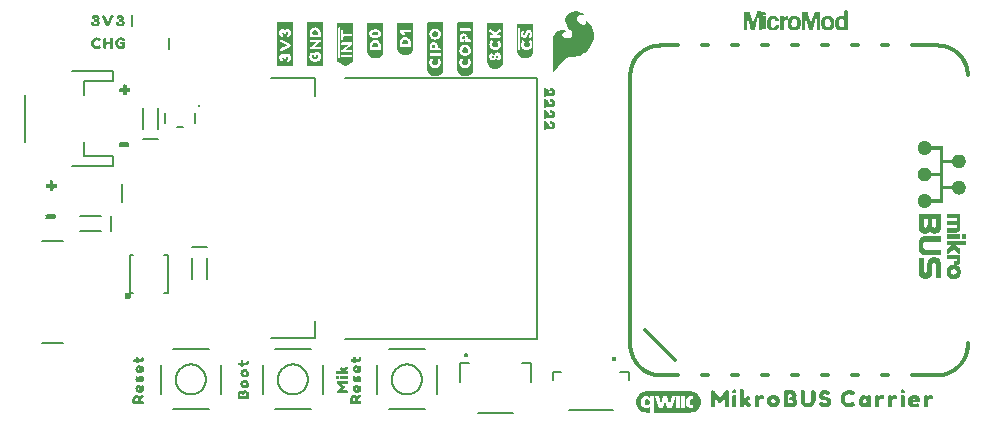
<source format=gto>
G04 EAGLE Gerber RS-274X export*
G75*
%MOMM*%
%FSLAX34Y34*%
%LPD*%
%INSilkscreen Top*%
%IPPOS*%
%AMOC8*
5,1,8,0,0,1.08239X$1,22.5*%
G01*
%ADD10C,0.203200*%
%ADD11C,0.152400*%
%ADD12C,0.600000*%
%ADD13C,0.254000*%
%ADD14C,0.406400*%
%ADD15R,0.720000X0.060000*%
%ADD16R,0.780000X0.060000*%
%ADD17R,0.840000X0.060000*%
%ADD18C,0.304800*%
%ADD19C,0.025000*%

G36*
X455635Y293160D02*
X455635Y293160D01*
X455719Y293163D01*
X455720Y293163D01*
X455721Y293163D01*
X455799Y293206D01*
X455872Y293245D01*
X455872Y293246D01*
X455873Y293246D01*
X455877Y293252D01*
X455960Y293360D01*
X456033Y293505D01*
X456389Y293861D01*
X456396Y293872D01*
X456409Y293883D01*
X457009Y294583D01*
X457013Y294590D01*
X457020Y294597D01*
X457712Y295486D01*
X458603Y296476D01*
X458606Y296481D01*
X458612Y296487D01*
X459607Y297680D01*
X460700Y298873D01*
X461899Y300171D01*
X463199Y301571D01*
X463203Y301578D01*
X463210Y301584D01*
X464300Y302872D01*
X465382Y303954D01*
X466357Y304832D01*
X467309Y305498D01*
X468350Y305971D01*
X469371Y306250D01*
X473220Y306250D01*
X473240Y306255D01*
X473267Y306253D01*
X475667Y306553D01*
X475689Y306561D01*
X475720Y306563D01*
X477920Y307163D01*
X477943Y307175D01*
X477976Y307183D01*
X479976Y308083D01*
X479995Y308097D01*
X480023Y308109D01*
X481923Y309309D01*
X481934Y309319D01*
X481951Y309328D01*
X483651Y310628D01*
X483668Y310649D01*
X483697Y310670D01*
X485197Y312270D01*
X485205Y312284D01*
X485220Y312297D01*
X486620Y314097D01*
X486633Y314124D01*
X486658Y314156D01*
X488558Y317856D01*
X488566Y317887D01*
X488586Y317928D01*
X489586Y321528D01*
X489588Y321562D01*
X489600Y321608D01*
X489800Y325108D01*
X489794Y325140D01*
X489796Y325187D01*
X489296Y328487D01*
X489285Y328516D01*
X489278Y328558D01*
X488278Y331358D01*
X488264Y331379D01*
X488254Y331411D01*
X486954Y333811D01*
X486928Y333840D01*
X486889Y333899D01*
X485189Y335599D01*
X485159Y335617D01*
X485122Y335652D01*
X483522Y336652D01*
X483456Y336675D01*
X483392Y336703D01*
X483375Y336703D01*
X483358Y336708D01*
X483289Y336699D01*
X483219Y336697D01*
X483204Y336688D01*
X483186Y336686D01*
X483128Y336647D01*
X483067Y336614D01*
X483057Y336599D01*
X483042Y336589D01*
X483007Y336529D01*
X482967Y336472D01*
X482964Y336453D01*
X482956Y336439D01*
X482953Y336400D01*
X482940Y336330D01*
X482940Y335730D01*
X482947Y335700D01*
X482947Y335655D01*
X483033Y335224D01*
X482857Y334164D01*
X482618Y333766D01*
X482203Y333351D01*
X481642Y333110D01*
X481073Y333110D01*
X479758Y333486D01*
X479017Y333857D01*
X477655Y334830D01*
X476978Y335409D01*
X476519Y335868D01*
X476042Y336632D01*
X476039Y336635D01*
X476036Y336641D01*
X475669Y337192D01*
X475492Y337814D01*
X475405Y338330D01*
X475488Y338827D01*
X475667Y339274D01*
X475942Y339824D01*
X476296Y340266D01*
X477034Y340912D01*
X477412Y341101D01*
X477753Y341271D01*
X478487Y341455D01*
X479341Y341550D01*
X480573Y341550D01*
X480928Y341461D01*
X480964Y341461D01*
X481020Y341450D01*
X481120Y341450D01*
X481181Y341464D01*
X481244Y341470D01*
X481265Y341484D01*
X481289Y341489D01*
X481337Y341529D01*
X481390Y341563D01*
X481403Y341584D01*
X481422Y341599D01*
X481448Y341657D01*
X481481Y341710D01*
X481483Y341735D01*
X481493Y341758D01*
X481491Y341820D01*
X481497Y341883D01*
X481488Y341906D01*
X481487Y341931D01*
X481457Y341986D01*
X481434Y342045D01*
X481414Y342064D01*
X481404Y342083D01*
X481373Y342104D01*
X481331Y342146D01*
X481037Y342343D01*
X480341Y342839D01*
X480326Y342845D01*
X480312Y342858D01*
X479112Y343558D01*
X479088Y343566D01*
X479061Y343583D01*
X477561Y344183D01*
X477543Y344186D01*
X477522Y344196D01*
X475722Y344696D01*
X475688Y344698D01*
X475639Y344710D01*
X473639Y344810D01*
X473601Y344803D01*
X473536Y344801D01*
X471336Y344301D01*
X471302Y344284D01*
X471244Y344267D01*
X468944Y343067D01*
X468919Y343046D01*
X468878Y343024D01*
X467178Y341624D01*
X467155Y341593D01*
X467107Y341545D01*
X466007Y339945D01*
X465993Y339910D01*
X465961Y339857D01*
X465361Y338157D01*
X465358Y338122D01*
X465356Y338111D01*
X465347Y338092D01*
X465348Y338070D01*
X465340Y338030D01*
X465340Y336330D01*
X465349Y336292D01*
X465355Y336223D01*
X465855Y334523D01*
X465869Y334498D01*
X465880Y334460D01*
X466780Y332660D01*
X466799Y332637D01*
X466818Y332599D01*
X468118Y330899D01*
X468135Y330885D01*
X468151Y330861D01*
X469842Y329171D01*
X471098Y327721D01*
X471740Y326346D01*
X471740Y325087D01*
X471381Y323922D01*
X470569Y323020D01*
X469459Y322279D01*
X468167Y321910D01*
X466671Y321910D01*
X465631Y322194D01*
X464811Y322467D01*
X464178Y323009D01*
X463633Y323555D01*
X463376Y324068D01*
X463200Y324683D01*
X463200Y325268D01*
X463361Y325751D01*
X463608Y326080D01*
X463974Y326446D01*
X464453Y326829D01*
X464808Y327096D01*
X465261Y327277D01*
X465273Y327285D01*
X465290Y327290D01*
X465534Y327412D01*
X465890Y327590D01*
X465919Y327614D01*
X465989Y327661D01*
X466089Y327761D01*
X466102Y327783D01*
X466122Y327799D01*
X466148Y327856D01*
X466180Y327908D01*
X466183Y327934D01*
X466193Y327958D01*
X466191Y328019D01*
X466197Y328081D01*
X466188Y328105D01*
X466187Y328131D01*
X466157Y328185D01*
X466135Y328243D01*
X466116Y328260D01*
X466104Y328283D01*
X466054Y328318D01*
X466008Y328360D01*
X465983Y328368D01*
X465962Y328383D01*
X465878Y328399D01*
X465842Y328410D01*
X465832Y328408D01*
X465820Y328410D01*
X465782Y328410D01*
X465551Y328487D01*
X465061Y328683D01*
X465026Y328688D01*
X464974Y328706D01*
X464274Y328806D01*
X464250Y328804D01*
X464220Y328810D01*
X462420Y328810D01*
X462390Y328803D01*
X462345Y328803D01*
X461345Y328603D01*
X461335Y328598D01*
X461320Y328597D01*
X460220Y328297D01*
X460203Y328288D01*
X460179Y328283D01*
X459179Y327883D01*
X459152Y327864D01*
X459109Y327846D01*
X458209Y327246D01*
X458188Y327224D01*
X458151Y327199D01*
X457351Y326399D01*
X457340Y326381D01*
X457320Y326363D01*
X456620Y325463D01*
X456609Y325439D01*
X456586Y325412D01*
X455986Y324312D01*
X455977Y324279D01*
X455954Y324234D01*
X455554Y322834D01*
X455553Y322809D01*
X455543Y322777D01*
X455343Y321177D01*
X455344Y321165D01*
X455340Y321150D01*
X455240Y319250D01*
X455242Y319241D01*
X455240Y319230D01*
X455240Y293530D01*
X455260Y293445D01*
X455279Y293363D01*
X455279Y293362D01*
X455279Y293361D01*
X455336Y293293D01*
X455388Y293229D01*
X455389Y293228D01*
X455467Y293193D01*
X455546Y293157D01*
X455547Y293157D01*
X455548Y293157D01*
X455635Y293160D01*
G37*
G36*
X537288Y4967D02*
X537288Y4967D01*
X537309Y4970D01*
X537318Y4987D01*
X537327Y4993D01*
X537325Y5002D01*
X537332Y5016D01*
X537348Y5403D01*
X537347Y5404D01*
X537348Y5405D01*
X537348Y9640D01*
X537348Y9641D01*
X537338Y10034D01*
X537331Y10045D01*
X537333Y10058D01*
X537313Y10071D01*
X537300Y10091D01*
X537287Y10088D01*
X537276Y10096D01*
X537242Y10081D01*
X537233Y10079D01*
X537232Y10076D01*
X537229Y10075D01*
X536798Y9589D01*
X536395Y9262D01*
X535948Y8999D01*
X535463Y8814D01*
X534956Y8697D01*
X534438Y8644D01*
X533917Y8665D01*
X533396Y8714D01*
X532889Y8833D01*
X532390Y8985D01*
X531927Y9223D01*
X531477Y9484D01*
X531089Y9832D01*
X530724Y10202D01*
X530419Y10625D01*
X530158Y11075D01*
X529942Y11551D01*
X529782Y12047D01*
X529656Y12556D01*
X529583Y13073D01*
X529543Y13596D01*
X529538Y14120D01*
X529578Y14643D01*
X529645Y15161D01*
X529771Y15670D01*
X529928Y16167D01*
X530145Y16642D01*
X530407Y17091D01*
X530714Y17512D01*
X531082Y17880D01*
X531471Y18226D01*
X531926Y18479D01*
X532394Y18706D01*
X532893Y18858D01*
X533403Y18963D01*
X533924Y19011D01*
X534445Y19020D01*
X534963Y18961D01*
X535468Y18837D01*
X535951Y18646D01*
X536398Y18382D01*
X536802Y18060D01*
X537232Y17512D01*
X537247Y17507D01*
X537255Y17494D01*
X537277Y17497D01*
X537297Y17490D01*
X537307Y17501D01*
X537323Y17503D01*
X537335Y17531D01*
X537343Y17539D01*
X537342Y17545D01*
X537345Y17550D01*
X537348Y18050D01*
X537348Y18579D01*
X537351Y18921D01*
X540586Y18921D01*
X540587Y18921D01*
X540604Y18921D01*
X540604Y5303D01*
X540605Y5301D01*
X540605Y5299D01*
X540621Y5015D01*
X540634Y4998D01*
X540637Y4977D01*
X540655Y4969D01*
X540662Y4960D01*
X540671Y4962D01*
X540684Y4956D01*
X571612Y4956D01*
X571615Y4958D01*
X571618Y4956D01*
X573199Y5107D01*
X573201Y5109D01*
X573204Y5108D01*
X573722Y5205D01*
X573725Y5208D01*
X573729Y5207D01*
X575241Y5689D01*
X575245Y5693D01*
X575252Y5694D01*
X576648Y6451D01*
X576650Y6456D01*
X576657Y6458D01*
X577890Y7457D01*
X577891Y7460D01*
X577896Y7462D01*
X578259Y7844D01*
X578260Y7846D01*
X578262Y7847D01*
X578936Y8664D01*
X578936Y8666D01*
X578939Y8668D01*
X579242Y9099D01*
X579242Y9102D01*
X579246Y9105D01*
X579990Y10507D01*
X579990Y10512D01*
X579991Y10513D01*
X579993Y10515D01*
X579993Y10516D01*
X579995Y10517D01*
X580465Y12034D01*
X580464Y12039D01*
X580468Y12044D01*
X580538Y12567D01*
X580538Y12568D01*
X580538Y12569D01*
X580644Y13623D01*
X580643Y13625D01*
X580645Y13628D01*
X580653Y14155D01*
X580651Y14157D01*
X580653Y14162D01*
X580493Y15742D01*
X580489Y15746D01*
X580490Y15754D01*
X580019Y17270D01*
X580016Y17273D01*
X580016Y17278D01*
X579793Y17756D01*
X579791Y17757D01*
X579791Y17759D01*
X579286Y18690D01*
X579284Y18691D01*
X579283Y18694D01*
X578993Y19134D01*
X578991Y19135D01*
X578989Y19140D01*
X578316Y19956D01*
X578314Y19956D01*
X578314Y19958D01*
X578281Y19994D01*
X578225Y20057D01*
X578169Y20120D01*
X578113Y20183D01*
X578057Y20245D01*
X578001Y20308D01*
X577962Y20351D01*
X577958Y20352D01*
X577955Y20358D01*
X576730Y21368D01*
X576725Y21369D01*
X576720Y21375D01*
X575326Y22134D01*
X575322Y22134D01*
X575318Y22138D01*
X574823Y22321D01*
X574822Y22321D01*
X574820Y22322D01*
X573809Y22636D01*
X573807Y22636D01*
X573804Y22638D01*
X573290Y22752D01*
X573287Y22750D01*
X573283Y22753D01*
X572229Y22859D01*
X571704Y22912D01*
X571701Y22911D01*
X571697Y22912D01*
X534646Y22912D01*
X534644Y22911D01*
X534640Y22912D01*
X533060Y22764D01*
X533058Y22763D01*
X533055Y22764D01*
X532536Y22673D01*
X532533Y22670D01*
X532528Y22671D01*
X531013Y22195D01*
X531010Y22191D01*
X531002Y22190D01*
X529607Y21433D01*
X529605Y21429D01*
X529599Y21427D01*
X529179Y21107D01*
X529179Y21106D01*
X529177Y21106D01*
X528361Y20432D01*
X528360Y20429D01*
X528356Y20428D01*
X527988Y20050D01*
X527987Y20048D01*
X527984Y20046D01*
X527311Y19230D01*
X527310Y19228D01*
X527308Y19226D01*
X527000Y18799D01*
X526999Y18795D01*
X526995Y18792D01*
X526245Y17393D01*
X526246Y17388D01*
X526241Y17382D01*
X525770Y15866D01*
X525771Y15861D01*
X525768Y15856D01*
X525691Y15334D01*
X525692Y15333D01*
X525691Y15331D01*
X525584Y14278D01*
X525585Y14276D01*
X525584Y14274D01*
X525569Y13747D01*
X525571Y13744D01*
X525569Y13739D01*
X525729Y12159D01*
X525732Y12155D01*
X525731Y12147D01*
X526196Y10629D01*
X526199Y10627D01*
X526199Y10622D01*
X526417Y10142D01*
X526419Y10141D01*
X526419Y10138D01*
X526924Y9208D01*
X526926Y9206D01*
X526926Y9204D01*
X527211Y8760D01*
X527214Y8758D01*
X527216Y8754D01*
X527225Y8742D01*
X527278Y8680D01*
X527331Y8617D01*
X527489Y8429D01*
X527542Y8366D01*
X527595Y8303D01*
X527647Y8240D01*
X527700Y8178D01*
X527753Y8115D01*
X527911Y7927D01*
X527964Y7864D01*
X528017Y7801D01*
X528070Y7738D01*
X528122Y7676D01*
X528237Y7539D01*
X528242Y7538D01*
X528245Y7531D01*
X529470Y6521D01*
X529475Y6520D01*
X529480Y6514D01*
X530870Y5750D01*
X530874Y5750D01*
X530878Y5746D01*
X531370Y5557D01*
X531372Y5557D01*
X531374Y5555D01*
X532385Y5242D01*
X532387Y5242D01*
X532389Y5240D01*
X532902Y5120D01*
X532906Y5121D01*
X532910Y5119D01*
X534490Y4959D01*
X534493Y4961D01*
X534496Y4959D01*
X537270Y4956D01*
X537288Y4967D01*
G37*
G36*
X381808Y289517D02*
X381808Y289517D01*
X381814Y289513D01*
X382511Y289712D01*
X383108Y289811D01*
X383114Y289818D01*
X383119Y289815D01*
X383819Y290115D01*
X383821Y290117D01*
X383822Y290116D01*
X384422Y290416D01*
X384425Y290423D01*
X384431Y290422D01*
X384929Y290820D01*
X385527Y291219D01*
X385530Y291226D01*
X385535Y291225D01*
X386035Y291725D01*
X386035Y291729D01*
X386038Y291729D01*
X386838Y292729D01*
X386839Y292737D01*
X386844Y292738D01*
X387144Y293338D01*
X387144Y293340D01*
X387145Y293341D01*
X387445Y294041D01*
X387445Y294044D01*
X387447Y294044D01*
X387647Y294644D01*
X387645Y294651D01*
X387649Y294653D01*
X387749Y295352D01*
X387849Y295952D01*
X387846Y295957D01*
X387849Y295960D01*
X387849Y334660D01*
X387841Y334671D01*
X387846Y334678D01*
X387646Y335178D01*
X387605Y335203D01*
X387600Y335209D01*
X374700Y335209D01*
X374689Y335201D01*
X374682Y335206D01*
X374182Y335006D01*
X374157Y334965D01*
X374151Y334960D01*
X374151Y296360D01*
X374154Y296355D01*
X374151Y296352D01*
X374251Y295756D01*
X374251Y295060D01*
X374257Y295052D01*
X374253Y295046D01*
X374453Y294346D01*
X374454Y294345D01*
X374453Y294344D01*
X374653Y293744D01*
X374658Y293741D01*
X374656Y293738D01*
X374956Y293138D01*
X374960Y293136D01*
X374959Y293133D01*
X375359Y292533D01*
X375362Y292532D01*
X375362Y292529D01*
X376162Y291529D01*
X376166Y291528D01*
X376165Y291525D01*
X376665Y291025D01*
X376672Y291024D01*
X376673Y291019D01*
X377273Y290619D01*
X377277Y290619D01*
X377278Y290616D01*
X378478Y290016D01*
X378483Y290017D01*
X378484Y290013D01*
X379084Y289813D01*
X379086Y289814D01*
X379086Y289813D01*
X379786Y289613D01*
X379791Y289615D01*
X379793Y289611D01*
X380493Y289511D01*
X380498Y289514D01*
X380500Y289511D01*
X381800Y289511D01*
X381808Y289517D01*
G37*
G36*
X356408Y289517D02*
X356408Y289517D01*
X356414Y289513D01*
X357111Y289712D01*
X357708Y289811D01*
X357714Y289818D01*
X357719Y289815D01*
X358419Y290115D01*
X358421Y290117D01*
X358422Y290116D01*
X359022Y290416D01*
X359025Y290423D01*
X359031Y290422D01*
X359529Y290820D01*
X360127Y291219D01*
X360130Y291226D01*
X360135Y291225D01*
X360635Y291725D01*
X360635Y291729D01*
X360638Y291729D01*
X361438Y292729D01*
X361439Y292737D01*
X361444Y292738D01*
X361744Y293338D01*
X361744Y293340D01*
X361745Y293341D01*
X362045Y294041D01*
X362045Y294044D01*
X362047Y294044D01*
X362247Y294644D01*
X362245Y294651D01*
X362249Y294653D01*
X362349Y295352D01*
X362449Y295952D01*
X362446Y295957D01*
X362449Y295960D01*
X362449Y334660D01*
X362441Y334671D01*
X362446Y334678D01*
X362246Y335178D01*
X362205Y335203D01*
X362200Y335209D01*
X349300Y335209D01*
X349289Y335201D01*
X349282Y335206D01*
X348782Y335006D01*
X348757Y334965D01*
X348751Y334960D01*
X348751Y296360D01*
X348754Y296355D01*
X348751Y296352D01*
X348851Y295756D01*
X348851Y295060D01*
X348857Y295052D01*
X348853Y295046D01*
X349053Y294346D01*
X349054Y294345D01*
X349053Y294344D01*
X349253Y293744D01*
X349258Y293741D01*
X349256Y293738D01*
X349556Y293138D01*
X349560Y293136D01*
X349559Y293133D01*
X349959Y292533D01*
X349962Y292532D01*
X349962Y292529D01*
X350762Y291529D01*
X350766Y291528D01*
X350765Y291525D01*
X351265Y291025D01*
X351272Y291024D01*
X351273Y291019D01*
X351873Y290619D01*
X351877Y290619D01*
X351878Y290616D01*
X353078Y290016D01*
X353083Y290017D01*
X353084Y290013D01*
X353684Y289813D01*
X353686Y289814D01*
X353686Y289813D01*
X354386Y289613D01*
X354391Y289615D01*
X354393Y289611D01*
X355093Y289511D01*
X355098Y289514D01*
X355100Y289511D01*
X356400Y289511D01*
X356408Y289517D01*
G37*
G36*
X260747Y298027D02*
X260747Y298027D01*
X260745Y298030D01*
X260749Y298032D01*
X260849Y298632D01*
X260846Y298637D01*
X260849Y298640D01*
X260849Y335840D01*
X260813Y335887D01*
X260806Y335882D01*
X260800Y335889D01*
X247300Y335889D01*
X247253Y335853D01*
X247255Y335850D01*
X247251Y335848D01*
X247151Y335248D01*
X247154Y335243D01*
X247151Y335240D01*
X247151Y298040D01*
X247187Y297993D01*
X247194Y297998D01*
X247200Y297991D01*
X260700Y297991D01*
X260747Y298027D01*
G37*
G36*
X407105Y295864D02*
X407105Y295864D01*
X407108Y295861D01*
X407708Y295961D01*
X407711Y295965D01*
X407714Y295963D01*
X408414Y296163D01*
X408415Y296164D01*
X408416Y296163D01*
X409016Y296363D01*
X409019Y296368D01*
X409022Y296366D01*
X409622Y296666D01*
X409624Y296670D01*
X409627Y296669D01*
X410827Y297469D01*
X410830Y297476D01*
X410835Y297475D01*
X411335Y297975D01*
X411335Y297979D01*
X411338Y297979D01*
X412138Y298979D01*
X412139Y298987D01*
X412144Y298988D01*
X412744Y300188D01*
X412743Y300195D01*
X412747Y300196D01*
X412947Y300895D01*
X413147Y301494D01*
X413145Y301501D01*
X413149Y301503D01*
X413249Y302203D01*
X413246Y302208D01*
X413249Y302210D01*
X413249Y334010D01*
X413246Y334015D01*
X413249Y334018D01*
X413149Y334618D01*
X413105Y334659D01*
X413103Y334656D01*
X413100Y334659D01*
X400200Y334659D01*
X400195Y334656D01*
X400192Y334659D01*
X399592Y334559D01*
X399551Y334515D01*
X399554Y334513D01*
X399551Y334510D01*
X399551Y302210D01*
X399554Y302206D01*
X399551Y302203D01*
X399651Y301503D01*
X399656Y301498D01*
X399653Y301494D01*
X399853Y300895D01*
X400053Y300196D01*
X400058Y300192D01*
X400056Y300188D01*
X400656Y298988D01*
X400663Y298985D01*
X400662Y298979D01*
X401462Y297979D01*
X401466Y297978D01*
X401465Y297975D01*
X401965Y297475D01*
X401972Y297474D01*
X401973Y297469D01*
X403173Y296669D01*
X403177Y296669D01*
X403178Y296666D01*
X403778Y296366D01*
X403783Y296367D01*
X403784Y296363D01*
X404384Y296163D01*
X404386Y296164D01*
X404386Y296163D01*
X405086Y295963D01*
X405090Y295964D01*
X405092Y295961D01*
X405692Y295861D01*
X405697Y295864D01*
X405700Y295861D01*
X407100Y295861D01*
X407105Y295864D01*
G37*
G36*
X235238Y298020D02*
X235238Y298020D01*
X235246Y298022D01*
X235446Y298522D01*
X235442Y298535D01*
X235449Y298540D01*
X235449Y335040D01*
X235413Y335087D01*
X235410Y335085D01*
X235408Y335089D01*
X234808Y335189D01*
X234803Y335186D01*
X234800Y335189D01*
X221900Y335189D01*
X221853Y335153D01*
X221855Y335150D01*
X221851Y335148D01*
X221751Y334548D01*
X221754Y334543D01*
X221751Y334540D01*
X221751Y298240D01*
X221780Y298202D01*
X221782Y298194D01*
X222282Y297994D01*
X222295Y297998D01*
X222300Y297991D01*
X235200Y297991D01*
X235238Y298020D01*
G37*
G36*
X279711Y298512D02*
X279711Y298512D01*
X279723Y298506D01*
X285723Y301606D01*
X285726Y301613D01*
X285731Y301612D01*
X286231Y302012D01*
X286235Y302027D01*
X286243Y302033D01*
X286238Y302040D01*
X286238Y302042D01*
X286249Y302050D01*
X286249Y333850D01*
X286246Y333855D01*
X286249Y333858D01*
X286149Y334458D01*
X286105Y334499D01*
X286103Y334496D01*
X286100Y334499D01*
X273200Y334499D01*
X273195Y334496D01*
X273192Y334499D01*
X272592Y334399D01*
X272551Y334355D01*
X272554Y334353D01*
X272551Y334350D01*
X272551Y302050D01*
X272567Y302029D01*
X272565Y302015D01*
X272965Y301615D01*
X272977Y301614D01*
X272978Y301606D01*
X279078Y298606D01*
X279089Y298608D01*
X279092Y298601D01*
X279692Y298501D01*
X279711Y298512D01*
G37*
G36*
X305305Y304754D02*
X305305Y304754D01*
X305308Y304751D01*
X305908Y304851D01*
X306607Y304951D01*
X306615Y304959D01*
X306622Y304956D01*
X307218Y305254D01*
X307914Y305453D01*
X307922Y305464D01*
X307931Y305462D01*
X308429Y305860D01*
X309027Y306259D01*
X309028Y306262D01*
X309031Y306262D01*
X309531Y306662D01*
X309532Y306666D01*
X309535Y306665D01*
X310035Y307165D01*
X310035Y307169D01*
X310038Y307169D01*
X310438Y307669D01*
X310439Y307677D01*
X310444Y307678D01*
X311044Y308878D01*
X311044Y308880D01*
X311045Y308881D01*
X311345Y309581D01*
X311343Y309589D01*
X311349Y309592D01*
X311449Y310192D01*
X311448Y310193D01*
X311449Y310193D01*
X311549Y310892D01*
X311649Y311492D01*
X311646Y311497D01*
X311649Y311500D01*
X311649Y334500D01*
X311613Y334547D01*
X311606Y334542D01*
X311600Y334549D01*
X298100Y334549D01*
X298053Y334513D01*
X298054Y334512D01*
X298052Y334511D01*
X298054Y334509D01*
X298051Y334508D01*
X297951Y333908D01*
X297954Y333903D01*
X297951Y333900D01*
X297951Y311300D01*
X297954Y311296D01*
X297951Y311293D01*
X298151Y309893D01*
X298156Y309888D01*
X298153Y309884D01*
X298353Y309284D01*
X298358Y309281D01*
X298356Y309278D01*
X298956Y308078D01*
X298960Y308076D01*
X298959Y308073D01*
X299359Y307473D01*
X299362Y307472D01*
X299362Y307469D01*
X299762Y306969D01*
X299766Y306968D01*
X299765Y306965D01*
X300265Y306465D01*
X300269Y306465D01*
X300269Y306462D01*
X300769Y306062D01*
X300773Y306061D01*
X300773Y306059D01*
X301373Y305659D01*
X301377Y305659D01*
X301378Y305656D01*
X301978Y305356D01*
X301983Y305357D01*
X301984Y305353D01*
X302584Y305153D01*
X302586Y305154D01*
X302586Y305153D01*
X303286Y304953D01*
X303290Y304954D01*
X303292Y304951D01*
X303892Y304851D01*
X303893Y304852D01*
X303893Y304851D01*
X304593Y304751D01*
X304598Y304754D01*
X304600Y304751D01*
X305300Y304751D01*
X305305Y304754D01*
G37*
G36*
X432004Y304754D02*
X432004Y304754D01*
X432007Y304751D01*
X432707Y304851D01*
X432708Y304852D01*
X432708Y304851D01*
X433308Y304951D01*
X433311Y304955D01*
X433314Y304953D01*
X434014Y305153D01*
X434015Y305154D01*
X434016Y305153D01*
X434616Y305353D01*
X434619Y305358D01*
X434622Y305356D01*
X435222Y305656D01*
X435224Y305660D01*
X435227Y305659D01*
X435827Y306059D01*
X435828Y306062D01*
X435831Y306062D01*
X436331Y306462D01*
X436332Y306466D01*
X436335Y306465D01*
X436835Y306965D01*
X436835Y306969D01*
X436838Y306969D01*
X437238Y307469D01*
X437239Y307473D01*
X437241Y307473D01*
X437641Y308073D01*
X437641Y308077D01*
X437644Y308078D01*
X438244Y309278D01*
X438243Y309285D01*
X438247Y309286D01*
X438447Y309986D01*
X438446Y309990D01*
X438449Y309992D01*
X438549Y310592D01*
X438548Y310593D01*
X438549Y310593D01*
X438649Y311293D01*
X438646Y311298D01*
X438649Y311300D01*
X438649Y333600D01*
X438641Y333611D01*
X438646Y333618D01*
X438446Y334118D01*
X438405Y334143D01*
X438400Y334149D01*
X425500Y334149D01*
X425489Y334141D01*
X425482Y334146D01*
X424982Y333946D01*
X424957Y333905D01*
X424951Y333900D01*
X424951Y311600D01*
X424954Y311596D01*
X424951Y311593D01*
X425151Y310193D01*
X425152Y310192D01*
X425151Y310192D01*
X425251Y309592D01*
X425258Y309586D01*
X425255Y309581D01*
X425555Y308881D01*
X425557Y308879D01*
X425556Y308878D01*
X425856Y308278D01*
X425859Y308277D01*
X425858Y308275D01*
X426158Y307775D01*
X426159Y307774D01*
X426159Y307773D01*
X426559Y307173D01*
X426566Y307170D01*
X426565Y307165D01*
X427065Y306665D01*
X427069Y306665D01*
X427069Y306662D01*
X428069Y305862D01*
X428073Y305861D01*
X428073Y305859D01*
X428673Y305459D01*
X428682Y305460D01*
X428684Y305453D01*
X429282Y305254D01*
X429981Y304955D01*
X429989Y304957D01*
X429992Y304951D01*
X430592Y304851D01*
X430593Y304852D01*
X430593Y304851D01*
X431293Y304751D01*
X431298Y304754D01*
X431300Y304751D01*
X432000Y304751D01*
X432004Y304754D01*
G37*
G36*
X330605Y307294D02*
X330605Y307294D01*
X330608Y307291D01*
X331208Y307391D01*
X331907Y307491D01*
X331911Y307495D01*
X331914Y307493D01*
X332614Y307693D01*
X332618Y307698D01*
X332622Y307696D01*
X333822Y308296D01*
X333825Y308303D01*
X333831Y308302D01*
X334831Y309102D01*
X334832Y309106D01*
X334835Y309105D01*
X335335Y309605D01*
X335336Y309612D01*
X335341Y309613D01*
X335740Y310211D01*
X336138Y310709D01*
X336139Y310717D01*
X336144Y310718D01*
X336444Y311318D01*
X336443Y311325D01*
X336447Y311326D01*
X336647Y312025D01*
X336847Y312624D01*
X336845Y312631D01*
X336849Y312633D01*
X337049Y314033D01*
X337046Y314038D01*
X337049Y314040D01*
X337049Y334340D01*
X337013Y334387D01*
X337006Y334382D01*
X337000Y334389D01*
X323500Y334389D01*
X323453Y334353D01*
X323455Y334350D01*
X323451Y334348D01*
X323351Y333748D01*
X323354Y333743D01*
X323351Y333740D01*
X323351Y313940D01*
X323354Y313936D01*
X323351Y313933D01*
X323451Y313233D01*
X323452Y313232D01*
X323451Y313232D01*
X323551Y312632D01*
X323555Y312629D01*
X323553Y312626D01*
X323753Y311926D01*
X323754Y311925D01*
X323753Y311924D01*
X323953Y311324D01*
X323958Y311321D01*
X323956Y311318D01*
X324256Y310718D01*
X324260Y310716D01*
X324259Y310713D01*
X324659Y310113D01*
X324662Y310112D01*
X324662Y310109D01*
X325062Y309609D01*
X325066Y309608D01*
X325065Y309605D01*
X325565Y309105D01*
X325569Y309105D01*
X325569Y309102D01*
X326069Y308702D01*
X326073Y308701D01*
X326073Y308699D01*
X326673Y308299D01*
X326677Y308299D01*
X326678Y308296D01*
X327878Y307696D01*
X327885Y307697D01*
X327886Y307693D01*
X328586Y307493D01*
X328590Y307494D01*
X328592Y307491D01*
X329192Y307391D01*
X329193Y307392D01*
X329193Y307391D01*
X329893Y307291D01*
X329898Y307294D01*
X329900Y307291D01*
X330600Y307291D01*
X330605Y307294D01*
G37*
G36*
X631572Y328642D02*
X631572Y328642D01*
X631573Y328641D01*
X632100Y328662D01*
X632120Y328678D01*
X632133Y328676D01*
X632494Y329032D01*
X632497Y329052D01*
X632508Y329058D01*
X632604Y329533D01*
X633061Y329641D01*
X634642Y329641D01*
X634646Y329644D01*
X634647Y329641D01*
X635170Y329695D01*
X635187Y329711D01*
X635200Y329710D01*
X635562Y330076D01*
X635565Y330097D01*
X635575Y330105D01*
X635576Y330106D01*
X635627Y330628D01*
X635625Y330631D01*
X635627Y330633D01*
X635627Y336983D01*
X635626Y336983D01*
X635627Y336984D01*
X635613Y337512D01*
X635607Y337519D01*
X635610Y337522D01*
X635608Y337524D01*
X635609Y337525D01*
X635607Y337529D01*
X635611Y337532D01*
X635607Y339817D01*
X635597Y339830D01*
X635601Y339840D01*
X635358Y340294D01*
X635334Y340305D01*
X635329Y340318D01*
X634836Y340471D01*
X634826Y340467D01*
X634821Y340473D01*
X632736Y340483D01*
X632519Y340857D01*
X632654Y341281D01*
X633139Y341327D01*
X634722Y341327D01*
X634727Y341331D01*
X634728Y341331D01*
X634731Y341328D01*
X635243Y341424D01*
X635260Y341443D01*
X635273Y341443D01*
X635581Y341855D01*
X635581Y341877D01*
X635591Y341884D01*
X635612Y342939D01*
X635604Y342951D01*
X635608Y342959D01*
X635409Y343435D01*
X635386Y343448D01*
X635382Y343461D01*
X634906Y343658D01*
X634892Y343654D01*
X634887Y343662D01*
X632795Y343663D01*
X632507Y343998D01*
X632285Y344447D01*
X632256Y344462D01*
X632250Y344474D01*
X631741Y344568D01*
X631735Y344565D01*
X631732Y344569D01*
X628560Y344569D01*
X628558Y344567D01*
X628557Y344568D01*
X628033Y344532D01*
X628012Y344514D01*
X627999Y344515D01*
X627671Y344123D01*
X627671Y344109D01*
X627662Y344106D01*
X626715Y341079D01*
X626714Y341079D01*
X625946Y338550D01*
X625947Y338547D01*
X625945Y338546D01*
X625844Y338083D01*
X625844Y338082D01*
X625844Y338081D01*
X625744Y337571D01*
X625758Y337542D01*
X625737Y337527D01*
X625733Y337525D01*
X625568Y337036D01*
X625569Y337034D01*
X625567Y337033D01*
X624998Y334984D01*
X624998Y334983D01*
X624739Y333951D01*
X624739Y333950D01*
X624738Y333949D01*
X624565Y333129D01*
X623918Y335980D01*
X623665Y337013D01*
X623664Y337015D01*
X623665Y337016D01*
X623512Y337525D01*
X623488Y337543D01*
X623491Y337545D01*
X623482Y337554D01*
X623490Y337565D01*
X622778Y340280D01*
X622777Y340280D01*
X622063Y342836D01*
X622062Y342837D01*
X621762Y343855D01*
X621757Y343859D01*
X621759Y343863D01*
X621526Y344329D01*
X621499Y344343D01*
X621493Y344355D01*
X620993Y344479D01*
X620985Y344476D01*
X620982Y344480D01*
X617266Y344477D01*
X617251Y344466D01*
X617241Y344470D01*
X616803Y344214D01*
X616791Y344185D01*
X616779Y344178D01*
X616710Y343660D01*
X616712Y343656D01*
X616710Y343653D01*
X616713Y337525D01*
X616712Y337524D01*
X616713Y337523D01*
X616713Y337522D01*
X616712Y337521D01*
X616713Y337520D01*
X616713Y337513D01*
X616710Y337511D01*
X616716Y329128D01*
X616730Y329110D01*
X616727Y329097D01*
X617037Y328704D01*
X617065Y328697D01*
X617072Y328685D01*
X617590Y328643D01*
X617593Y328645D01*
X617594Y328643D01*
X619166Y328643D01*
X619179Y328653D01*
X619189Y328648D01*
X619636Y328877D01*
X619650Y328906D01*
X619662Y328912D01*
X619756Y329417D01*
X619753Y329423D01*
X619757Y329426D01*
X619755Y335189D01*
X619755Y335190D01*
X619730Y337285D01*
X619722Y337296D01*
X619731Y337303D01*
X619714Y338001D01*
X619669Y339593D01*
X619604Y341184D01*
X619603Y341185D01*
X619604Y341185D01*
X619552Y342025D01*
X619648Y341849D01*
X619985Y340300D01*
X619986Y340299D01*
X619985Y340299D01*
X620586Y337714D01*
X620607Y337697D01*
X620607Y337696D01*
X620609Y337683D01*
X620612Y337680D01*
X620604Y337670D01*
X620751Y337085D01*
X621641Y333471D01*
X622433Y330380D01*
X622705Y329352D01*
X622708Y329349D01*
X622707Y329347D01*
X622895Y328856D01*
X622919Y328841D01*
X622923Y328828D01*
X623400Y328645D01*
X623413Y328649D01*
X623418Y328642D01*
X625013Y328642D01*
X625015Y328644D01*
X625017Y328642D01*
X625542Y328685D01*
X625564Y328705D01*
X625577Y328704D01*
X625892Y329110D01*
X625892Y329118D01*
X625895Y329121D01*
X625893Y329124D01*
X625900Y329126D01*
X627105Y333206D01*
X627104Y333207D01*
X627105Y333207D01*
X628239Y337307D01*
X628237Y337311D01*
X628968Y340212D01*
X628968Y340213D01*
X629329Y341754D01*
X629422Y341990D01*
X629440Y341734D01*
X629388Y339622D01*
X629361Y337511D01*
X629363Y337509D01*
X629339Y329381D01*
X629345Y329374D01*
X629341Y329369D01*
X629464Y328869D01*
X629490Y328848D01*
X629493Y328835D01*
X629965Y328645D01*
X629979Y328648D01*
X629984Y328641D01*
X631571Y328641D01*
X631572Y328642D01*
G37*
G36*
X668289Y328650D02*
X668289Y328650D01*
X668298Y328646D01*
X668755Y328866D01*
X668770Y328895D01*
X668782Y328901D01*
X668882Y329408D01*
X668879Y329414D01*
X668881Y329416D01*
X668883Y329418D01*
X668881Y335239D01*
X668880Y335239D01*
X668881Y335239D01*
X668857Y336827D01*
X668851Y336835D01*
X668765Y340086D01*
X668764Y340086D01*
X668765Y340087D01*
X668662Y342027D01*
X668747Y341914D01*
X669432Y338845D01*
X669433Y338845D01*
X669432Y338845D01*
X669796Y337309D01*
X669797Y337308D01*
X669796Y337307D01*
X669940Y336812D01*
X669945Y336808D01*
X670156Y335948D01*
X671053Y332354D01*
X671852Y329282D01*
X671858Y329278D01*
X671856Y329273D01*
X672075Y328804D01*
X672102Y328789D01*
X672107Y328777D01*
X672602Y328643D01*
X672611Y328647D01*
X672615Y328642D01*
X674203Y328642D01*
X674207Y328645D01*
X674209Y328642D01*
X674725Y328713D01*
X674746Y328734D01*
X674760Y328735D01*
X675041Y329164D01*
X675040Y329169D01*
X675042Y329170D01*
X675040Y329172D01*
X675040Y329175D01*
X675047Y329177D01*
X676390Y333746D01*
X676389Y333747D01*
X676390Y333747D01*
X676958Y335786D01*
X676958Y335787D01*
X677212Y336814D01*
X677202Y336839D01*
X677211Y336848D01*
X677217Y336850D01*
X677885Y339408D01*
X677884Y339409D01*
X677885Y339409D01*
X678489Y341949D01*
X678564Y341960D01*
X678508Y339905D01*
X678509Y339904D01*
X678508Y339904D01*
X678473Y336753D01*
X678474Y336750D01*
X678465Y329431D01*
X678469Y329426D01*
X678466Y329423D01*
X678556Y328917D01*
X678579Y328896D01*
X678581Y328882D01*
X679026Y328648D01*
X679042Y328650D01*
X679049Y328642D01*
X681143Y328646D01*
X681160Y328659D01*
X681171Y328655D01*
X681584Y328940D01*
X681593Y328964D01*
X681605Y328973D01*
X681604Y328974D01*
X681606Y328975D01*
X681660Y329490D01*
X681658Y329493D01*
X681660Y329495D01*
X681652Y336826D01*
X681651Y336827D01*
X681639Y343872D01*
X681629Y343884D01*
X681634Y343893D01*
X681415Y344349D01*
X681386Y344364D01*
X681380Y344376D01*
X680873Y344477D01*
X680866Y344474D01*
X680863Y344478D01*
X677691Y344477D01*
X677688Y344475D01*
X677687Y344477D01*
X677164Y344438D01*
X677143Y344419D01*
X677129Y344420D01*
X676807Y344023D01*
X676807Y344012D01*
X676801Y344007D01*
X676798Y344006D01*
X675541Y339968D01*
X675541Y339967D01*
X674653Y336981D01*
X674652Y336980D01*
X674652Y336979D01*
X674649Y336967D01*
X674644Y336965D01*
X674018Y334658D01*
X674019Y334657D01*
X674018Y334656D01*
X673769Y333628D01*
X673769Y333627D01*
X673768Y333626D01*
X673676Y333181D01*
X673641Y333205D01*
X673314Y334738D01*
X673313Y334738D01*
X673314Y334739D01*
X672823Y336798D01*
X672808Y336810D01*
X672056Y339756D01*
X672056Y339757D01*
X671357Y342292D01*
X671356Y342293D01*
X670914Y343808D01*
X670911Y343810D01*
X670912Y343813D01*
X670705Y344289D01*
X670681Y344303D01*
X670676Y344316D01*
X670197Y344480D01*
X670186Y344476D01*
X670181Y344483D01*
X666500Y344483D01*
X666491Y344476D01*
X666485Y344480D01*
X666002Y344324D01*
X665987Y344303D01*
X665975Y344294D01*
X665970Y344292D01*
X665819Y343806D01*
X665821Y343801D01*
X665818Y343799D01*
X665821Y343795D01*
X665817Y343791D01*
X665817Y336954D01*
X665826Y336942D01*
X665813Y336932D01*
X665836Y329169D01*
X665848Y329153D01*
X665844Y329141D01*
X666128Y328721D01*
X666157Y328712D01*
X666164Y328700D01*
X666683Y328641D01*
X666687Y328643D01*
X666689Y328641D01*
X668276Y328641D01*
X668289Y328650D01*
G37*
G36*
X657575Y9365D02*
X657575Y9365D01*
X657579Y9362D01*
X658679Y9562D01*
X658682Y9565D01*
X658686Y9563D01*
X659586Y9863D01*
X659592Y9873D01*
X659600Y9871D01*
X660400Y10471D01*
X660402Y10478D01*
X660407Y10478D01*
X661107Y11278D01*
X661108Y11285D01*
X661113Y11286D01*
X661613Y12186D01*
X661612Y12197D01*
X661618Y12200D01*
X661818Y13200D01*
X661817Y13204D01*
X661819Y13205D01*
X661919Y14205D01*
X661913Y14214D01*
X661918Y14220D01*
X661718Y15220D01*
X661716Y15222D01*
X661717Y15224D01*
X661417Y16224D01*
X661407Y16232D01*
X661409Y16240D01*
X660828Y17015D01*
X661014Y17388D01*
X661014Y17390D01*
X661015Y17390D01*
X661415Y18290D01*
X661412Y18301D01*
X661419Y18306D01*
X661519Y19406D01*
X661515Y19412D01*
X661519Y19415D01*
X661419Y20415D01*
X661414Y20421D01*
X661417Y20426D01*
X661117Y21326D01*
X661109Y21331D01*
X661111Y21337D01*
X660511Y22237D01*
X660504Y22240D01*
X660505Y22245D01*
X659805Y22945D01*
X659795Y22946D01*
X659794Y22953D01*
X658894Y23453D01*
X658887Y23452D01*
X658886Y23457D01*
X657986Y23757D01*
X657975Y23753D01*
X657970Y23759D01*
X651570Y23759D01*
X651556Y23748D01*
X651546Y23753D01*
X650846Y23353D01*
X650836Y23330D01*
X650823Y23326D01*
X650523Y22426D01*
X650523Y22425D01*
X650527Y22415D01*
X650521Y22410D01*
X650521Y11110D01*
X650523Y11107D01*
X650521Y11105D01*
X650621Y10105D01*
X650637Y10088D01*
X650635Y10075D01*
X651235Y9475D01*
X651259Y9472D01*
X651266Y9461D01*
X652466Y9361D01*
X652469Y9363D01*
X652470Y9361D01*
X657570Y9361D01*
X657575Y9365D01*
G37*
G36*
X603187Y9374D02*
X603187Y9374D01*
X603199Y9370D01*
X603899Y9870D01*
X603904Y9887D01*
X603907Y9889D01*
X603905Y9891D01*
X603917Y9896D01*
X604217Y10896D01*
X604214Y10906D01*
X604219Y10910D01*
X604219Y22210D01*
X604214Y22216D01*
X604218Y22221D01*
X604018Y23121D01*
X604001Y23135D01*
X604002Y23148D01*
X603402Y23648D01*
X603380Y23649D01*
X603374Y23659D01*
X602074Y23759D01*
X602063Y23752D01*
X602056Y23757D01*
X601056Y23457D01*
X601044Y23440D01*
X601032Y23441D01*
X600232Y22441D01*
X600231Y22439D01*
X600230Y22439D01*
X599231Y21040D01*
X596938Y18049D01*
X596185Y17673D01*
X592610Y22539D01*
X592609Y22539D01*
X592609Y22540D01*
X592009Y23340D01*
X591991Y23345D01*
X591988Y23356D01*
X590988Y23756D01*
X590975Y23752D01*
X590970Y23759D01*
X589770Y23759D01*
X589756Y23748D01*
X589746Y23753D01*
X589046Y23353D01*
X589034Y23326D01*
X589022Y23320D01*
X588822Y22320D01*
X588825Y22313D01*
X588821Y22310D01*
X588821Y10110D01*
X588837Y10089D01*
X588835Y10075D01*
X589435Y9475D01*
X589459Y9472D01*
X589466Y9461D01*
X590766Y9361D01*
X590777Y9368D01*
X590784Y9363D01*
X591784Y9663D01*
X591800Y9684D01*
X591813Y9686D01*
X592213Y10386D01*
X592210Y10403D01*
X592219Y10410D01*
X592219Y17430D01*
X592338Y17371D01*
X595031Y13780D01*
X595040Y13778D01*
X595040Y13771D01*
X595840Y13171D01*
X595859Y13171D01*
X595865Y13161D01*
X596865Y13061D01*
X596883Y13072D01*
X596894Y13067D01*
X597794Y13567D01*
X597800Y13581D01*
X597810Y13581D01*
X598310Y14281D01*
X598310Y14282D01*
X600621Y17555D01*
X600621Y11610D01*
X600623Y11607D01*
X600621Y11606D01*
X600721Y10506D01*
X600730Y10496D01*
X600726Y10488D01*
X601126Y9688D01*
X601150Y9676D01*
X601154Y9663D01*
X602054Y9363D01*
X602065Y9367D01*
X602070Y9361D01*
X603170Y9361D01*
X603187Y9374D01*
G37*
G36*
X698879Y328428D02*
X698879Y328428D01*
X698880Y328427D01*
X699405Y328467D01*
X699408Y328469D01*
X699410Y328467D01*
X699929Y328554D01*
X699932Y328557D01*
X699935Y328555D01*
X700439Y328706D01*
X700443Y328711D01*
X700447Y328709D01*
X700920Y328939D01*
X700923Y328946D01*
X700928Y328944D01*
X701346Y329263D01*
X701348Y329270D01*
X701353Y329270D01*
X701701Y329665D01*
X701701Y329669D01*
X701704Y329669D01*
X701878Y329910D01*
X701902Y329522D01*
X701904Y329520D01*
X701902Y329518D01*
X701979Y328999D01*
X701998Y328980D01*
X701998Y328967D01*
X702397Y328657D01*
X702420Y328657D01*
X702427Y328647D01*
X704535Y328641D01*
X704548Y328651D01*
X704558Y328647D01*
X705007Y328878D01*
X705017Y328898D01*
X705027Y328906D01*
X705024Y328909D01*
X705033Y328914D01*
X705113Y329423D01*
X705110Y329428D01*
X705113Y329431D01*
X705090Y330485D01*
X705070Y334699D01*
X705061Y334710D01*
X705065Y344598D01*
X705062Y344602D01*
X705064Y344604D01*
X705000Y345123D01*
X704979Y345145D01*
X704978Y345158D01*
X704552Y345436D01*
X704533Y345434D01*
X704525Y345444D01*
X702407Y345443D01*
X702392Y345431D01*
X702382Y345436D01*
X701944Y345178D01*
X701932Y345149D01*
X701920Y345142D01*
X701845Y344626D01*
X701848Y344622D01*
X701845Y344619D01*
X701845Y339951D01*
X701257Y340393D01*
X701249Y340393D01*
X701247Y340398D01*
X700764Y340613D01*
X700758Y340611D01*
X700757Y340615D01*
X700245Y340751D01*
X700241Y340749D01*
X700239Y340752D01*
X699715Y340826D01*
X699712Y340824D01*
X699710Y340826D01*
X699181Y340853D01*
X699179Y340851D01*
X699177Y340853D01*
X698648Y340832D01*
X698645Y340829D01*
X698643Y340831D01*
X698119Y340762D01*
X698116Y340759D01*
X698114Y340761D01*
X697600Y340637D01*
X697597Y340633D01*
X697594Y340635D01*
X697097Y340455D01*
X697095Y340451D01*
X697092Y340452D01*
X696619Y340215D01*
X696617Y340211D01*
X696614Y340212D01*
X696173Y339921D01*
X696171Y339917D01*
X696168Y339918D01*
X695764Y339576D01*
X695763Y339572D01*
X695760Y339572D01*
X695397Y339188D01*
X695396Y339184D01*
X695393Y339184D01*
X695074Y338762D01*
X695074Y338758D01*
X695071Y338758D01*
X694795Y338306D01*
X694795Y338303D01*
X694793Y338302D01*
X694560Y337827D01*
X694560Y337824D01*
X694558Y337823D01*
X694366Y337330D01*
X694367Y337327D01*
X694365Y337326D01*
X694212Y336820D01*
X694213Y336817D01*
X694211Y336817D01*
X694094Y336300D01*
X694095Y336298D01*
X694093Y336297D01*
X694009Y335775D01*
X694010Y335773D01*
X694009Y335772D01*
X693956Y335245D01*
X693957Y335243D01*
X693955Y335242D01*
X693936Y334712D01*
X693970Y334664D01*
X693937Y334629D01*
X693942Y334625D01*
X693937Y334621D01*
X693989Y333569D01*
X693991Y333567D01*
X693989Y333565D01*
X694050Y333042D01*
X694051Y333041D01*
X694050Y333040D01*
X694139Y332520D01*
X694140Y332519D01*
X694139Y332517D01*
X694260Y332004D01*
X694262Y332003D01*
X694260Y332001D01*
X694417Y331498D01*
X694419Y331496D01*
X694418Y331494D01*
X694614Y331005D01*
X694617Y331004D01*
X694616Y331001D01*
X694857Y330533D01*
X694860Y330531D01*
X694859Y330528D01*
X695148Y330088D01*
X695153Y330086D01*
X695152Y330083D01*
X695491Y329680D01*
X695495Y329679D01*
X695495Y329676D01*
X695882Y329319D01*
X695887Y329319D01*
X695887Y329315D01*
X696319Y329014D01*
X696324Y329014D01*
X696324Y329010D01*
X696793Y328771D01*
X696798Y328772D01*
X696799Y328769D01*
X697295Y328595D01*
X697300Y328597D01*
X697301Y328593D01*
X697816Y328483D01*
X697820Y328485D01*
X697821Y328482D01*
X698345Y328432D01*
X698348Y328434D01*
X698349Y328432D01*
X698876Y328426D01*
X698879Y328428D01*
G37*
G36*
X659897Y328442D02*
X659897Y328442D01*
X659899Y328443D01*
X659900Y328442D01*
X660423Y328485D01*
X660425Y328487D01*
X660427Y328486D01*
X660946Y328566D01*
X660949Y328568D01*
X660951Y328567D01*
X661460Y328696D01*
X661463Y328699D01*
X661465Y328697D01*
X661959Y328875D01*
X661961Y328879D01*
X661964Y328877D01*
X662437Y329104D01*
X662439Y329108D01*
X662442Y329107D01*
X662888Y329382D01*
X662890Y329386D01*
X662893Y329385D01*
X663306Y329709D01*
X663307Y329713D01*
X663310Y329713D01*
X663684Y330081D01*
X663684Y330085D01*
X663687Y330085D01*
X664019Y330492D01*
X664019Y330496D01*
X664022Y330496D01*
X664309Y330935D01*
X664309Y330939D01*
X664312Y330940D01*
X664555Y331405D01*
X664554Y331408D01*
X664557Y331409D01*
X664758Y331894D01*
X664757Y331897D01*
X664759Y331898D01*
X664922Y332398D01*
X664921Y332400D01*
X664923Y332401D01*
X665048Y332912D01*
X665047Y332914D01*
X665049Y332915D01*
X665136Y333434D01*
X665135Y333436D01*
X665136Y333436D01*
X665193Y333959D01*
X665192Y333961D01*
X665193Y333961D01*
X665223Y334486D01*
X665221Y334488D01*
X665223Y334489D01*
X665222Y335014D01*
X665217Y335021D01*
X665223Y335026D01*
X665219Y335031D01*
X665222Y335033D01*
X665220Y335036D01*
X665224Y335040D01*
X665195Y335568D01*
X665193Y335570D01*
X665195Y335571D01*
X665132Y336097D01*
X665130Y336099D01*
X665131Y336100D01*
X665033Y336620D01*
X665031Y336622D01*
X665033Y336624D01*
X664896Y337135D01*
X664894Y337137D01*
X664895Y337139D01*
X664717Y337637D01*
X664714Y337639D01*
X664715Y337642D01*
X664493Y338122D01*
X664490Y338124D01*
X664491Y338126D01*
X664225Y338584D01*
X664221Y338585D01*
X664222Y338588D01*
X663910Y339015D01*
X663906Y339017D01*
X663907Y339019D01*
X663550Y339411D01*
X663546Y339412D01*
X663546Y339415D01*
X663148Y339763D01*
X663144Y339763D01*
X663144Y339767D01*
X662709Y340068D01*
X662704Y340067D01*
X662704Y340071D01*
X662237Y340320D01*
X662233Y340319D01*
X662232Y340322D01*
X661742Y340520D01*
X661738Y340519D01*
X661737Y340522D01*
X661230Y340669D01*
X661226Y340668D01*
X661225Y340670D01*
X660706Y340771D01*
X660704Y340770D01*
X660703Y340772D01*
X660177Y340833D01*
X660175Y340831D01*
X660174Y340833D01*
X659645Y340859D01*
X659644Y340858D01*
X659641Y340858D01*
X659640Y340859D01*
X659112Y340834D01*
X659110Y340832D01*
X659109Y340833D01*
X658583Y340775D01*
X658581Y340773D01*
X658580Y340774D01*
X658060Y340677D01*
X658058Y340674D01*
X658056Y340676D01*
X657546Y340534D01*
X657544Y340531D01*
X657541Y340533D01*
X657048Y340339D01*
X657046Y340336D01*
X657043Y340337D01*
X656575Y340091D01*
X656573Y340088D01*
X656570Y340089D01*
X656129Y339797D01*
X656128Y339793D01*
X656125Y339794D01*
X655718Y339457D01*
X655717Y339453D01*
X655714Y339453D01*
X655345Y339075D01*
X655345Y339071D01*
X655342Y339071D01*
X655013Y338657D01*
X655013Y338653D01*
X655011Y338653D01*
X654724Y338208D01*
X654725Y338205D01*
X654722Y338204D01*
X654479Y337735D01*
X654479Y337731D01*
X654477Y337731D01*
X654275Y337242D01*
X654276Y337239D01*
X654274Y337238D01*
X654113Y336734D01*
X654114Y336732D01*
X654112Y336731D01*
X653990Y336216D01*
X653991Y336213D01*
X653989Y336212D01*
X653906Y335690D01*
X653907Y335687D01*
X653905Y335686D01*
X653843Y334806D01*
X653847Y334799D01*
X653844Y334792D01*
X653851Y334788D01*
X653845Y334784D01*
X653858Y334258D01*
X653859Y334257D01*
X653858Y334256D01*
X653897Y333732D01*
X653899Y333730D01*
X653898Y333729D01*
X653966Y333208D01*
X653968Y333206D01*
X653967Y333205D01*
X654067Y332689D01*
X654069Y332688D01*
X654068Y332686D01*
X654203Y332178D01*
X654205Y332177D01*
X654204Y332175D01*
X654377Y331679D01*
X654380Y331677D01*
X654379Y331675D01*
X654593Y331196D01*
X654596Y331194D01*
X654595Y331192D01*
X654852Y330734D01*
X654855Y330732D01*
X654854Y330729D01*
X655156Y330299D01*
X655160Y330298D01*
X655159Y330295D01*
X655506Y329901D01*
X655510Y329900D01*
X655510Y329897D01*
X655899Y329544D01*
X655903Y329543D01*
X655903Y329540D01*
X656331Y329234D01*
X656335Y329234D01*
X656336Y329231D01*
X656797Y328979D01*
X656801Y328980D01*
X656802Y328977D01*
X657289Y328778D01*
X657292Y328779D01*
X657293Y328777D01*
X657797Y328628D01*
X657800Y328629D01*
X657801Y328627D01*
X658315Y328522D01*
X658318Y328523D01*
X658319Y328521D01*
X658840Y328454D01*
X658842Y328455D01*
X658844Y328454D01*
X659369Y328429D01*
X659371Y328430D01*
X659372Y328428D01*
X659897Y328442D01*
G37*
G36*
X688059Y328436D02*
X688059Y328436D01*
X688061Y328437D01*
X688062Y328436D01*
X688586Y328467D01*
X688589Y328469D01*
X688590Y328467D01*
X689110Y328542D01*
X689113Y328544D01*
X689115Y328543D01*
X689626Y328663D01*
X689628Y328666D01*
X689630Y328664D01*
X690128Y328829D01*
X690130Y328832D01*
X690133Y328830D01*
X690612Y329042D01*
X690614Y329046D01*
X690617Y329045D01*
X691071Y329306D01*
X691073Y329310D01*
X691076Y329309D01*
X691499Y329620D01*
X691500Y329624D01*
X691503Y329623D01*
X691888Y329980D01*
X691889Y329984D01*
X691892Y329984D01*
X692235Y330382D01*
X692235Y330386D01*
X692238Y330386D01*
X692537Y330817D01*
X692537Y330821D01*
X692540Y330821D01*
X692795Y331280D01*
X692794Y331284D01*
X692797Y331284D01*
X693008Y331765D01*
X693008Y331769D01*
X693010Y331769D01*
X693179Y332267D01*
X693178Y332269D01*
X693180Y332270D01*
X693311Y332779D01*
X693310Y332781D01*
X693312Y332782D01*
X693409Y333298D01*
X693408Y333300D01*
X693409Y333301D01*
X693476Y333822D01*
X693475Y333824D01*
X693476Y333824D01*
X693514Y334348D01*
X693513Y334350D01*
X693514Y334351D01*
X693524Y334876D01*
X693520Y334881D01*
X693491Y335561D01*
X693489Y335564D01*
X693490Y335565D01*
X693428Y336091D01*
X693426Y336093D01*
X693428Y336094D01*
X693330Y336615D01*
X693328Y336617D01*
X693329Y336618D01*
X693193Y337130D01*
X693191Y337132D01*
X693192Y337134D01*
X693014Y337633D01*
X693011Y337635D01*
X693012Y337637D01*
X692791Y338118D01*
X692787Y338120D01*
X692788Y338122D01*
X692522Y338580D01*
X692519Y338582D01*
X692519Y338584D01*
X692208Y339012D01*
X692204Y339014D01*
X692204Y339017D01*
X691848Y339408D01*
X691844Y339409D01*
X691844Y339412D01*
X691446Y339761D01*
X691442Y339762D01*
X691442Y339765D01*
X691006Y340066D01*
X691002Y340066D01*
X691002Y340069D01*
X690535Y340319D01*
X690531Y340318D01*
X690530Y340321D01*
X690040Y340520D01*
X690036Y340519D01*
X690035Y340521D01*
X689527Y340669D01*
X689524Y340668D01*
X689523Y340670D01*
X689004Y340772D01*
X689001Y340770D01*
X689000Y340772D01*
X688474Y340833D01*
X688472Y340831D01*
X688471Y340833D01*
X687942Y340859D01*
X687939Y340857D01*
X687937Y340859D01*
X687408Y340834D01*
X687406Y340832D01*
X687405Y340833D01*
X686879Y340774D01*
X686877Y340773D01*
X686875Y340774D01*
X686355Y340676D01*
X686353Y340674D01*
X686351Y340676D01*
X685841Y340534D01*
X685839Y340531D01*
X685836Y340532D01*
X685343Y340339D01*
X685341Y340335D01*
X685338Y340336D01*
X684869Y340090D01*
X684868Y340087D01*
X684865Y340088D01*
X684424Y339796D01*
X684423Y339792D01*
X684420Y339793D01*
X684012Y339455D01*
X684012Y339451D01*
X684009Y339451D01*
X683639Y339073D01*
X683639Y339069D01*
X683636Y339069D01*
X683308Y338654D01*
X683308Y338650D01*
X683305Y338650D01*
X683019Y338205D01*
X683019Y338201D01*
X683017Y338201D01*
X682774Y337731D01*
X682774Y337728D01*
X682772Y337727D01*
X682571Y337237D01*
X682571Y337234D01*
X682569Y337234D01*
X682408Y336729D01*
X682409Y336727D01*
X682407Y336726D01*
X682286Y336211D01*
X682287Y336208D01*
X682285Y336207D01*
X682201Y335684D01*
X682204Y335680D01*
X682201Y335678D01*
X682173Y334904D01*
X682183Y334889D01*
X682187Y334883D01*
X682181Y334879D01*
X682150Y334390D01*
X682153Y334386D01*
X682150Y334384D01*
X682182Y333860D01*
X682184Y333858D01*
X682182Y333857D01*
X682243Y333336D01*
X682244Y333334D01*
X682243Y333333D01*
X682334Y332816D01*
X682336Y332814D01*
X682335Y332813D01*
X682460Y332303D01*
X682462Y332301D01*
X682461Y332299D01*
X682623Y331800D01*
X682626Y331798D01*
X682625Y331796D01*
X682828Y331311D01*
X682831Y331309D01*
X682830Y331307D01*
X683076Y330843D01*
X683079Y330841D01*
X683078Y330839D01*
X683370Y330402D01*
X683374Y330400D01*
X683373Y330397D01*
X683710Y329995D01*
X683714Y329994D01*
X683714Y329991D01*
X684094Y329629D01*
X684099Y329628D01*
X684099Y329625D01*
X684519Y329310D01*
X684523Y329310D01*
X684523Y329307D01*
X684977Y329043D01*
X684981Y329043D01*
X684981Y329040D01*
X685461Y328827D01*
X685465Y328828D01*
X685465Y328826D01*
X685964Y328662D01*
X685967Y328663D01*
X685968Y328661D01*
X686479Y328542D01*
X686482Y328543D01*
X686483Y328541D01*
X687002Y328463D01*
X687006Y328465D01*
X687007Y328463D01*
X687532Y328435D01*
X687533Y328436D01*
X687534Y328435D01*
X688059Y328436D01*
G37*
G36*
X671373Y9363D02*
X671373Y9363D01*
X671375Y9361D01*
X672375Y9461D01*
X672380Y9466D01*
X672384Y9463D01*
X673384Y9763D01*
X673387Y9767D01*
X673390Y9765D01*
X674290Y10165D01*
X674294Y10172D01*
X674300Y10171D01*
X675100Y10771D01*
X675101Y10776D01*
X675105Y10775D01*
X675805Y11475D01*
X675805Y11480D01*
X675809Y11480D01*
X676509Y12380D01*
X676509Y12389D01*
X676515Y12390D01*
X677315Y14190D01*
X677313Y14198D01*
X677318Y14200D01*
X677518Y15200D01*
X677515Y15207D01*
X677517Y15208D01*
X677519Y15210D01*
X677519Y22410D01*
X677517Y22413D01*
X677519Y22415D01*
X677419Y23315D01*
X677396Y23340D01*
X677394Y23353D01*
X676494Y23853D01*
X676480Y23851D01*
X676475Y23859D01*
X675475Y23959D01*
X675466Y23953D01*
X675460Y23958D01*
X674460Y23758D01*
X674439Y23735D01*
X674426Y23732D01*
X674026Y22932D01*
X674028Y22922D01*
X674023Y22918D01*
X674026Y22914D01*
X674021Y22910D01*
X674021Y16712D01*
X673921Y15617D01*
X673724Y14728D01*
X673231Y13841D01*
X672447Y13155D01*
X671565Y12959D01*
X670480Y12959D01*
X669602Y13350D01*
X669013Y14135D01*
X668617Y15025D01*
X668419Y16015D01*
X668419Y22210D01*
X668417Y22213D01*
X668419Y22215D01*
X668319Y23215D01*
X668301Y23234D01*
X668302Y23247D01*
X667602Y23847D01*
X667581Y23849D01*
X667575Y23859D01*
X666575Y23959D01*
X666569Y23955D01*
X666565Y23959D01*
X665565Y23859D01*
X665544Y23840D01*
X665531Y23840D01*
X664931Y23040D01*
X664931Y23022D01*
X664923Y23016D01*
X664925Y23013D01*
X664921Y23010D01*
X664921Y15910D01*
X664923Y15907D01*
X664921Y15906D01*
X665021Y14806D01*
X665024Y14802D01*
X665022Y14799D01*
X665222Y13899D01*
X665227Y13895D01*
X665224Y13892D01*
X665624Y12892D01*
X665630Y12888D01*
X665628Y12884D01*
X666128Y12084D01*
X666131Y12083D01*
X666131Y12080D01*
X666731Y11280D01*
X666738Y11278D01*
X666738Y11273D01*
X667538Y10573D01*
X667540Y10573D01*
X667540Y10571D01*
X668340Y9971D01*
X668353Y9971D01*
X668356Y9963D01*
X669356Y9663D01*
X670254Y9363D01*
X670265Y9367D01*
X670270Y9361D01*
X671370Y9361D01*
X671373Y9363D01*
G37*
%LPC*%
G36*
X544992Y8767D02*
X544992Y8767D01*
X544953Y8859D01*
X541229Y18927D01*
X541267Y18927D01*
X541513Y18921D01*
X541514Y18921D01*
X544592Y18921D01*
X544593Y18920D01*
X544593Y18916D01*
X546540Y12316D01*
X546542Y12314D01*
X546542Y12311D01*
X546640Y12058D01*
X546653Y12049D01*
X546657Y12033D01*
X546678Y12031D01*
X546695Y12018D01*
X546709Y12026D01*
X546725Y12024D01*
X546743Y12046D01*
X546754Y12052D01*
X546754Y12059D01*
X546758Y12064D01*
X548723Y18825D01*
X548752Y18921D01*
X551889Y18921D01*
X551966Y18651D01*
X553897Y12046D01*
X553910Y12035D01*
X553914Y12018D01*
X553933Y12014D01*
X553948Y12001D01*
X553964Y12009D01*
X553981Y12006D01*
X553999Y12025D01*
X554010Y12030D01*
X554011Y12038D01*
X554016Y12043D01*
X554166Y12483D01*
X554166Y12484D01*
X554167Y12486D01*
X555965Y18578D01*
X555964Y18578D01*
X555965Y18578D01*
X556064Y18921D01*
X559193Y18921D01*
X559218Y18920D01*
X555629Y9069D01*
X555518Y8767D01*
X552278Y8767D01*
X552172Y9070D01*
X550457Y14632D01*
X550326Y15075D01*
X550312Y15087D01*
X550308Y15104D01*
X550289Y15107D01*
X550274Y15119D01*
X550258Y15112D01*
X550240Y15115D01*
X550224Y15096D01*
X550213Y15091D01*
X550212Y15082D01*
X550206Y15076D01*
X548292Y8936D01*
X548238Y8767D01*
X544992Y8767D01*
G37*
%LPD*%
G36*
X686176Y9366D02*
X686176Y9366D01*
X686181Y9362D01*
X687081Y9562D01*
X687085Y9567D01*
X687088Y9564D01*
X688088Y9964D01*
X688091Y9968D01*
X688094Y9967D01*
X688994Y10467D01*
X688998Y10476D01*
X689005Y10475D01*
X689705Y11175D01*
X689706Y11183D01*
X689712Y11184D01*
X690212Y11984D01*
X690211Y11994D01*
X690217Y11996D01*
X690517Y12996D01*
X690516Y12999D01*
X690518Y13000D01*
X690718Y14000D01*
X690714Y14010D01*
X690719Y14014D01*
X690619Y15114D01*
X690613Y15121D01*
X690617Y15126D01*
X690317Y16026D01*
X690309Y16031D01*
X690311Y16037D01*
X689711Y16937D01*
X689702Y16941D01*
X689702Y16947D01*
X689002Y17547D01*
X688988Y17548D01*
X688986Y17557D01*
X688086Y17857D01*
X688084Y17856D01*
X688083Y17858D01*
X686984Y18157D01*
X685087Y18756D01*
X684213Y19145D01*
X684023Y20096D01*
X684596Y20765D01*
X685564Y20959D01*
X686446Y20567D01*
X687343Y19969D01*
X687359Y19970D01*
X687365Y19961D01*
X688265Y19861D01*
X688284Y19873D01*
X688296Y19868D01*
X689096Y20368D01*
X689102Y20384D01*
X689112Y20385D01*
X689712Y21385D01*
X689711Y21399D01*
X689719Y21404D01*
X689819Y22204D01*
X689803Y22231D01*
X689805Y22245D01*
X689005Y23045D01*
X688999Y23046D01*
X688999Y23050D01*
X688299Y23550D01*
X688289Y23550D01*
X688287Y23556D01*
X687187Y23956D01*
X687182Y23955D01*
X687181Y23958D01*
X686281Y24158D01*
X686273Y24155D01*
X686270Y24159D01*
X685170Y24159D01*
X685167Y24157D01*
X685166Y24159D01*
X684066Y24059D01*
X684060Y24054D01*
X684056Y24057D01*
X683056Y23757D01*
X683052Y23752D01*
X683048Y23754D01*
X682248Y23354D01*
X682243Y23344D01*
X682235Y23345D01*
X681535Y22645D01*
X681534Y22640D01*
X681531Y22640D01*
X680931Y21840D01*
X680931Y21831D01*
X680925Y21830D01*
X680525Y20930D01*
X680528Y20919D01*
X680521Y20915D01*
X680421Y19915D01*
X680425Y19909D01*
X680421Y19906D01*
X680521Y18806D01*
X680527Y18799D01*
X680523Y18794D01*
X680823Y17894D01*
X680831Y17889D01*
X680829Y17883D01*
X681429Y16983D01*
X681438Y16979D01*
X681438Y16973D01*
X682138Y16373D01*
X682148Y16372D01*
X682150Y16365D01*
X683050Y15965D01*
X683051Y15965D01*
X683052Y15964D01*
X684052Y15564D01*
X684055Y15565D01*
X684056Y15563D01*
X685056Y15263D01*
X685062Y15265D01*
X685065Y15261D01*
X686054Y15162D01*
X686829Y14678D01*
X687117Y13814D01*
X686735Y13051D01*
X685765Y12760D01*
X684786Y12858D01*
X683799Y13450D01*
X683002Y14147D01*
X682993Y14148D01*
X682992Y14154D01*
X682192Y14554D01*
X682166Y14549D01*
X682154Y14557D01*
X681254Y14257D01*
X681244Y14242D01*
X681233Y14243D01*
X680433Y13343D01*
X680432Y13326D01*
X680422Y13322D01*
X680222Y12522D01*
X680232Y12498D01*
X680227Y12486D01*
X680727Y11586D01*
X680736Y11582D01*
X680735Y11575D01*
X681335Y10975D01*
X681340Y10975D01*
X681340Y10971D01*
X682240Y10271D01*
X682244Y10271D01*
X682244Y10268D01*
X683044Y9768D01*
X683054Y9769D01*
X683056Y9763D01*
X684056Y9463D01*
X684062Y9465D01*
X684065Y9461D01*
X685065Y9361D01*
X685068Y9363D01*
X685070Y9361D01*
X686170Y9361D01*
X686176Y9366D01*
G37*
G36*
X707075Y9461D02*
X707075Y9461D01*
X707078Y9464D01*
X707080Y9462D01*
X708080Y9662D01*
X708083Y9666D01*
X708087Y9664D01*
X709187Y10064D01*
X709190Y10069D01*
X709194Y10067D01*
X709894Y10467D01*
X709896Y10472D01*
X709900Y10471D01*
X710700Y11071D01*
X710705Y11091D01*
X710717Y11094D01*
X711017Y11994D01*
X711008Y12020D01*
X711014Y12032D01*
X710514Y13032D01*
X710504Y13037D01*
X710505Y13045D01*
X709705Y13845D01*
X709683Y13848D01*
X709677Y13859D01*
X708977Y13959D01*
X708959Y13949D01*
X708948Y13954D01*
X707949Y13454D01*
X707055Y13057D01*
X706070Y12860D01*
X705083Y13058D01*
X704192Y13355D01*
X703304Y13946D01*
X702714Y14733D01*
X702418Y15622D01*
X702220Y16712D01*
X702318Y17697D01*
X702713Y18585D01*
X703305Y19375D01*
X704094Y19967D01*
X705085Y20363D01*
X705973Y20560D01*
X707058Y20462D01*
X707946Y20067D01*
X708843Y19469D01*
X708863Y19470D01*
X708870Y19461D01*
X709570Y19461D01*
X709590Y19476D01*
X709602Y19473D01*
X710402Y20173D01*
X710405Y20184D01*
X710412Y20185D01*
X711012Y21185D01*
X711010Y21207D01*
X711019Y21215D01*
X710919Y22115D01*
X710903Y22132D01*
X710905Y22145D01*
X710205Y22845D01*
X710197Y22846D01*
X710196Y22852D01*
X709396Y23352D01*
X709390Y23351D01*
X709388Y23356D01*
X708388Y23756D01*
X708381Y23754D01*
X708379Y23758D01*
X707279Y23958D01*
X707276Y23957D01*
X707275Y23959D01*
X706375Y24059D01*
X706372Y24057D01*
X706370Y24059D01*
X705370Y24059D01*
X705364Y24055D01*
X705360Y24058D01*
X704360Y23858D01*
X704358Y23856D01*
X704356Y23857D01*
X703356Y23557D01*
X703353Y23553D01*
X703350Y23555D01*
X702450Y23155D01*
X702447Y23150D01*
X702443Y23151D01*
X701543Y22551D01*
X701542Y22549D01*
X701540Y22549D01*
X700740Y21949D01*
X700738Y21940D01*
X700731Y21940D01*
X700131Y21140D01*
X700131Y21136D01*
X700128Y21136D01*
X699628Y20336D01*
X699628Y20334D01*
X699627Y20334D01*
X699127Y19434D01*
X699128Y19426D01*
X699123Y19424D01*
X698823Y18424D01*
X698825Y18418D01*
X698821Y18415D01*
X698721Y17415D01*
X698723Y17412D01*
X698721Y17410D01*
X698721Y16310D01*
X698723Y16307D01*
X698721Y16305D01*
X698821Y15305D01*
X698827Y15299D01*
X698823Y15294D01*
X699123Y14394D01*
X699125Y14393D01*
X699124Y14392D01*
X699524Y13392D01*
X699528Y13389D01*
X699527Y13386D01*
X700027Y12486D01*
X700034Y12483D01*
X700033Y12478D01*
X700633Y11778D01*
X700635Y11777D01*
X700635Y11775D01*
X701335Y11075D01*
X701342Y11074D01*
X701343Y11069D01*
X702243Y10469D01*
X702246Y10469D01*
X702246Y10467D01*
X703146Y9967D01*
X703153Y9968D01*
X703154Y9963D01*
X704054Y9663D01*
X704059Y9665D01*
X704060Y9662D01*
X705060Y9462D01*
X705064Y9463D01*
X705065Y9461D01*
X706065Y9361D01*
X706071Y9365D01*
X706075Y9361D01*
X707075Y9461D01*
G37*
G36*
X723574Y9461D02*
X723574Y9461D01*
X723588Y9473D01*
X723599Y9470D01*
X724299Y9970D01*
X724304Y9987D01*
X724305Y9988D01*
X724304Y9988D01*
X724306Y9994D01*
X724318Y9999D01*
X724518Y10899D01*
X724515Y10907D01*
X724519Y10910D01*
X724519Y18110D01*
X724514Y18116D01*
X724518Y18121D01*
X724318Y19021D01*
X724301Y19035D01*
X724302Y19047D01*
X723602Y19647D01*
X723580Y19649D01*
X723576Y19654D01*
X723574Y19654D01*
X723570Y19659D01*
X722370Y19659D01*
X722363Y19654D01*
X722360Y19654D01*
X722356Y19657D01*
X721356Y19357D01*
X721341Y19337D01*
X721338Y19334D01*
X721326Y19332D01*
X720970Y18620D01*
X720914Y18732D01*
X720900Y18739D01*
X720900Y18749D01*
X720100Y19349D01*
X720088Y19349D01*
X720086Y19357D01*
X719186Y19657D01*
X719178Y19654D01*
X719174Y19654D01*
X719170Y19659D01*
X718170Y19659D01*
X718164Y19655D01*
X718160Y19658D01*
X717160Y19458D01*
X717152Y19449D01*
X717144Y19452D01*
X716344Y18952D01*
X716342Y18946D01*
X716337Y18947D01*
X715437Y18147D01*
X715436Y18140D01*
X715431Y18140D01*
X714831Y17340D01*
X714831Y17334D01*
X714827Y17334D01*
X714327Y16434D01*
X714329Y16423D01*
X714322Y16420D01*
X714122Y15420D01*
X714123Y15416D01*
X714121Y15415D01*
X714021Y14415D01*
X714025Y14409D01*
X714021Y14405D01*
X714121Y13405D01*
X714129Y13397D01*
X714125Y13390D01*
X714525Y12490D01*
X714528Y12488D01*
X714527Y12486D01*
X715027Y11586D01*
X715032Y11584D01*
X715031Y11580D01*
X715631Y10780D01*
X715638Y10778D01*
X715637Y10773D01*
X716537Y9973D01*
X716548Y9972D01*
X716550Y9965D01*
X717450Y9565D01*
X717457Y9567D01*
X717459Y9562D01*
X718359Y9362D01*
X718369Y9367D01*
X718374Y9361D01*
X719474Y9461D01*
X719481Y9467D01*
X719486Y9463D01*
X720386Y9763D01*
X720393Y9775D01*
X720402Y9773D01*
X721057Y10334D01*
X721427Y9686D01*
X721449Y9676D01*
X721453Y9664D01*
X722253Y9364D01*
X722267Y9368D01*
X722274Y9361D01*
X723574Y9461D01*
G37*
G36*
X642576Y9365D02*
X642576Y9365D01*
X642580Y9362D01*
X643580Y9562D01*
X643585Y9568D01*
X643590Y9565D01*
X644490Y9965D01*
X644494Y9972D01*
X644500Y9971D01*
X645300Y10571D01*
X645300Y10573D01*
X645302Y10573D01*
X646102Y11273D01*
X646105Y11285D01*
X646113Y11286D01*
X646613Y12186D01*
X646613Y12189D01*
X646615Y12190D01*
X647015Y13090D01*
X647013Y13098D01*
X647018Y13100D01*
X647218Y14100D01*
X647217Y14104D01*
X647219Y14106D01*
X647319Y15206D01*
X647314Y15214D01*
X647318Y15220D01*
X647118Y16220D01*
X647116Y16222D01*
X647117Y16224D01*
X646817Y17224D01*
X646807Y17232D01*
X646809Y17240D01*
X646209Y18040D01*
X646204Y18041D01*
X646205Y18045D01*
X645505Y18745D01*
X645500Y18746D01*
X645500Y18749D01*
X644700Y19349D01*
X644694Y19349D01*
X644694Y19353D01*
X643794Y19853D01*
X643783Y19852D01*
X643780Y19858D01*
X642780Y20058D01*
X642776Y20057D01*
X642775Y20059D01*
X641775Y20159D01*
X641766Y20153D01*
X641760Y20158D01*
X640760Y19958D01*
X640758Y19956D01*
X640756Y19957D01*
X639756Y19657D01*
X639751Y19651D01*
X639746Y19653D01*
X638846Y19153D01*
X638844Y19148D01*
X638840Y19149D01*
X638040Y18549D01*
X638039Y18546D01*
X638036Y18546D01*
X636536Y17146D01*
X636532Y17118D01*
X636521Y17110D01*
X636521Y14910D01*
X636523Y14907D01*
X636521Y14905D01*
X636621Y13905D01*
X636624Y13902D01*
X636622Y13900D01*
X636822Y12900D01*
X636830Y12893D01*
X636827Y12886D01*
X637327Y11986D01*
X637332Y11984D01*
X637331Y11980D01*
X637931Y11180D01*
X637938Y11178D01*
X637938Y11173D01*
X638738Y10473D01*
X638744Y10473D01*
X638744Y10468D01*
X639544Y9968D01*
X639550Y9969D01*
X639552Y9964D01*
X640552Y9564D01*
X640558Y9566D01*
X640560Y9562D01*
X641560Y9362D01*
X641567Y9365D01*
X641570Y9361D01*
X642570Y9361D01*
X642576Y9365D01*
G37*
G36*
X621590Y9476D02*
X621590Y9476D01*
X621602Y9473D01*
X622402Y10173D01*
X622405Y10184D01*
X622412Y10185D01*
X623012Y11185D01*
X623009Y11211D01*
X623018Y11222D01*
X622818Y12022D01*
X622802Y12035D01*
X622802Y12047D01*
X622002Y12747D01*
X622002Y12748D01*
X619648Y14710D01*
X621201Y15972D01*
X621202Y15976D01*
X621205Y15975D01*
X622005Y16775D01*
X622006Y16786D01*
X622007Y16788D01*
X622015Y16791D01*
X622315Y17491D01*
X622308Y17522D01*
X622313Y17534D01*
X621813Y18434D01*
X621802Y18439D01*
X621803Y18447D01*
X620903Y19247D01*
X620882Y19248D01*
X620876Y19259D01*
X620076Y19359D01*
X620055Y19347D01*
X620043Y19351D01*
X619143Y18751D01*
X619141Y18747D01*
X619138Y18747D01*
X618438Y18147D01*
X618437Y18145D01*
X618435Y18145D01*
X617539Y17248D01*
X617019Y16902D01*
X617019Y22910D01*
X617017Y22913D01*
X617019Y22914D01*
X616919Y24014D01*
X616901Y24034D01*
X616902Y24048D01*
X616302Y24548D01*
X616281Y24549D01*
X616274Y24559D01*
X615074Y24659D01*
X615066Y24654D01*
X615061Y24658D01*
X613961Y24458D01*
X613939Y24435D01*
X613926Y24432D01*
X613526Y23632D01*
X613529Y23616D01*
X613521Y23610D01*
X613521Y11410D01*
X613523Y11407D01*
X613521Y11405D01*
X613621Y10405D01*
X613633Y10392D01*
X613630Y10381D01*
X614130Y9681D01*
X614156Y9673D01*
X614162Y9661D01*
X615362Y9461D01*
X615373Y9467D01*
X615379Y9462D01*
X616479Y9662D01*
X616497Y9681D01*
X616510Y9681D01*
X617010Y10381D01*
X617009Y10403D01*
X617019Y10410D01*
X617019Y12350D01*
X617446Y12265D01*
X618235Y11475D01*
X618237Y11475D01*
X618237Y11473D01*
X619237Y10573D01*
X619239Y10573D01*
X619238Y10572D01*
X619838Y10072D01*
X619843Y10072D01*
X619843Y10069D01*
X620743Y9469D01*
X620763Y9470D01*
X620770Y9461D01*
X621570Y9461D01*
X621590Y9476D01*
G37*
G36*
X761472Y9362D02*
X761472Y9362D01*
X761473Y9361D01*
X762973Y9461D01*
X762977Y9464D01*
X762979Y9462D01*
X764079Y9662D01*
X764087Y9670D01*
X764094Y9667D01*
X764794Y10067D01*
X764799Y10079D01*
X764808Y10078D01*
X765308Y10678D01*
X765309Y10702D01*
X765319Y10710D01*
X765319Y11410D01*
X765310Y11422D01*
X765315Y11430D01*
X764815Y12530D01*
X764791Y12543D01*
X764787Y12556D01*
X763987Y12856D01*
X763978Y12853D01*
X763975Y12858D01*
X763964Y12858D01*
X763960Y12854D01*
X763956Y12857D01*
X762960Y12558D01*
X762066Y12459D01*
X760977Y12360D01*
X760000Y12751D01*
X759451Y13391D01*
X760080Y13661D01*
X764170Y13661D01*
X764182Y13670D01*
X764190Y13665D01*
X765090Y14065D01*
X765096Y14076D01*
X765105Y14075D01*
X765805Y14775D01*
X765809Y14802D01*
X765819Y14810D01*
X765819Y15910D01*
X765817Y15913D01*
X765819Y15915D01*
X765719Y16915D01*
X765714Y16921D01*
X765717Y16926D01*
X765417Y17826D01*
X765409Y17831D01*
X765411Y17837D01*
X764811Y18737D01*
X764802Y18741D01*
X764802Y18747D01*
X764102Y19347D01*
X764092Y19348D01*
X764090Y19355D01*
X763190Y19755D01*
X763185Y19754D01*
X763184Y19757D01*
X762184Y20057D01*
X762177Y20055D01*
X762174Y20059D01*
X761074Y20159D01*
X761066Y20154D01*
X761061Y20158D01*
X759961Y19958D01*
X759960Y19958D01*
X758960Y19758D01*
X758955Y19753D01*
X758955Y19752D01*
X758950Y19755D01*
X758050Y19355D01*
X758046Y19348D01*
X758040Y19349D01*
X757240Y18749D01*
X757238Y18740D01*
X757231Y18740D01*
X756631Y17940D01*
X756631Y17936D01*
X756628Y17936D01*
X756128Y17136D01*
X756129Y17131D01*
X756125Y17130D01*
X755725Y16230D01*
X755727Y16223D01*
X755722Y16220D01*
X755725Y16217D01*
X755721Y16214D01*
X755621Y15114D01*
X755623Y15112D01*
X755621Y15110D01*
X755621Y14010D01*
X755626Y14004D01*
X755622Y13999D01*
X755822Y13099D01*
X755827Y13095D01*
X755824Y13092D01*
X756224Y12092D01*
X756228Y12089D01*
X756227Y12086D01*
X756727Y11186D01*
X756736Y11182D01*
X756735Y11175D01*
X757435Y10475D01*
X757445Y10474D01*
X757446Y10467D01*
X758346Y9967D01*
X758349Y9967D01*
X758350Y9965D01*
X759250Y9565D01*
X759258Y9567D01*
X759260Y9562D01*
X760260Y9362D01*
X760267Y9365D01*
X760270Y9361D01*
X761470Y9361D01*
X761472Y9362D01*
G37*
G36*
X641887Y328450D02*
X641887Y328450D01*
X641888Y328448D01*
X642412Y328484D01*
X642414Y328486D01*
X642415Y328484D01*
X642935Y328558D01*
X642937Y328561D01*
X642939Y328559D01*
X643450Y328678D01*
X643453Y328681D01*
X643455Y328679D01*
X643952Y328846D01*
X643954Y328849D01*
X643957Y328848D01*
X644435Y329066D01*
X644437Y329070D01*
X644440Y329069D01*
X644886Y329345D01*
X644888Y329349D01*
X644891Y329348D01*
X645301Y329677D01*
X645302Y329681D01*
X645305Y329680D01*
X645673Y330054D01*
X645674Y330059D01*
X645677Y330059D01*
X645994Y330478D01*
X645994Y330482D01*
X645997Y330482D01*
X646264Y330934D01*
X646263Y330938D01*
X646266Y330939D01*
X646486Y331415D01*
X646486Y331419D01*
X646488Y331420D01*
X646658Y331917D01*
X646656Y331922D01*
X646660Y331924D01*
X646744Y332436D01*
X646730Y332464D01*
X646733Y332477D01*
X646399Y332853D01*
X646373Y332858D01*
X646365Y332869D01*
X645843Y332899D01*
X645841Y332898D01*
X645840Y332899D01*
X644265Y332899D01*
X644257Y332893D01*
X644251Y332897D01*
X643763Y332758D01*
X643745Y332734D01*
X643732Y332731D01*
X643294Y331791D01*
X642992Y331379D01*
X642581Y331084D01*
X642094Y330933D01*
X641582Y330908D01*
X641077Y330991D01*
X640617Y331207D01*
X640243Y331552D01*
X639968Y331985D01*
X639776Y332465D01*
X639644Y332967D01*
X639562Y333482D01*
X639515Y334002D01*
X639494Y334524D01*
X639495Y335047D01*
X639536Y335564D01*
X639536Y335567D01*
X639534Y335569D01*
X639537Y335571D01*
X639605Y336091D01*
X639716Y336600D01*
X639887Y337090D01*
X640135Y337542D01*
X640474Y337927D01*
X640902Y338204D01*
X641394Y338347D01*
X641907Y338372D01*
X642410Y338278D01*
X642863Y338047D01*
X643217Y337681D01*
X643456Y337227D01*
X643603Y336727D01*
X643617Y336717D01*
X643616Y336706D01*
X643978Y336351D01*
X644003Y336347D01*
X644010Y336337D01*
X644535Y336317D01*
X644536Y336318D01*
X644537Y336317D01*
X646116Y336317D01*
X646125Y336324D01*
X646131Y336319D01*
X646619Y336467D01*
X646640Y336495D01*
X646652Y336500D01*
X646797Y336982D01*
X646796Y336985D01*
X646797Y336986D01*
X646795Y336989D01*
X646791Y336999D01*
X646798Y337007D01*
X646679Y337520D01*
X646676Y337523D01*
X646678Y337525D01*
X646508Y338023D01*
X646505Y338025D01*
X646506Y338028D01*
X646282Y338504D01*
X646278Y338506D01*
X646279Y338509D01*
X646004Y338957D01*
X646000Y338959D01*
X646001Y338963D01*
X645669Y339371D01*
X645665Y339372D01*
X645665Y339375D01*
X645287Y339741D01*
X645282Y339741D01*
X645282Y339745D01*
X644862Y340061D01*
X644857Y340061D01*
X644856Y340065D01*
X644397Y340321D01*
X644392Y340321D01*
X644391Y340324D01*
X643905Y340525D01*
X643902Y340524D01*
X643901Y340527D01*
X643396Y340675D01*
X643393Y340674D01*
X643391Y340677D01*
X642875Y340777D01*
X642872Y340776D01*
X642871Y340778D01*
X642348Y340836D01*
X642346Y340835D01*
X642345Y340836D01*
X641819Y340859D01*
X641816Y340857D01*
X641814Y340859D01*
X641288Y340836D01*
X641286Y340834D01*
X641284Y340836D01*
X640762Y340772D01*
X640760Y340770D01*
X640758Y340771D01*
X640243Y340665D01*
X640241Y340662D01*
X640239Y340663D01*
X639736Y340510D01*
X639733Y340506D01*
X639731Y340508D01*
X639246Y340305D01*
X639244Y340301D01*
X639241Y340302D01*
X638781Y340049D01*
X638779Y340045D01*
X638776Y340046D01*
X638346Y339743D01*
X638345Y339739D01*
X638342Y339740D01*
X637948Y339391D01*
X637948Y339387D01*
X637945Y339388D01*
X637591Y338998D01*
X637591Y338994D01*
X637588Y338994D01*
X637278Y338569D01*
X637278Y338566D01*
X637275Y338565D01*
X637008Y338112D01*
X637009Y338109D01*
X637006Y338108D01*
X636783Y337631D01*
X636784Y337628D01*
X636781Y337628D01*
X636599Y337134D01*
X636600Y337131D01*
X636598Y337130D01*
X636455Y336623D01*
X636457Y336620D01*
X636454Y336619D01*
X636354Y336102D01*
X636355Y336100D01*
X636354Y336099D01*
X636286Y335577D01*
X636287Y335575D01*
X636286Y335574D01*
X636246Y335052D01*
X636248Y335050D01*
X636246Y335049D01*
X636233Y334524D01*
X636234Y334523D01*
X636233Y334522D01*
X636248Y333997D01*
X636250Y333995D01*
X636248Y333994D01*
X636291Y333471D01*
X636292Y333469D01*
X636291Y333468D01*
X636359Y332948D01*
X636361Y332946D01*
X636360Y332945D01*
X636457Y332429D01*
X636459Y332428D01*
X636458Y332426D01*
X636589Y331918D01*
X636591Y331916D01*
X636590Y331914D01*
X636762Y331418D01*
X636765Y331416D01*
X636763Y331414D01*
X636980Y330935D01*
X636983Y330933D01*
X636982Y330931D01*
X637248Y330478D01*
X637252Y330476D01*
X637251Y330473D01*
X637566Y330053D01*
X637571Y330052D01*
X637570Y330048D01*
X637935Y329671D01*
X637940Y329671D01*
X637940Y329667D01*
X638350Y329340D01*
X638355Y329339D01*
X638355Y329336D01*
X638803Y329062D01*
X638807Y329062D01*
X638808Y329059D01*
X639285Y328840D01*
X639289Y328841D01*
X639290Y328838D01*
X639787Y328670D01*
X639791Y328671D01*
X639792Y328669D01*
X640305Y328553D01*
X640308Y328554D01*
X640309Y328552D01*
X640829Y328482D01*
X640832Y328484D01*
X640833Y328482D01*
X641357Y328449D01*
X641359Y328450D01*
X641360Y328449D01*
X641884Y328448D01*
X641887Y328450D01*
G37*
G36*
X196644Y16144D02*
X196644Y16144D01*
X196647Y16141D01*
X197347Y16241D01*
X197366Y16260D01*
X197379Y16260D01*
X197679Y16660D01*
X197679Y16667D01*
X197682Y16669D01*
X197679Y16672D01*
X197679Y16678D01*
X197689Y16684D01*
X197789Y17484D01*
X197787Y17488D01*
X197789Y17490D01*
X197789Y20890D01*
X197786Y20894D01*
X197789Y20897D01*
X197689Y21597D01*
X197684Y21602D01*
X197687Y21606D01*
X197487Y22206D01*
X197476Y22213D01*
X197478Y22221D01*
X197078Y22721D01*
X197074Y22722D01*
X197075Y22725D01*
X196575Y23225D01*
X196563Y23226D01*
X196562Y23234D01*
X195962Y23534D01*
X195955Y23533D01*
X195954Y23537D01*
X195254Y23737D01*
X195244Y23734D01*
X195240Y23739D01*
X194540Y23739D01*
X194536Y23736D01*
X194533Y23739D01*
X193833Y23639D01*
X193828Y23634D01*
X193824Y23637D01*
X193224Y23437D01*
X193217Y23426D01*
X193209Y23428D01*
X192730Y23045D01*
X192459Y23136D01*
X191862Y23434D01*
X191851Y23432D01*
X191847Y23439D01*
X191147Y23539D01*
X191138Y23534D01*
X191133Y23539D01*
X190433Y23439D01*
X190428Y23434D01*
X190424Y23437D01*
X189824Y23237D01*
X189819Y23229D01*
X189813Y23231D01*
X189213Y22831D01*
X189210Y22824D01*
X189205Y22825D01*
X188705Y22325D01*
X188704Y22316D01*
X188698Y22315D01*
X188398Y21815D01*
X188399Y21806D01*
X188393Y21804D01*
X188193Y21104D01*
X188196Y21094D01*
X188191Y21090D01*
X188191Y16890D01*
X188202Y16875D01*
X188198Y16865D01*
X188498Y16365D01*
X188520Y16356D01*
X188524Y16343D01*
X189124Y16143D01*
X189135Y16147D01*
X189140Y16141D01*
X196640Y16141D01*
X196644Y16144D01*
G37*
G36*
X280465Y21224D02*
X280465Y21224D01*
X280468Y21221D01*
X281068Y21321D01*
X281080Y21334D01*
X281091Y21332D01*
X281591Y21732D01*
X281595Y21747D01*
X281598Y21749D01*
X281596Y21752D01*
X281598Y21762D01*
X281609Y21770D01*
X281609Y22570D01*
X281606Y22574D01*
X281609Y22577D01*
X281509Y23277D01*
X281487Y23299D01*
X281485Y23312D01*
X280985Y23612D01*
X280967Y23610D01*
X280960Y23619D01*
X276279Y23619D01*
X276292Y23633D01*
X278690Y25431D01*
X278692Y25439D01*
X278698Y25439D01*
X279098Y25939D01*
X279099Y25958D01*
X279109Y25963D01*
X279209Y26663D01*
X279197Y26685D01*
X279201Y26697D01*
X278801Y27297D01*
X278790Y27301D01*
X278790Y27309D01*
X278390Y27609D01*
X278388Y27609D01*
X278388Y27610D01*
X276217Y29121D01*
X280160Y29121D01*
X280164Y29124D01*
X280167Y29121D01*
X280867Y29221D01*
X280873Y29227D01*
X280878Y29224D01*
X281378Y29424D01*
X281394Y29450D01*
X281407Y29454D01*
X281607Y30054D01*
X281603Y30065D01*
X281609Y30070D01*
X281609Y30870D01*
X281598Y30885D01*
X281602Y30895D01*
X281302Y31395D01*
X281274Y31407D01*
X281267Y31419D01*
X280567Y31519D01*
X280562Y31516D01*
X280560Y31519D01*
X273060Y31519D01*
X273055Y31516D01*
X273052Y31519D01*
X272452Y31419D01*
X272434Y31400D01*
X272421Y31400D01*
X272121Y31000D01*
X272121Y30990D01*
X272114Y30986D01*
X272119Y30980D01*
X272111Y30975D01*
X272011Y30075D01*
X272019Y30062D01*
X272013Y30054D01*
X272213Y29454D01*
X272230Y29443D01*
X272230Y29431D01*
X273830Y28231D01*
X275818Y26740D01*
X276002Y26188D01*
X272830Y23809D01*
X272830Y23808D01*
X272829Y23808D01*
X272329Y23408D01*
X272326Y23394D01*
X272316Y23392D01*
X272016Y22792D01*
X272019Y22776D01*
X272011Y22770D01*
X272011Y21970D01*
X272022Y21955D01*
X272018Y21945D01*
X272318Y21445D01*
X272340Y21436D01*
X272344Y21423D01*
X272944Y21223D01*
X272955Y21227D01*
X272960Y21221D01*
X280460Y21221D01*
X280465Y21224D01*
G37*
G36*
X292305Y12342D02*
X292305Y12342D01*
X292315Y12338D01*
X292815Y12638D01*
X292823Y12657D01*
X292830Y12662D01*
X292829Y12663D01*
X292837Y12666D01*
X293037Y13366D01*
X293032Y13380D01*
X293039Y13386D01*
X292939Y14186D01*
X292923Y14202D01*
X292925Y14215D01*
X292525Y14615D01*
X292504Y14618D01*
X292498Y14629D01*
X291898Y14729D01*
X291893Y14726D01*
X291890Y14729D01*
X290523Y14729D01*
X290339Y15189D01*
X290339Y16553D01*
X291113Y17036D01*
X292710Y17735D01*
X292720Y17753D01*
X292732Y17755D01*
X293032Y18255D01*
X293030Y18273D01*
X293036Y18277D01*
X293032Y18281D01*
X293039Y18288D01*
X292939Y18888D01*
X292929Y18897D01*
X292933Y18904D01*
X292533Y19604D01*
X292517Y19611D01*
X292515Y19622D01*
X292015Y19922D01*
X291987Y19919D01*
X291976Y19927D01*
X291276Y19727D01*
X291270Y19719D01*
X291263Y19721D01*
X290967Y19524D01*
X289676Y19027D01*
X289203Y18933D01*
X288721Y19318D01*
X288713Y19319D01*
X288712Y19324D01*
X288112Y19624D01*
X288105Y19623D01*
X288104Y19627D01*
X287404Y19827D01*
X287394Y19824D01*
X287390Y19829D01*
X286690Y19829D01*
X286686Y19826D01*
X286683Y19829D01*
X285983Y19729D01*
X285978Y19724D01*
X285974Y19727D01*
X285374Y19527D01*
X285369Y19519D01*
X285363Y19521D01*
X284763Y19121D01*
X284759Y19111D01*
X284752Y19111D01*
X284352Y18611D01*
X284351Y18602D01*
X284347Y18599D01*
X284351Y18593D01*
X284351Y18592D01*
X284323Y18617D01*
X284263Y18621D01*
X284262Y18608D01*
X284249Y18607D01*
X283849Y18007D01*
X283849Y18003D01*
X283846Y18002D01*
X283546Y17402D01*
X283548Y17392D01*
X283541Y17388D01*
X283341Y16188D01*
X283343Y16186D01*
X283343Y16185D01*
X283344Y16183D01*
X283341Y16180D01*
X283341Y13380D01*
X283347Y13372D01*
X283343Y13366D01*
X283543Y12666D01*
X283563Y12651D01*
X283565Y12638D01*
X284065Y12338D01*
X284083Y12340D01*
X284090Y12331D01*
X292290Y12331D01*
X292305Y12342D01*
G37*
G36*
X108155Y12342D02*
X108155Y12342D01*
X108165Y12338D01*
X108665Y12638D01*
X108673Y12657D01*
X108680Y12662D01*
X108679Y12663D01*
X108687Y12666D01*
X108887Y13366D01*
X108882Y13380D01*
X108889Y13386D01*
X108789Y14186D01*
X108773Y14202D01*
X108775Y14215D01*
X108375Y14615D01*
X108354Y14618D01*
X108348Y14629D01*
X107748Y14729D01*
X107743Y14726D01*
X107740Y14729D01*
X106373Y14729D01*
X106189Y15189D01*
X106189Y16553D01*
X106963Y17036D01*
X108560Y17735D01*
X108570Y17753D01*
X108582Y17755D01*
X108882Y18255D01*
X108880Y18273D01*
X108886Y18277D01*
X108882Y18281D01*
X108889Y18288D01*
X108789Y18888D01*
X108779Y18897D01*
X108783Y18904D01*
X108383Y19604D01*
X108367Y19611D01*
X108365Y19622D01*
X107865Y19922D01*
X107837Y19919D01*
X107826Y19927D01*
X107126Y19727D01*
X107120Y19719D01*
X107113Y19721D01*
X106817Y19524D01*
X105526Y19027D01*
X105053Y18933D01*
X104571Y19318D01*
X104563Y19319D01*
X104562Y19324D01*
X103962Y19624D01*
X103955Y19623D01*
X103954Y19627D01*
X103254Y19827D01*
X103244Y19824D01*
X103240Y19829D01*
X102540Y19829D01*
X102536Y19826D01*
X102533Y19829D01*
X101833Y19729D01*
X101828Y19724D01*
X101824Y19727D01*
X101224Y19527D01*
X101219Y19519D01*
X101213Y19521D01*
X100613Y19121D01*
X100609Y19111D01*
X100602Y19111D01*
X100202Y18611D01*
X100201Y18602D01*
X100197Y18599D01*
X100201Y18593D01*
X100201Y18592D01*
X100173Y18617D01*
X100113Y18621D01*
X100112Y18608D01*
X100099Y18607D01*
X99699Y18007D01*
X99699Y18003D01*
X99696Y18002D01*
X99396Y17402D01*
X99398Y17392D01*
X99391Y17388D01*
X99191Y16188D01*
X99193Y16186D01*
X99193Y16185D01*
X99194Y16183D01*
X99191Y16180D01*
X99191Y13380D01*
X99197Y13372D01*
X99193Y13366D01*
X99393Y12666D01*
X99413Y12651D01*
X99415Y12638D01*
X99915Y12338D01*
X99933Y12340D01*
X99940Y12331D01*
X108140Y12331D01*
X108155Y12342D01*
G37*
G36*
X89854Y312754D02*
X89854Y312754D01*
X89856Y312751D01*
X90656Y312851D01*
X90657Y312852D01*
X90658Y312851D01*
X91258Y312951D01*
X91265Y312959D01*
X91272Y312956D01*
X91872Y313256D01*
X91873Y313259D01*
X91875Y313258D01*
X92375Y313558D01*
X92379Y313566D01*
X92385Y313565D01*
X92885Y314065D01*
X92888Y314086D01*
X92899Y314092D01*
X92999Y314692D01*
X92996Y314697D01*
X92999Y314700D01*
X92999Y317500D01*
X92996Y317504D01*
X92999Y317507D01*
X92899Y318207D01*
X92883Y318222D01*
X92885Y318235D01*
X92585Y318535D01*
X92566Y318537D01*
X92562Y318548D01*
X91762Y318748D01*
X91754Y318744D01*
X91750Y318749D01*
X89750Y318749D01*
X89742Y318743D01*
X89736Y318747D01*
X89036Y318547D01*
X89016Y318520D01*
X89003Y318516D01*
X88803Y317916D01*
X88807Y317905D01*
X88801Y317900D01*
X88801Y317200D01*
X88817Y317179D01*
X88815Y317165D01*
X89215Y316765D01*
X89239Y316762D01*
X89247Y316751D01*
X90601Y316654D01*
X90601Y315428D01*
X90136Y315149D01*
X88762Y315149D01*
X88179Y315441D01*
X87687Y315933D01*
X87292Y316427D01*
X86998Y317015D01*
X86900Y317700D01*
X86998Y318390D01*
X87195Y319077D01*
X87584Y319563D01*
X88172Y319955D01*
X88761Y320152D01*
X89450Y320250D01*
X90135Y320152D01*
X91328Y319556D01*
X91350Y319560D01*
X91360Y319552D01*
X91860Y319652D01*
X91873Y319667D01*
X91885Y319665D01*
X92485Y320265D01*
X92486Y320277D01*
X92494Y320278D01*
X92794Y320878D01*
X92788Y320910D01*
X92794Y320922D01*
X92494Y321522D01*
X92478Y321530D01*
X92477Y321541D01*
X91877Y321941D01*
X91873Y321941D01*
X91872Y321944D01*
X91272Y322244D01*
X91267Y322243D01*
X91266Y322247D01*
X90666Y322447D01*
X90664Y322446D01*
X90664Y322447D01*
X89964Y322647D01*
X89954Y322644D01*
X89950Y322649D01*
X89350Y322649D01*
X89346Y322646D01*
X89343Y322649D01*
X87943Y322449D01*
X87935Y322441D01*
X87928Y322444D01*
X86728Y321844D01*
X86725Y321837D01*
X86719Y321838D01*
X86219Y321438D01*
X86218Y321434D01*
X86215Y321435D01*
X85715Y320935D01*
X85714Y320928D01*
X85709Y320927D01*
X85309Y320327D01*
X85309Y320326D01*
X85308Y320325D01*
X85008Y319825D01*
X85008Y319820D01*
X85005Y319819D01*
X84705Y319119D01*
X84705Y319118D01*
X84704Y319117D01*
X84706Y319116D01*
X84707Y319111D01*
X84701Y319108D01*
X84601Y318508D01*
X84602Y318507D01*
X84601Y318507D01*
X84501Y317807D01*
X84506Y317798D01*
X84501Y317793D01*
X84701Y316393D01*
X84706Y316388D01*
X84703Y316384D01*
X84903Y315784D01*
X84908Y315781D01*
X84906Y315778D01*
X85206Y315178D01*
X85210Y315176D01*
X85209Y315173D01*
X85609Y314573D01*
X85616Y314570D01*
X85615Y314565D01*
X86115Y314065D01*
X86119Y314065D01*
X86119Y314062D01*
X86619Y313662D01*
X86623Y313661D01*
X86623Y313659D01*
X87223Y313259D01*
X87227Y313259D01*
X87228Y313256D01*
X87828Y312956D01*
X87833Y312957D01*
X87834Y312953D01*
X88434Y312753D01*
X88445Y312757D01*
X88450Y312751D01*
X89850Y312751D01*
X89854Y312754D01*
G37*
%LPC*%
G36*
X250208Y312389D02*
X250208Y312389D01*
X249629Y312582D01*
X249249Y313057D01*
X249249Y313732D01*
X249442Y314311D01*
X250031Y314801D01*
X253730Y317601D01*
X254530Y318201D01*
X254531Y318206D01*
X254535Y318205D01*
X254735Y318405D01*
X254736Y318416D01*
X254737Y318416D01*
X254736Y318417D01*
X254737Y318419D01*
X254747Y318427D01*
X254739Y318437D01*
X254743Y318464D01*
X254716Y318468D01*
X254700Y318489D01*
X249920Y318489D01*
X249249Y319160D01*
X249249Y319926D01*
X249536Y320404D01*
X250014Y320691D01*
X257500Y320691D01*
X257547Y320727D01*
X257545Y320729D01*
X257548Y320731D01*
X257545Y320735D01*
X257549Y320738D01*
X257551Y320769D01*
X257551Y320740D01*
X257587Y320693D01*
X257590Y320695D01*
X257592Y320691D01*
X258176Y320594D01*
X258554Y320217D01*
X258651Y319537D01*
X258651Y318860D01*
X258068Y318277D01*
X253270Y314679D01*
X253266Y314663D01*
X253253Y314653D01*
X253260Y314643D01*
X253254Y314622D01*
X253282Y314614D01*
X253300Y314591D01*
X257991Y314591D01*
X258459Y314403D01*
X258651Y313733D01*
X258651Y312860D01*
X258276Y312486D01*
X257696Y312389D01*
X250208Y312389D01*
G37*
%LPD*%
%LPC*%
G36*
X276614Y310199D02*
X276614Y310199D01*
X276141Y310483D01*
X275950Y311055D01*
X276047Y311733D01*
X276337Y312216D01*
X277130Y312811D01*
X279729Y314710D01*
X279729Y314711D01*
X279730Y314711D01*
X281430Y316011D01*
X281432Y316020D01*
X281441Y316022D01*
X281437Y316035D01*
X281446Y316068D01*
X281423Y316074D01*
X281416Y316097D01*
X281116Y316197D01*
X281105Y316193D01*
X281100Y316199D01*
X277004Y316199D01*
X276424Y316296D01*
X276144Y316576D01*
X275950Y317253D01*
X276046Y317924D01*
X276520Y318303D01*
X277203Y318401D01*
X284691Y318401D01*
X285166Y318210D01*
X285451Y317736D01*
X285451Y316858D01*
X285258Y316280D01*
X280270Y312489D01*
X280262Y312459D01*
X280253Y312452D01*
X280251Y312450D01*
X280251Y312350D01*
X280287Y312303D01*
X280294Y312308D01*
X280300Y312301D01*
X284396Y312301D01*
X284976Y312204D01*
X285353Y311827D01*
X285450Y311054D01*
X285259Y310387D01*
X284791Y310199D01*
X276614Y310199D01*
G37*
%LPD*%
G36*
X76058Y312757D02*
X76058Y312757D01*
X76064Y312753D01*
X76764Y312953D01*
X76783Y312978D01*
X76796Y312982D01*
X76996Y313482D01*
X76992Y313495D01*
X76999Y313500D01*
X76999Y316180D01*
X77370Y316551D01*
X80030Y316551D01*
X80401Y316180D01*
X80401Y313500D01*
X80409Y313489D01*
X80404Y313482D01*
X80604Y312982D01*
X80632Y312965D01*
X80636Y312953D01*
X81336Y312753D01*
X81346Y312756D01*
X81350Y312751D01*
X82250Y312751D01*
X82271Y312767D01*
X82285Y312765D01*
X82685Y313165D01*
X82686Y313177D01*
X82691Y313181D01*
X82688Y313186D01*
X82699Y313192D01*
X82799Y313792D01*
X82796Y313797D01*
X82799Y313800D01*
X82799Y321400D01*
X82792Y321409D01*
X82797Y321416D01*
X82597Y322016D01*
X82577Y322029D01*
X82575Y322042D01*
X82075Y322342D01*
X82057Y322340D01*
X82050Y322349D01*
X81250Y322349D01*
X81241Y322342D01*
X81234Y322347D01*
X80634Y322147D01*
X80616Y322120D01*
X80603Y322116D01*
X80403Y321516D01*
X80407Y321505D01*
X80401Y321500D01*
X80401Y318725D01*
X80034Y318449D01*
X77370Y318449D01*
X76999Y318820D01*
X76999Y321500D01*
X76992Y321509D01*
X76997Y321516D01*
X76797Y322116D01*
X76770Y322134D01*
X76766Y322147D01*
X76166Y322347D01*
X76155Y322343D01*
X76150Y322349D01*
X75250Y322349D01*
X75232Y322336D01*
X75220Y322339D01*
X74820Y322039D01*
X74816Y322023D01*
X74814Y322018D01*
X74803Y322014D01*
X74603Y321314D01*
X74606Y321304D01*
X74601Y321300D01*
X74601Y313800D01*
X74604Y313795D01*
X74601Y313792D01*
X74701Y313192D01*
X74720Y313175D01*
X74719Y313162D01*
X75219Y312762D01*
X75242Y312761D01*
X75250Y312751D01*
X76050Y312751D01*
X76058Y312757D01*
G37*
%LPC*%
G36*
X250108Y322789D02*
X250108Y322789D01*
X249530Y322982D01*
X249249Y323356D01*
X249249Y326636D01*
X249348Y327229D01*
X249546Y327922D01*
X249843Y328517D01*
X250140Y329011D01*
X250635Y329605D01*
X251131Y330002D01*
X251627Y330398D01*
X252218Y330694D01*
X252910Y330892D01*
X253603Y330991D01*
X254296Y330991D01*
X254889Y330892D01*
X255582Y330694D01*
X256177Y330397D01*
X256671Y330100D01*
X257265Y329605D01*
X257662Y329109D01*
X258058Y328613D01*
X258354Y328022D01*
X258552Y327329D01*
X258651Y326736D01*
X258651Y323943D01*
X258553Y323260D01*
X258273Y322886D01*
X257597Y322789D01*
X251327Y322789D01*
X251839Y324991D01*
X255800Y324991D01*
X255805Y324994D01*
X255808Y324991D01*
X256408Y325091D01*
X256449Y325135D01*
X256446Y325138D01*
X256449Y325140D01*
X256449Y327140D01*
X256442Y327149D01*
X256447Y327156D01*
X256347Y327456D01*
X256333Y327465D01*
X256335Y327475D01*
X255835Y327975D01*
X255831Y327975D01*
X255831Y327978D01*
X255331Y328378D01*
X255323Y328379D01*
X255322Y328384D01*
X254722Y328684D01*
X254711Y328682D01*
X254707Y328689D01*
X254007Y328789D01*
X253998Y328784D01*
X253993Y328789D01*
X253293Y328689D01*
X253285Y328681D01*
X253278Y328684D01*
X252678Y328384D01*
X252675Y328377D01*
X252669Y328378D01*
X252169Y327978D01*
X252167Y327971D01*
X252162Y327971D01*
X251762Y327471D01*
X251761Y327463D01*
X251756Y327462D01*
X251456Y326862D01*
X251459Y326846D01*
X251451Y326840D01*
X251451Y325440D01*
X251464Y325422D01*
X251461Y325410D01*
X251747Y325029D01*
X251226Y322789D01*
X250108Y322789D01*
G37*
%LPD*%
G36*
X449138Y253685D02*
X449138Y253685D01*
X449151Y253682D01*
X449651Y254082D01*
X449655Y254097D01*
X449660Y254101D01*
X449657Y254105D01*
X449657Y254107D01*
X449669Y254113D01*
X449769Y254813D01*
X449766Y254818D01*
X449769Y254820D01*
X449769Y256808D01*
X449820Y256910D01*
X450076Y256398D01*
X450079Y256397D01*
X450078Y256395D01*
X450378Y255895D01*
X450383Y255893D01*
X450382Y255888D01*
X450882Y255288D01*
X450886Y255288D01*
X450885Y255285D01*
X451385Y254785D01*
X451389Y254785D01*
X451389Y254782D01*
X451889Y254382D01*
X451903Y254381D01*
X451906Y254373D01*
X452606Y254173D01*
X452610Y254174D01*
X452612Y254171D01*
X453212Y254071D01*
X453217Y254074D01*
X453220Y254071D01*
X453920Y254071D01*
X453924Y254074D01*
X453927Y254071D01*
X454627Y254171D01*
X454635Y254179D01*
X454642Y254176D01*
X455242Y254476D01*
X455245Y254483D01*
X455251Y254482D01*
X456251Y255282D01*
X456253Y255289D01*
X456258Y255289D01*
X456658Y255789D01*
X456659Y255797D01*
X456664Y255798D01*
X456964Y256398D01*
X456962Y256409D01*
X456969Y256413D01*
X457069Y257113D01*
X457066Y257118D01*
X457069Y257120D01*
X457069Y257820D01*
X457066Y257824D01*
X457069Y257827D01*
X456969Y258527D01*
X456964Y258532D01*
X456967Y258536D01*
X456767Y259136D01*
X456762Y259139D01*
X456764Y259142D01*
X456464Y259742D01*
X456454Y259747D01*
X456455Y259755D01*
X455955Y260255D01*
X455948Y260256D01*
X455947Y260261D01*
X455347Y260661D01*
X455343Y260661D01*
X455342Y260664D01*
X454742Y260964D01*
X454732Y260962D01*
X454728Y260969D01*
X454128Y261069D01*
X454127Y261068D01*
X454127Y261069D01*
X453427Y261169D01*
X453417Y261163D01*
X453412Y261169D01*
X452812Y261069D01*
X452795Y261050D01*
X452782Y261051D01*
X452382Y260551D01*
X452381Y260536D01*
X452373Y260530D01*
X452377Y260524D01*
X452371Y260520D01*
X452371Y259720D01*
X452377Y259712D01*
X452373Y259706D01*
X452573Y259006D01*
X452598Y258987D01*
X452602Y258974D01*
X453102Y258774D01*
X453109Y258776D01*
X453112Y258771D01*
X453708Y258672D01*
X454288Y258479D01*
X454671Y257905D01*
X454671Y257237D01*
X454288Y256759D01*
X453712Y256471D01*
X453138Y256567D01*
X452554Y256957D01*
X452158Y257451D01*
X451760Y257948D01*
X450662Y259746D01*
X450658Y259747D01*
X450658Y259751D01*
X450258Y260251D01*
X450251Y260253D01*
X450251Y260258D01*
X449751Y260658D01*
X449747Y260659D01*
X449747Y260661D01*
X449147Y261061D01*
X449133Y261060D01*
X449128Y261069D01*
X448528Y261169D01*
X448513Y261161D01*
X448504Y261167D01*
X447904Y260967D01*
X447894Y260951D01*
X447882Y260952D01*
X447382Y260352D01*
X447382Y260340D01*
X447373Y260333D01*
X447378Y260326D01*
X447371Y260320D01*
X447371Y254320D01*
X447385Y254302D01*
X447382Y254289D01*
X447782Y253789D01*
X447806Y253783D01*
X447812Y253771D01*
X448412Y253671D01*
X448417Y253674D01*
X448420Y253671D01*
X449120Y253671D01*
X449138Y253685D01*
G37*
G36*
X449138Y263085D02*
X449138Y263085D01*
X449151Y263082D01*
X449651Y263482D01*
X449655Y263497D01*
X449660Y263501D01*
X449657Y263505D01*
X449657Y263507D01*
X449669Y263513D01*
X449769Y264213D01*
X449766Y264218D01*
X449769Y264220D01*
X449769Y266300D01*
X449810Y266341D01*
X450077Y265897D01*
X450376Y265298D01*
X450384Y265294D01*
X450382Y265288D01*
X450882Y264688D01*
X450886Y264688D01*
X450885Y264685D01*
X451385Y264185D01*
X451394Y264184D01*
X451395Y264178D01*
X451895Y263878D01*
X451900Y263878D01*
X451901Y263875D01*
X452601Y263575D01*
X452609Y263577D01*
X452612Y263571D01*
X453212Y263471D01*
X453217Y263474D01*
X453220Y263471D01*
X453920Y263471D01*
X453928Y263477D01*
X453934Y263473D01*
X454634Y263673D01*
X454635Y263674D01*
X454636Y263673D01*
X455236Y263873D01*
X455243Y263884D01*
X455251Y263882D01*
X456251Y264682D01*
X456253Y264692D01*
X456261Y264693D01*
X456661Y265293D01*
X456661Y265297D01*
X456664Y265298D01*
X456964Y265898D01*
X456962Y265909D01*
X456969Y265912D01*
X457069Y266512D01*
X457066Y266517D01*
X457069Y266520D01*
X457069Y267320D01*
X457066Y267325D01*
X457069Y267328D01*
X456969Y267928D01*
X456965Y267931D01*
X456967Y267934D01*
X456767Y268634D01*
X456760Y268639D01*
X456762Y268645D01*
X456462Y269145D01*
X456454Y269149D01*
X456455Y269155D01*
X455955Y269655D01*
X455948Y269656D01*
X455947Y269661D01*
X455347Y270061D01*
X455343Y270061D01*
X455342Y270064D01*
X454742Y270364D01*
X454732Y270362D01*
X454728Y270369D01*
X454128Y270469D01*
X454127Y270468D01*
X454127Y270469D01*
X453427Y270569D01*
X453417Y270563D01*
X453412Y270569D01*
X452812Y270469D01*
X452797Y270453D01*
X452785Y270455D01*
X452385Y270055D01*
X452383Y270036D01*
X452373Y270028D01*
X452376Y270024D01*
X452371Y270020D01*
X452371Y269120D01*
X452377Y269112D01*
X452373Y269106D01*
X452573Y268406D01*
X452598Y268387D01*
X452602Y268374D01*
X453102Y268174D01*
X453109Y268176D01*
X453112Y268171D01*
X453708Y268072D01*
X454288Y267879D01*
X454671Y267305D01*
X454671Y266637D01*
X454288Y266159D01*
X453712Y265871D01*
X453138Y265967D01*
X452554Y266357D01*
X452158Y266851D01*
X451760Y267348D01*
X450662Y269146D01*
X450658Y269147D01*
X450658Y269151D01*
X450258Y269651D01*
X450254Y269652D01*
X450255Y269655D01*
X449755Y270155D01*
X449743Y270156D01*
X449742Y270164D01*
X449142Y270464D01*
X449132Y270462D01*
X449128Y270469D01*
X448528Y270569D01*
X448513Y270561D01*
X448504Y270567D01*
X447904Y270367D01*
X447894Y270351D01*
X447882Y270352D01*
X447382Y269752D01*
X447382Y269740D01*
X447373Y269733D01*
X447378Y269726D01*
X447371Y269720D01*
X447371Y263720D01*
X447385Y263702D01*
X447382Y263689D01*
X447782Y263189D01*
X447806Y263183D01*
X447812Y263171D01*
X448412Y263071D01*
X448417Y263074D01*
X448420Y263071D01*
X449120Y263071D01*
X449138Y263085D01*
G37*
G36*
X449127Y272571D02*
X449127Y272571D01*
X449140Y272584D01*
X449151Y272582D01*
X449651Y272982D01*
X449655Y272997D01*
X449658Y272999D01*
X449656Y273002D01*
X449657Y273007D01*
X449669Y273013D01*
X449769Y273713D01*
X449766Y273718D01*
X449769Y273720D01*
X449769Y275700D01*
X449810Y275741D01*
X450077Y275297D01*
X450376Y274698D01*
X450384Y274694D01*
X450382Y274688D01*
X450882Y274088D01*
X450886Y274088D01*
X450885Y274085D01*
X451385Y273585D01*
X451394Y273584D01*
X451395Y273578D01*
X451895Y273278D01*
X451900Y273278D01*
X451901Y273275D01*
X452601Y272975D01*
X452609Y272977D01*
X452612Y272971D01*
X453212Y272871D01*
X453217Y272874D01*
X453220Y272871D01*
X453920Y272871D01*
X453928Y272877D01*
X453934Y272873D01*
X454634Y273073D01*
X454635Y273074D01*
X454636Y273073D01*
X455236Y273273D01*
X455243Y273284D01*
X455251Y273282D01*
X456251Y274082D01*
X456253Y274092D01*
X456261Y274093D01*
X456661Y274693D01*
X456661Y274697D01*
X456664Y274698D01*
X456964Y275298D01*
X456962Y275309D01*
X456969Y275312D01*
X457069Y275912D01*
X457066Y275917D01*
X457069Y275920D01*
X457069Y276720D01*
X457066Y276724D01*
X457069Y276727D01*
X456969Y277427D01*
X456964Y277432D01*
X456967Y277436D01*
X456767Y278036D01*
X456760Y278040D01*
X456762Y278045D01*
X456462Y278545D01*
X456454Y278549D01*
X456455Y278555D01*
X455955Y279055D01*
X455948Y279056D01*
X455947Y279061D01*
X455347Y279461D01*
X455343Y279461D01*
X455342Y279464D01*
X454742Y279764D01*
X454732Y279762D01*
X454728Y279769D01*
X454128Y279869D01*
X454127Y279868D01*
X454127Y279869D01*
X453427Y279969D01*
X453417Y279963D01*
X453412Y279969D01*
X452812Y279869D01*
X452797Y279853D01*
X452785Y279855D01*
X452385Y279455D01*
X452383Y279436D01*
X452373Y279428D01*
X452376Y279424D01*
X452371Y279420D01*
X452371Y278520D01*
X452378Y278511D01*
X452373Y278504D01*
X452573Y277904D01*
X452593Y277891D01*
X452595Y277878D01*
X453095Y277578D01*
X453108Y277579D01*
X453112Y277571D01*
X453708Y277472D01*
X454288Y277279D01*
X454671Y276705D01*
X454671Y276037D01*
X454288Y275559D01*
X453712Y275271D01*
X453138Y275367D01*
X452554Y275757D01*
X452160Y276249D01*
X451761Y276847D01*
X450661Y278547D01*
X450658Y278548D01*
X450658Y278551D01*
X450258Y279051D01*
X450254Y279052D01*
X450255Y279055D01*
X449755Y279555D01*
X449743Y279556D01*
X449742Y279564D01*
X449142Y279864D01*
X449132Y279862D01*
X449128Y279869D01*
X448528Y279969D01*
X448513Y279961D01*
X448504Y279967D01*
X447904Y279767D01*
X447895Y279753D01*
X447885Y279755D01*
X447385Y279255D01*
X447383Y279239D01*
X447373Y279231D01*
X447377Y279225D01*
X447371Y279220D01*
X447371Y273120D01*
X447385Y273102D01*
X447382Y273089D01*
X447782Y272589D01*
X447806Y272583D01*
X447812Y272571D01*
X448412Y272471D01*
X448422Y272477D01*
X448427Y272471D01*
X449127Y272571D01*
G37*
%LPC*%
G36*
X355016Y320707D02*
X355016Y320707D01*
X355011Y320703D01*
X355008Y320709D01*
X354411Y320808D01*
X353715Y321007D01*
X353122Y321205D01*
X352529Y321600D01*
X352035Y321995D01*
X351640Y322489D01*
X351243Y323085D01*
X350946Y323679D01*
X350748Y324271D01*
X350649Y324963D01*
X350649Y325953D01*
X350847Y326645D01*
X351046Y327241D01*
X351341Y327831D01*
X352829Y329319D01*
X353419Y329614D01*
X354608Y330011D01*
X355993Y330011D01*
X356685Y329813D01*
X357284Y329613D01*
X357878Y329415D01*
X358469Y329022D01*
X359459Y328031D01*
X360054Y326841D01*
X360251Y326252D01*
X360251Y324863D01*
X360152Y324171D01*
X359954Y323579D01*
X359658Y322987D01*
X359263Y322493D01*
X358271Y321501D01*
X357678Y321204D01*
X357085Y320908D01*
X356393Y320809D01*
X356392Y320808D01*
X356392Y320809D01*
X355796Y320709D01*
X355182Y320709D01*
X355444Y322911D01*
X356000Y322911D01*
X356007Y322916D01*
X356012Y322912D01*
X356812Y323112D01*
X356824Y323127D01*
X356835Y323125D01*
X357335Y323625D01*
X357336Y323632D01*
X357341Y323633D01*
X357741Y324233D01*
X357741Y324237D01*
X357744Y324238D01*
X358044Y324838D01*
X358041Y324854D01*
X358049Y324860D01*
X358049Y325460D01*
X358046Y325464D01*
X358049Y325467D01*
X357949Y326167D01*
X357941Y326175D01*
X357944Y326182D01*
X357644Y326782D01*
X357634Y326787D01*
X357635Y326795D01*
X357135Y327295D01*
X357126Y327296D01*
X357125Y327302D01*
X356625Y327602D01*
X356616Y327601D01*
X356614Y327607D01*
X355914Y327807D01*
X355904Y327804D01*
X355900Y327809D01*
X355200Y327809D01*
X355192Y327803D01*
X355186Y327807D01*
X354486Y327607D01*
X354482Y327602D01*
X354478Y327604D01*
X353878Y327304D01*
X353875Y327297D01*
X353869Y327298D01*
X353369Y326898D01*
X353366Y326884D01*
X353356Y326882D01*
X353056Y326282D01*
X353057Y326275D01*
X353053Y326274D01*
X353036Y326215D01*
X352994Y326068D01*
X352980Y326018D01*
X352938Y325871D01*
X352895Y325723D01*
X352881Y325674D01*
X352853Y325574D01*
X352856Y325564D01*
X352851Y325560D01*
X352851Y324960D01*
X352858Y324951D01*
X352853Y324944D01*
X353053Y324344D01*
X353061Y324339D01*
X353059Y324333D01*
X353459Y323733D01*
X353472Y323728D01*
X353473Y323719D01*
X354073Y323319D01*
X354077Y323319D01*
X354078Y323316D01*
X354678Y323016D01*
X354689Y323018D01*
X354692Y323011D01*
X355247Y322919D01*
X355033Y320681D01*
X355016Y320707D01*
G37*
%LPD*%
G36*
X449138Y244285D02*
X449138Y244285D01*
X449151Y244282D01*
X449651Y244682D01*
X449655Y244697D01*
X449660Y244701D01*
X449657Y244705D01*
X449657Y244707D01*
X449669Y244713D01*
X449769Y245413D01*
X449766Y245418D01*
X449769Y245420D01*
X449769Y247400D01*
X449810Y247441D01*
X450378Y246495D01*
X450383Y246493D01*
X450382Y246488D01*
X450882Y245888D01*
X450886Y245888D01*
X450885Y245885D01*
X451385Y245385D01*
X451389Y245385D01*
X451389Y245382D01*
X451889Y244982D01*
X451903Y244981D01*
X451906Y244973D01*
X452606Y244773D01*
X452610Y244774D01*
X452612Y244771D01*
X453212Y244671D01*
X453217Y244674D01*
X453220Y244671D01*
X453920Y244671D01*
X453924Y244674D01*
X453927Y244671D01*
X454627Y244771D01*
X454635Y244779D01*
X454642Y244776D01*
X455242Y245076D01*
X455243Y245079D01*
X455245Y245078D01*
X455745Y245378D01*
X455749Y245386D01*
X455755Y245385D01*
X456255Y245885D01*
X456255Y245889D01*
X456258Y245889D01*
X456658Y246389D01*
X456659Y246397D01*
X456664Y246398D01*
X456964Y246998D01*
X456962Y247009D01*
X456969Y247013D01*
X457069Y247713D01*
X457066Y247718D01*
X457069Y247720D01*
X457069Y248420D01*
X457066Y248424D01*
X457069Y248427D01*
X456969Y249127D01*
X456964Y249132D01*
X456967Y249136D01*
X456767Y249736D01*
X456762Y249739D01*
X456764Y249742D01*
X456464Y250342D01*
X456454Y250347D01*
X456455Y250355D01*
X455955Y250855D01*
X455948Y250856D01*
X455947Y250861D01*
X455347Y251261D01*
X455338Y251260D01*
X455336Y251267D01*
X454136Y251667D01*
X454125Y251663D01*
X454120Y251669D01*
X452820Y251669D01*
X452795Y251650D01*
X452782Y251651D01*
X452382Y251151D01*
X452381Y251136D01*
X452373Y251130D01*
X452377Y251124D01*
X452371Y251120D01*
X452371Y250320D01*
X452377Y250312D01*
X452373Y250306D01*
X452573Y249606D01*
X452598Y249587D01*
X452602Y249574D01*
X453102Y249374D01*
X453109Y249376D01*
X453112Y249371D01*
X453705Y249273D01*
X454288Y248981D01*
X454671Y248503D01*
X454671Y247835D01*
X454288Y247261D01*
X453716Y247071D01*
X453138Y247167D01*
X452554Y247557D01*
X452158Y248051D01*
X451760Y248548D01*
X450662Y250346D01*
X450658Y250347D01*
X450658Y250351D01*
X450258Y250851D01*
X450251Y250853D01*
X450251Y250858D01*
X449751Y251258D01*
X449743Y251259D01*
X449742Y251264D01*
X449142Y251564D01*
X449132Y251562D01*
X449128Y251569D01*
X448528Y251669D01*
X448513Y251661D01*
X448504Y251667D01*
X447904Y251467D01*
X447895Y251453D01*
X447885Y251455D01*
X447385Y250955D01*
X447383Y250941D01*
X447373Y250933D01*
X447378Y250926D01*
X447371Y250920D01*
X447371Y244820D01*
X447387Y244799D01*
X447385Y244785D01*
X447785Y244385D01*
X447806Y244382D01*
X447812Y244371D01*
X448412Y244271D01*
X448417Y244274D01*
X448420Y244271D01*
X449120Y244271D01*
X449138Y244285D01*
G37*
%LPC*%
G36*
X380207Y307009D02*
X380207Y307009D01*
X379511Y307108D01*
X378918Y307306D01*
X378226Y307603D01*
X377733Y307997D01*
X377237Y308493D01*
X376840Y308989D01*
X376445Y309582D01*
X376247Y310176D01*
X376049Y310768D01*
X376049Y311857D01*
X376148Y312549D01*
X376347Y313144D01*
X376545Y313738D01*
X376938Y314329D01*
X377933Y315323D01*
X378424Y315716D01*
X379015Y315913D01*
X379711Y316112D01*
X380304Y316211D01*
X381693Y316211D01*
X382385Y316013D01*
X382981Y315814D01*
X383571Y315519D01*
X384065Y315025D01*
X384069Y315025D01*
X384069Y315022D01*
X384563Y314626D01*
X384959Y314033D01*
X385355Y313438D01*
X385552Y312848D01*
X385651Y312256D01*
X385651Y310867D01*
X385453Y310175D01*
X385255Y309582D01*
X384860Y308989D01*
X384463Y308493D01*
X383969Y307998D01*
X383375Y307603D01*
X382781Y307306D01*
X382641Y307259D01*
X381762Y309144D01*
X382429Y309620D01*
X382430Y309626D01*
X382435Y309625D01*
X382935Y310125D01*
X382936Y310132D01*
X382941Y310133D01*
X383341Y310733D01*
X383340Y310747D01*
X383349Y310752D01*
X383449Y311352D01*
X383446Y311357D01*
X383449Y311360D01*
X383449Y312060D01*
X383442Y312069D01*
X383447Y312076D01*
X383247Y312676D01*
X383239Y312681D01*
X383241Y312687D01*
X382841Y313287D01*
X382831Y313291D01*
X382831Y313298D01*
X382331Y313698D01*
X382323Y313699D01*
X382322Y313704D01*
X381722Y314004D01*
X381711Y314002D01*
X381707Y314009D01*
X381007Y314109D01*
X380998Y314104D01*
X380993Y314109D01*
X380293Y314009D01*
X380289Y314005D01*
X380286Y314007D01*
X379586Y313807D01*
X379578Y313796D01*
X379569Y313798D01*
X379069Y313398D01*
X379067Y313391D01*
X379062Y313391D01*
X378662Y312891D01*
X378661Y312883D01*
X378656Y312882D01*
X378356Y312282D01*
X378357Y312279D01*
X378355Y312278D01*
X378357Y312274D01*
X378358Y312271D01*
X378351Y312267D01*
X378251Y311567D01*
X378257Y311557D01*
X378251Y311552D01*
X378351Y310952D01*
X378359Y310945D01*
X378356Y310938D01*
X378656Y310338D01*
X378664Y310334D01*
X378662Y310328D01*
X379162Y309728D01*
X379174Y309726D01*
X379175Y309718D01*
X379675Y309418D01*
X379683Y309419D01*
X379684Y309413D01*
X380284Y309213D01*
X380291Y309215D01*
X380293Y309211D01*
X380993Y309111D01*
X380995Y309112D01*
X380999Y309112D01*
X381000Y309111D01*
X381661Y309111D01*
X382140Y307100D01*
X381592Y307009D01*
X380900Y306910D01*
X380207Y307009D01*
G37*
%LPD*%
%LPC*%
G36*
X253703Y301789D02*
X253703Y301789D01*
X252311Y301988D01*
X251722Y302185D01*
X251129Y302580D01*
X250633Y302977D01*
X250137Y303473D01*
X249742Y303967D01*
X249444Y304562D01*
X249148Y305155D01*
X249049Y305847D01*
X248950Y306539D01*
X249049Y307132D01*
X249048Y307133D01*
X249049Y307133D01*
X249148Y307829D01*
X249346Y308421D01*
X249643Y309015D01*
X250032Y309599D01*
X250600Y309788D01*
X251173Y309597D01*
X251755Y309016D01*
X251848Y308547D01*
X251256Y307362D01*
X251258Y307351D01*
X251251Y307347D01*
X251151Y306647D01*
X251156Y306638D01*
X251151Y306633D01*
X251251Y305933D01*
X251256Y305928D01*
X251253Y305924D01*
X251453Y305324D01*
X251461Y305319D01*
X251459Y305313D01*
X251859Y304713D01*
X251869Y304709D01*
X251869Y304702D01*
X252369Y304302D01*
X252383Y304301D01*
X252386Y304293D01*
X253086Y304093D01*
X253091Y304095D01*
X253093Y304091D01*
X253793Y303991D01*
X253802Y303996D01*
X253807Y303991D01*
X254507Y304091D01*
X254512Y304096D01*
X254516Y304093D01*
X255116Y304293D01*
X255123Y304304D01*
X255131Y304302D01*
X255631Y304702D01*
X255633Y304709D01*
X255638Y304708D01*
X256138Y305308D01*
X256138Y305316D01*
X256138Y305322D01*
X256147Y305324D01*
X256347Y305924D01*
X256345Y305930D01*
X256349Y305932D01*
X256449Y306532D01*
X256446Y306537D01*
X256449Y306540D01*
X256449Y307240D01*
X256440Y307253D01*
X256444Y307262D01*
X256144Y307862D01*
X256107Y307881D01*
X256100Y307889D01*
X254800Y307889D01*
X254753Y307853D01*
X254757Y307848D01*
X254751Y307844D01*
X254652Y306462D01*
X254280Y306089D01*
X253608Y306089D01*
X253039Y306279D01*
X252849Y306848D01*
X252849Y309033D01*
X253043Y309711D01*
X253420Y309993D01*
X254103Y310091D01*
X256792Y310091D01*
X257373Y309897D01*
X257861Y309410D01*
X258157Y308917D01*
X258453Y308325D01*
X258551Y307733D01*
X258651Y306937D01*
X258651Y306243D01*
X258551Y305548D01*
X258453Y304955D01*
X258157Y304365D01*
X257762Y303771D01*
X256770Y302779D01*
X256277Y302483D01*
X255682Y302186D01*
X254986Y301987D01*
X254985Y301986D01*
X254984Y301987D01*
X254392Y301789D01*
X253703Y301789D01*
G37*
%LPD*%
G36*
X650077Y328650D02*
X650077Y328650D01*
X650085Y328646D01*
X650547Y328855D01*
X650563Y328884D01*
X650575Y328889D01*
X650685Y329394D01*
X650681Y329401D01*
X650686Y329404D01*
X650687Y334159D01*
X650707Y334685D01*
X650765Y335206D01*
X650866Y335722D01*
X650856Y335742D01*
X651030Y336201D01*
X651304Y336638D01*
X651674Y336995D01*
X652120Y337254D01*
X652612Y337421D01*
X653126Y337513D01*
X653650Y337560D01*
X653661Y337570D01*
X653670Y337566D01*
X654111Y337818D01*
X654123Y337847D01*
X654135Y337853D01*
X654214Y338367D01*
X654212Y338371D01*
X654213Y338372D01*
X654212Y338373D01*
X654215Y338375D01*
X654215Y339960D01*
X654212Y339964D01*
X654214Y339966D01*
X654151Y340484D01*
X654129Y340506D01*
X654128Y340520D01*
X653707Y340784D01*
X653682Y340781D01*
X653673Y340790D01*
X653151Y340705D01*
X653148Y340701D01*
X653146Y340703D01*
X652639Y340556D01*
X652636Y340552D01*
X652632Y340554D01*
X652151Y340337D01*
X652148Y340332D01*
X652144Y340333D01*
X651701Y340045D01*
X651700Y340040D01*
X651696Y340041D01*
X651301Y339690D01*
X651300Y339684D01*
X651296Y339685D01*
X650959Y339278D01*
X650959Y339273D01*
X650955Y339272D01*
X650686Y338830D01*
X650631Y338790D01*
X650608Y339752D01*
X650605Y339755D01*
X650608Y339757D01*
X650538Y340278D01*
X650519Y340297D01*
X650519Y340311D01*
X650114Y340615D01*
X650092Y340615D01*
X650084Y340625D01*
X647971Y340632D01*
X647956Y340622D01*
X647946Y340626D01*
X647507Y340374D01*
X647494Y340344D01*
X647483Y340337D01*
X647416Y339823D01*
X647419Y339818D01*
X647416Y339816D01*
X647434Y338759D01*
X647463Y335363D01*
X647461Y335358D01*
X647462Y335354D01*
X647460Y335353D01*
X647463Y335349D01*
X647463Y335345D01*
X647458Y335342D01*
X647458Y329528D01*
X647460Y329526D01*
X647458Y329524D01*
X647500Y329002D01*
X647520Y328980D01*
X647520Y328967D01*
X647921Y328659D01*
X647944Y328659D01*
X647951Y328649D01*
X650065Y328641D01*
X650077Y328650D01*
G37*
G36*
X628674Y9461D02*
X628674Y9461D01*
X628692Y9477D01*
X628705Y9475D01*
X629305Y10075D01*
X629306Y10086D01*
X629307Y10086D01*
X629306Y10087D01*
X629308Y10098D01*
X629319Y10105D01*
X629419Y11105D01*
X629417Y11108D01*
X629419Y11110D01*
X629419Y15100D01*
X629809Y15976D01*
X630580Y16458D01*
X631560Y16262D01*
X632560Y16062D01*
X632584Y16073D01*
X632596Y16068D01*
X633396Y16568D01*
X633404Y16588D01*
X633416Y16592D01*
X633816Y17592D01*
X633812Y17605D01*
X633819Y17610D01*
X633819Y18610D01*
X633810Y18623D01*
X633814Y18632D01*
X633414Y19432D01*
X633389Y19444D01*
X633384Y19457D01*
X632384Y19757D01*
X632374Y19754D01*
X632370Y19759D01*
X631370Y19759D01*
X631362Y19753D01*
X631356Y19757D01*
X630356Y19457D01*
X630348Y19447D01*
X630340Y19449D01*
X629575Y18875D01*
X629205Y19245D01*
X629195Y19246D01*
X629194Y19253D01*
X628494Y19653D01*
X628481Y19651D01*
X628479Y19654D01*
X628474Y19654D01*
X628470Y19659D01*
X627170Y19659D01*
X627163Y19654D01*
X627158Y19654D01*
X627154Y19657D01*
X626254Y19357D01*
X626240Y19336D01*
X626232Y19330D01*
X626224Y19327D01*
X625924Y18527D01*
X625928Y18515D01*
X625921Y18510D01*
X625921Y11410D01*
X625923Y11407D01*
X625921Y11405D01*
X626021Y10405D01*
X626030Y10396D01*
X626026Y10388D01*
X626426Y9588D01*
X626454Y9574D01*
X626460Y9562D01*
X627460Y9362D01*
X627469Y9366D01*
X627474Y9361D01*
X628674Y9461D01*
G37*
G36*
X730474Y9461D02*
X730474Y9461D01*
X730492Y9477D01*
X730505Y9475D01*
X731105Y10075D01*
X731106Y10086D01*
X731107Y10086D01*
X731106Y10087D01*
X731108Y10098D01*
X731119Y10105D01*
X731219Y11105D01*
X731217Y11108D01*
X731219Y11110D01*
X731219Y15100D01*
X731608Y15975D01*
X732478Y16458D01*
X733460Y16262D01*
X734359Y16062D01*
X734384Y16073D01*
X734396Y16068D01*
X735196Y16568D01*
X735204Y16588D01*
X735216Y16592D01*
X735616Y17592D01*
X735612Y17605D01*
X735619Y17610D01*
X735619Y18610D01*
X735610Y18623D01*
X735614Y18632D01*
X735214Y19432D01*
X735189Y19444D01*
X735184Y19457D01*
X734184Y19757D01*
X734174Y19754D01*
X734170Y19759D01*
X733170Y19759D01*
X733162Y19753D01*
X733156Y19757D01*
X732156Y19457D01*
X732148Y19447D01*
X732140Y19449D01*
X731375Y18875D01*
X731005Y19245D01*
X730995Y19246D01*
X730994Y19253D01*
X730294Y19653D01*
X730281Y19651D01*
X730279Y19654D01*
X730274Y19654D01*
X730270Y19659D01*
X728970Y19659D01*
X728963Y19654D01*
X728958Y19654D01*
X728954Y19657D01*
X728054Y19357D01*
X728040Y19336D01*
X728032Y19330D01*
X728024Y19327D01*
X727724Y18527D01*
X727728Y18515D01*
X727721Y18510D01*
X727721Y11410D01*
X727723Y11407D01*
X727721Y11405D01*
X727821Y10405D01*
X727830Y10396D01*
X727826Y10388D01*
X728226Y9588D01*
X728254Y9574D01*
X728260Y9562D01*
X729260Y9362D01*
X729269Y9366D01*
X729274Y9361D01*
X730474Y9461D01*
G37*
G36*
X741374Y9461D02*
X741374Y9461D01*
X741392Y9477D01*
X741405Y9475D01*
X742005Y10075D01*
X742006Y10086D01*
X742007Y10086D01*
X742006Y10087D01*
X742008Y10098D01*
X742019Y10105D01*
X742119Y11105D01*
X742117Y11108D01*
X742119Y11110D01*
X742119Y15102D01*
X742411Y15976D01*
X743278Y16458D01*
X744260Y16262D01*
X745260Y16062D01*
X745286Y16074D01*
X745299Y16070D01*
X745999Y16570D01*
X746004Y16586D01*
X746014Y16588D01*
X746514Y17588D01*
X746511Y17604D01*
X746519Y17610D01*
X746519Y18610D01*
X746508Y18625D01*
X746512Y18636D01*
X746012Y19436D01*
X745989Y19445D01*
X745984Y19457D01*
X744984Y19757D01*
X744974Y19754D01*
X744970Y19759D01*
X744070Y19759D01*
X744062Y19753D01*
X744056Y19757D01*
X743056Y19457D01*
X743048Y19447D01*
X743040Y19449D01*
X742275Y18875D01*
X741905Y19245D01*
X741895Y19246D01*
X741894Y19253D01*
X741194Y19653D01*
X741181Y19651D01*
X741179Y19654D01*
X741174Y19654D01*
X741170Y19659D01*
X739870Y19659D01*
X739863Y19654D01*
X739858Y19654D01*
X739854Y19657D01*
X738954Y19357D01*
X738940Y19336D01*
X738932Y19330D01*
X738924Y19327D01*
X738624Y18527D01*
X738628Y18515D01*
X738621Y18510D01*
X738621Y10410D01*
X738632Y10395D01*
X738628Y10384D01*
X739128Y9584D01*
X739154Y9574D01*
X739160Y9562D01*
X740160Y9362D01*
X740169Y9366D01*
X740174Y9361D01*
X741374Y9461D01*
G37*
G36*
X771774Y9461D02*
X771774Y9461D01*
X771790Y9475D01*
X771802Y9473D01*
X772502Y10073D01*
X772505Y10086D01*
X772508Y10102D01*
X772519Y10110D01*
X772519Y15100D01*
X772908Y15975D01*
X773778Y16458D01*
X774760Y16262D01*
X775659Y16062D01*
X775684Y16073D01*
X775696Y16068D01*
X776496Y16568D01*
X776504Y16588D01*
X776516Y16592D01*
X776916Y17592D01*
X776913Y17601D01*
X776919Y17605D01*
X777019Y18605D01*
X777007Y18624D01*
X777012Y18636D01*
X776512Y19436D01*
X776489Y19445D01*
X776484Y19457D01*
X775484Y19757D01*
X775474Y19754D01*
X775470Y19759D01*
X774570Y19759D01*
X774562Y19753D01*
X774557Y19758D01*
X773457Y19458D01*
X773449Y19447D01*
X773440Y19449D01*
X772680Y18879D01*
X772409Y19240D01*
X772396Y19244D01*
X772394Y19253D01*
X771694Y19653D01*
X771681Y19651D01*
X771679Y19654D01*
X771674Y19654D01*
X771670Y19659D01*
X770370Y19659D01*
X770363Y19654D01*
X770358Y19654D01*
X770354Y19657D01*
X769454Y19357D01*
X769440Y19336D01*
X769432Y19330D01*
X769424Y19327D01*
X769124Y18527D01*
X769128Y18515D01*
X769121Y18510D01*
X769121Y10410D01*
X769132Y10395D01*
X769128Y10384D01*
X769628Y9584D01*
X769654Y9574D01*
X769659Y9562D01*
X770559Y9362D01*
X770569Y9366D01*
X770574Y9361D01*
X771774Y9461D01*
G37*
G36*
X89759Y331808D02*
X89759Y331808D01*
X89766Y331803D01*
X90366Y332003D01*
X90369Y332008D01*
X90372Y332006D01*
X90972Y332306D01*
X90973Y332309D01*
X90975Y332308D01*
X91475Y332608D01*
X91479Y332616D01*
X91485Y332615D01*
X91985Y333115D01*
X91986Y333122D01*
X91991Y333123D01*
X92391Y333723D01*
X92390Y333732D01*
X92397Y333734D01*
X92597Y334334D01*
X92593Y334345D01*
X92597Y334348D01*
X92597Y334349D01*
X92599Y334350D01*
X92599Y335050D01*
X92596Y335055D01*
X92599Y335058D01*
X92499Y335658D01*
X92491Y335665D01*
X92494Y335672D01*
X92194Y336272D01*
X92184Y336277D01*
X92185Y336285D01*
X91694Y336775D01*
X91605Y337131D01*
X92081Y337512D01*
X92084Y337526D01*
X92094Y337528D01*
X92394Y338128D01*
X92392Y338137D01*
X92397Y338141D01*
X92394Y338146D01*
X92399Y338150D01*
X92399Y338850D01*
X92396Y338854D01*
X92399Y338857D01*
X92299Y339557D01*
X92291Y339565D01*
X92294Y339572D01*
X91994Y340172D01*
X91987Y340175D01*
X91988Y340181D01*
X91588Y340681D01*
X91584Y340682D01*
X91585Y340685D01*
X90585Y341685D01*
X90558Y341689D01*
X90550Y341699D01*
X88450Y341699D01*
X88441Y341692D01*
X88434Y341697D01*
X87835Y341497D01*
X87136Y341297D01*
X87128Y341286D01*
X87119Y341288D01*
X86619Y340888D01*
X86618Y340884D01*
X86615Y340885D01*
X86115Y340385D01*
X86113Y340372D01*
X86105Y340369D01*
X85805Y339669D01*
X85807Y339662D01*
X85802Y339660D01*
X85702Y339160D01*
X85713Y339137D01*
X85708Y339125D01*
X86008Y338625D01*
X86022Y338619D01*
X86023Y338609D01*
X86623Y338209D01*
X86637Y338210D01*
X86642Y338201D01*
X87242Y338101D01*
X87248Y338105D01*
X87255Y338105D01*
X87268Y338115D01*
X87281Y338112D01*
X87781Y338512D01*
X87783Y338519D01*
X87788Y338519D01*
X88182Y339011D01*
X88762Y339301D01*
X89433Y339301D01*
X89901Y338926D01*
X89901Y338383D01*
X89438Y338198D01*
X88545Y338099D01*
X88536Y338090D01*
X88528Y338094D01*
X88128Y337894D01*
X88116Y337870D01*
X88103Y337866D01*
X87903Y337266D01*
X87907Y337255D01*
X87901Y337250D01*
X87901Y336350D01*
X87917Y336329D01*
X87915Y336315D01*
X88315Y335915D01*
X88336Y335912D01*
X88342Y335901D01*
X88942Y335801D01*
X88943Y335802D01*
X88943Y335801D01*
X89627Y335704D01*
X90104Y335226D01*
X90197Y334670D01*
X89726Y334294D01*
X89145Y334100D01*
X88465Y334198D01*
X87888Y334486D01*
X87595Y335169D01*
X87580Y335178D01*
X87580Y335189D01*
X87180Y335489D01*
X87162Y335489D01*
X87156Y335499D01*
X86356Y335599D01*
X86346Y335593D01*
X86342Y335593D01*
X86336Y335597D01*
X85636Y335397D01*
X85623Y335380D01*
X85611Y335380D01*
X85311Y334980D01*
X85311Y334971D01*
X85305Y334966D01*
X85311Y334958D01*
X85301Y334950D01*
X85301Y334250D01*
X85310Y334237D01*
X85306Y334228D01*
X85606Y333628D01*
X85610Y333626D01*
X85609Y333623D01*
X86009Y333023D01*
X86012Y333022D01*
X86012Y333019D01*
X86412Y332519D01*
X86426Y332516D01*
X86428Y332506D01*
X87628Y331906D01*
X87639Y331908D01*
X87642Y331901D01*
X88242Y331801D01*
X88247Y331804D01*
X88250Y331801D01*
X89750Y331801D01*
X89759Y331808D01*
G37*
G36*
X68658Y331807D02*
X68658Y331807D01*
X68664Y331803D01*
X69364Y332003D01*
X69369Y332010D01*
X69375Y332008D01*
X69873Y332307D01*
X70472Y332606D01*
X70477Y332616D01*
X70485Y332615D01*
X70985Y333115D01*
X70986Y333127D01*
X70994Y333128D01*
X71294Y333728D01*
X71293Y333733D01*
X71297Y333734D01*
X71497Y334334D01*
X71495Y334341D01*
X71499Y334343D01*
X71599Y335043D01*
X71591Y335057D01*
X71597Y335066D01*
X71397Y335666D01*
X71392Y335669D01*
X71394Y335672D01*
X71094Y336272D01*
X71084Y336277D01*
X71085Y336285D01*
X70599Y336770D01*
X70599Y337126D01*
X71081Y337512D01*
X71086Y337531D01*
X71097Y337534D01*
X71297Y338134D01*
X71295Y338139D01*
X71297Y338141D01*
X71294Y338146D01*
X71299Y338150D01*
X71299Y338850D01*
X71296Y338854D01*
X71299Y338857D01*
X71199Y339557D01*
X71191Y339565D01*
X71194Y339572D01*
X70894Y340172D01*
X70887Y340175D01*
X70888Y340181D01*
X70488Y340681D01*
X70484Y340682D01*
X70485Y340685D01*
X69485Y341685D01*
X69458Y341689D01*
X69450Y341699D01*
X67450Y341699D01*
X67442Y341693D01*
X67436Y341697D01*
X66736Y341497D01*
X66735Y341496D01*
X66734Y341497D01*
X66134Y341297D01*
X66129Y341289D01*
X66123Y341291D01*
X65523Y340891D01*
X65519Y340881D01*
X65512Y340881D01*
X65112Y340381D01*
X65111Y340375D01*
X65107Y340374D01*
X64707Y339674D01*
X64709Y339663D01*
X64702Y339660D01*
X64602Y339160D01*
X64613Y339137D01*
X64608Y339125D01*
X64908Y338625D01*
X64924Y338618D01*
X64926Y338607D01*
X65626Y338207D01*
X65638Y338209D01*
X65642Y338201D01*
X66242Y338101D01*
X66248Y338105D01*
X66254Y338105D01*
X66267Y338115D01*
X66272Y338117D01*
X66285Y338115D01*
X66685Y338515D01*
X66685Y338519D01*
X66688Y338519D01*
X67082Y339011D01*
X67662Y339301D01*
X68433Y339301D01*
X68901Y338926D01*
X68901Y338386D01*
X68339Y338198D01*
X67544Y338099D01*
X67537Y338092D01*
X67532Y338096D01*
X67032Y337896D01*
X67016Y337870D01*
X67003Y337866D01*
X66803Y337266D01*
X66808Y337251D01*
X66801Y337245D01*
X66901Y336345D01*
X66914Y336331D01*
X66911Y336320D01*
X67211Y335920D01*
X67236Y335913D01*
X67242Y335901D01*
X67842Y335801D01*
X67843Y335802D01*
X67843Y335801D01*
X68529Y335703D01*
X69101Y335227D01*
X69101Y334670D01*
X68724Y334294D01*
X68047Y334100D01*
X67365Y334198D01*
X66788Y334486D01*
X66495Y335169D01*
X66480Y335178D01*
X66480Y335189D01*
X66080Y335489D01*
X66062Y335489D01*
X66056Y335499D01*
X65256Y335599D01*
X65246Y335593D01*
X65242Y335593D01*
X65236Y335597D01*
X64536Y335397D01*
X64523Y335380D01*
X64511Y335380D01*
X64211Y334980D01*
X64211Y334971D01*
X64205Y334966D01*
X64211Y334958D01*
X64211Y334953D01*
X64201Y334943D01*
X64301Y334243D01*
X64306Y334238D01*
X64303Y334234D01*
X64503Y333634D01*
X64511Y333629D01*
X64509Y333623D01*
X64909Y333023D01*
X64912Y333022D01*
X64912Y333019D01*
X65312Y332519D01*
X65326Y332516D01*
X65328Y332506D01*
X66528Y331906D01*
X66539Y331908D01*
X66543Y331901D01*
X67243Y331801D01*
X67248Y331804D01*
X67250Y331801D01*
X68650Y331801D01*
X68658Y331807D01*
G37*
G36*
X30950Y192210D02*
X30950Y192210D01*
X30960Y192205D01*
X31860Y192605D01*
X31873Y192629D01*
X31886Y192633D01*
X32186Y193433D01*
X32183Y193445D01*
X32189Y193450D01*
X32189Y194544D01*
X32378Y195301D01*
X34440Y195301D01*
X34464Y195319D01*
X34477Y195318D01*
X35077Y196018D01*
X35078Y196027D01*
X35081Y196029D01*
X35078Y196032D01*
X35079Y196039D01*
X35089Y196045D01*
X35189Y197045D01*
X35183Y197054D01*
X35188Y197060D01*
X34988Y198060D01*
X34966Y198079D01*
X34964Y198093D01*
X34264Y198493D01*
X34247Y198490D01*
X34240Y198499D01*
X32189Y198499D01*
X32189Y199450D01*
X32187Y199453D01*
X32189Y199454D01*
X32089Y200554D01*
X32080Y200564D01*
X32084Y200572D01*
X31684Y201372D01*
X31656Y201386D01*
X31650Y201398D01*
X30650Y201598D01*
X30640Y201594D01*
X30635Y201599D01*
X29635Y201499D01*
X29614Y201479D01*
X29600Y201479D01*
X29100Y200779D01*
X29100Y200760D01*
X29091Y200754D01*
X28991Y199654D01*
X28993Y199652D01*
X28991Y199650D01*
X28991Y198688D01*
X28234Y198499D01*
X27140Y198499D01*
X27131Y198492D01*
X27124Y198497D01*
X26224Y198197D01*
X26207Y198171D01*
X26194Y198167D01*
X25894Y197367D01*
X25898Y197355D01*
X25891Y197350D01*
X25891Y196250D01*
X25902Y196235D01*
X25898Y196224D01*
X26398Y195424D01*
X26428Y195413D01*
X26435Y195401D01*
X27435Y195301D01*
X27438Y195303D01*
X27440Y195301D01*
X28422Y195301D01*
X28991Y194827D01*
X28991Y193850D01*
X28993Y193847D01*
X28991Y193845D01*
X29091Y192845D01*
X29111Y192824D01*
X29111Y192810D01*
X29811Y192310D01*
X29830Y192310D01*
X29836Y192301D01*
X30936Y192201D01*
X30950Y192210D01*
G37*
G36*
X93180Y273490D02*
X93180Y273490D01*
X93190Y273485D01*
X94090Y273885D01*
X94103Y273909D01*
X94116Y273913D01*
X94416Y274713D01*
X94413Y274725D01*
X94419Y274730D01*
X94419Y275824D01*
X94608Y276581D01*
X96670Y276581D01*
X96694Y276599D01*
X96707Y276598D01*
X97307Y277298D01*
X97308Y277307D01*
X97311Y277309D01*
X97308Y277312D01*
X97309Y277319D01*
X97319Y277325D01*
X97419Y278325D01*
X97413Y278334D01*
X97418Y278340D01*
X97218Y279340D01*
X97196Y279359D01*
X97194Y279373D01*
X96494Y279773D01*
X96477Y279770D01*
X96470Y279779D01*
X94419Y279779D01*
X94419Y280730D01*
X94417Y280733D01*
X94419Y280734D01*
X94319Y281834D01*
X94310Y281844D01*
X94314Y281852D01*
X93914Y282652D01*
X93886Y282666D01*
X93880Y282678D01*
X92880Y282878D01*
X92870Y282874D01*
X92865Y282879D01*
X91865Y282779D01*
X91844Y282759D01*
X91830Y282759D01*
X91330Y282059D01*
X91330Y282040D01*
X91321Y282034D01*
X91221Y280934D01*
X91223Y280932D01*
X91221Y280930D01*
X91221Y279968D01*
X90464Y279779D01*
X89370Y279779D01*
X89361Y279772D01*
X89354Y279777D01*
X88454Y279477D01*
X88437Y279451D01*
X88424Y279447D01*
X88124Y278647D01*
X88128Y278635D01*
X88121Y278630D01*
X88121Y277530D01*
X88132Y277515D01*
X88128Y277504D01*
X88628Y276704D01*
X88658Y276693D01*
X88665Y276681D01*
X89665Y276581D01*
X89668Y276583D01*
X89670Y276581D01*
X90652Y276581D01*
X91221Y276107D01*
X91221Y275130D01*
X91223Y275127D01*
X91221Y275125D01*
X91321Y274125D01*
X91341Y274104D01*
X91341Y274090D01*
X92041Y273590D01*
X92060Y273590D01*
X92066Y273581D01*
X93166Y273481D01*
X93180Y273490D01*
G37*
%LPC*%
G36*
X304103Y322249D02*
X304103Y322249D01*
X302711Y322448D01*
X302118Y322646D01*
X301422Y322944D01*
X300928Y323240D01*
X300439Y323632D01*
X300144Y324222D01*
X300141Y324223D01*
X300142Y324225D01*
X299847Y324717D01*
X299749Y325403D01*
X299749Y326097D01*
X299848Y326789D01*
X300045Y327378D01*
X300437Y327966D01*
X300931Y328362D01*
X301423Y328755D01*
X302114Y328953D01*
X302115Y328954D01*
X302116Y328953D01*
X302715Y329153D01*
X303407Y329351D01*
X304100Y329351D01*
X304104Y329354D01*
X304107Y329351D01*
X304800Y329450D01*
X305493Y329351D01*
X305494Y329352D01*
X305494Y329351D01*
X306289Y329252D01*
X306884Y329053D01*
X307479Y328855D01*
X307975Y328558D01*
X308470Y328261D01*
X308959Y327771D01*
X309254Y327181D01*
X309451Y326592D01*
X309451Y325108D01*
X309254Y324519D01*
X308958Y323927D01*
X308565Y323435D01*
X308073Y323042D01*
X307482Y322746D01*
X306786Y322547D01*
X306785Y322546D01*
X306784Y322547D01*
X306189Y322348D01*
X305497Y322249D01*
X304940Y322249D01*
X305047Y324456D01*
X305905Y324551D01*
X305910Y324555D01*
X305914Y324553D01*
X306614Y324753D01*
X306624Y324767D01*
X306635Y324765D01*
X307035Y325165D01*
X307036Y325176D01*
X307037Y325176D01*
X307037Y325177D01*
X307044Y325178D01*
X307244Y325578D01*
X307241Y325594D01*
X307249Y325600D01*
X307249Y325800D01*
X307245Y325806D01*
X307248Y325810D01*
X307148Y326310D01*
X307137Y326320D01*
X307139Y326330D01*
X306839Y326730D01*
X306824Y326734D01*
X306822Y326744D01*
X306222Y327044D01*
X306210Y327042D01*
X306206Y327049D01*
X305406Y327149D01*
X305405Y327149D01*
X304505Y327249D01*
X304499Y327245D01*
X304495Y327249D01*
X303495Y327149D01*
X303490Y327145D01*
X303486Y327147D01*
X302786Y326947D01*
X302781Y326940D01*
X302775Y326942D01*
X302275Y326642D01*
X302270Y326630D01*
X302261Y326630D01*
X301961Y326230D01*
X301961Y326208D01*
X301951Y326200D01*
X301951Y325700D01*
X301955Y325694D01*
X301952Y325690D01*
X302052Y325190D01*
X302070Y325174D01*
X302070Y325161D01*
X302470Y324861D01*
X302483Y324861D01*
X302486Y324853D01*
X303186Y324653D01*
X303188Y324653D01*
X303188Y324652D01*
X303988Y324452D01*
X303996Y324456D01*
X304000Y324451D01*
X304947Y324451D01*
X304786Y322249D01*
X304103Y322249D01*
G37*
%LPD*%
%LPC*%
G36*
X409549Y322410D02*
X409549Y322410D01*
X409513Y322457D01*
X409506Y322452D01*
X409500Y322459D01*
X402114Y322459D01*
X401645Y322740D01*
X401550Y323410D01*
X401647Y324191D01*
X401927Y324564D01*
X402603Y324661D01*
X404600Y324661D01*
X404607Y324666D01*
X404612Y324662D01*
X405012Y324762D01*
X405018Y324769D01*
X405027Y324769D01*
X405028Y324782D01*
X405049Y324809D01*
X405031Y324823D01*
X405033Y324847D01*
X403333Y326347D01*
X403332Y326347D01*
X401933Y327546D01*
X401449Y328030D01*
X401449Y328500D01*
X401740Y329177D01*
X402315Y329561D01*
X402785Y329561D01*
X403371Y329170D01*
X403769Y328872D01*
X404765Y327975D01*
X405862Y326779D01*
X406161Y326380D01*
X406218Y326364D01*
X406222Y326377D01*
X406235Y326375D01*
X409131Y329272D01*
X409710Y329658D01*
X410178Y329564D01*
X410761Y329079D01*
X411048Y328503D01*
X410954Y328032D01*
X410465Y327444D01*
X407368Y324747D01*
X407365Y324732D01*
X407353Y324723D01*
X407361Y324713D01*
X407356Y324689D01*
X407383Y324683D01*
X407400Y324661D01*
X409996Y324661D01*
X410570Y324565D01*
X410852Y324094D01*
X410950Y323215D01*
X410761Y322647D01*
X410291Y322459D01*
X409600Y322459D01*
X409553Y322423D01*
X409554Y322421D01*
X409552Y322420D01*
X409556Y322416D01*
X409551Y322412D01*
X409549Y322377D01*
X409549Y322410D01*
G37*
%LPD*%
%LPC*%
G36*
X351414Y311509D02*
X351414Y311509D01*
X350946Y311790D01*
X350849Y312563D01*
X350849Y315952D01*
X351045Y316538D01*
X351441Y317133D01*
X351837Y317726D01*
X352329Y318120D01*
X352925Y318517D01*
X353512Y318811D01*
X354197Y318811D01*
X354889Y318712D01*
X355482Y318514D01*
X356174Y318217D01*
X356663Y317826D01*
X357057Y317235D01*
X357354Y316641D01*
X357552Y316048D01*
X357651Y315456D01*
X357651Y314060D01*
X357670Y314034D01*
X357670Y314021D01*
X358070Y313721D01*
X358092Y313721D01*
X358100Y313711D01*
X359392Y313711D01*
X359967Y313519D01*
X360251Y313046D01*
X360251Y312168D01*
X360063Y311604D01*
X359496Y311509D01*
X352420Y311509D01*
X353134Y313804D01*
X353692Y313711D01*
X353697Y313714D01*
X353700Y313711D01*
X355000Y313711D01*
X355018Y313724D01*
X355030Y313721D01*
X355430Y314021D01*
X355439Y314052D01*
X355449Y314060D01*
X355449Y315860D01*
X355435Y315878D01*
X355438Y315891D01*
X355038Y316391D01*
X355018Y316396D01*
X355014Y316407D01*
X354314Y316607D01*
X354296Y316600D01*
X354286Y316607D01*
X353586Y316407D01*
X353574Y316390D01*
X353562Y316391D01*
X353162Y315891D01*
X353161Y315879D01*
X353153Y315873D01*
X353155Y315869D01*
X353151Y315867D01*
X353051Y315167D01*
X353054Y315162D01*
X353051Y315160D01*
X353051Y313868D01*
X352300Y311509D01*
X351414Y311509D01*
G37*
%LPD*%
%LPC*%
G36*
X230216Y322889D02*
X230216Y322889D01*
X229844Y323169D01*
X229650Y323943D01*
X229746Y324617D01*
X230129Y324999D01*
X230722Y325296D01*
X230730Y325312D01*
X230741Y325313D01*
X231141Y325913D01*
X231140Y325933D01*
X231149Y325940D01*
X231149Y326740D01*
X231142Y326749D01*
X231147Y326756D01*
X230947Y327356D01*
X230930Y327367D01*
X230931Y327378D01*
X230431Y327778D01*
X230409Y327779D01*
X230403Y327787D01*
X230394Y327787D01*
X230392Y327789D01*
X229792Y327689D01*
X229773Y327668D01*
X229759Y327667D01*
X229359Y327067D01*
X229359Y327063D01*
X229358Y327062D01*
X229360Y327060D01*
X229360Y327052D01*
X229351Y327047D01*
X229251Y326348D01*
X229155Y325771D01*
X228686Y325489D01*
X227808Y325489D01*
X227243Y325678D01*
X227149Y326148D01*
X227049Y327045D01*
X227039Y327056D01*
X227042Y327065D01*
X226742Y327565D01*
X226698Y327583D01*
X226692Y327589D01*
X226092Y327489D01*
X226069Y327465D01*
X226056Y327462D01*
X225756Y326862D01*
X225759Y326846D01*
X225751Y326840D01*
X225751Y326140D01*
X225763Y326124D01*
X225759Y326113D01*
X226159Y325513D01*
X226169Y325509D01*
X226169Y325502D01*
X226662Y325107D01*
X226948Y324630D01*
X226853Y324058D01*
X226468Y323481D01*
X225896Y323291D01*
X225318Y323387D01*
X224731Y323778D01*
X224241Y324269D01*
X223944Y324862D01*
X223648Y325455D01*
X223549Y326143D01*
X223549Y328020D01*
X224533Y329003D01*
X225027Y329398D01*
X225615Y329692D01*
X226303Y329791D01*
X226988Y329791D01*
X227568Y329501D01*
X227962Y329009D01*
X228004Y328998D01*
X228012Y328992D01*
X228412Y329092D01*
X228424Y329107D01*
X228435Y329105D01*
X228929Y329599D01*
X229515Y329893D01*
X230104Y329991D01*
X230793Y329991D01*
X231477Y329795D01*
X231967Y329403D01*
X232463Y328907D01*
X232856Y328416D01*
X233053Y327825D01*
X233251Y327133D01*
X233251Y325747D01*
X233053Y325055D01*
X232856Y324464D01*
X232462Y323971D01*
X232066Y323477D01*
X231479Y323085D01*
X230793Y322889D01*
X230216Y322889D01*
G37*
%LPD*%
G36*
X69758Y312757D02*
X69758Y312757D01*
X69764Y312753D01*
X71164Y313153D01*
X71169Y313160D01*
X71175Y313158D01*
X71675Y313458D01*
X71676Y313459D01*
X71677Y313459D01*
X72277Y313859D01*
X72287Y313886D01*
X72299Y313892D01*
X72399Y314492D01*
X72390Y314509D01*
X72395Y314519D01*
X72095Y315219D01*
X72084Y315226D01*
X72085Y315235D01*
X71585Y315735D01*
X71565Y315738D01*
X71560Y315748D01*
X71060Y315848D01*
X71035Y315837D01*
X71023Y315841D01*
X70425Y315443D01*
X69838Y315149D01*
X68560Y315149D01*
X67876Y315443D01*
X67383Y315837D01*
X66893Y316327D01*
X66698Y316911D01*
X66600Y317600D01*
X66698Y318289D01*
X66895Y318878D01*
X67284Y319462D01*
X67872Y319756D01*
X68465Y320053D01*
X69051Y320150D01*
X69838Y320052D01*
X70329Y319856D01*
X71026Y319457D01*
X71043Y319460D01*
X71050Y319451D01*
X71450Y319451D01*
X71469Y319465D01*
X71482Y319462D01*
X72082Y319962D01*
X72084Y319972D01*
X72091Y319973D01*
X72491Y320573D01*
X72489Y320598D01*
X72499Y320608D01*
X72399Y321208D01*
X72383Y321223D01*
X72385Y321235D01*
X71885Y321735D01*
X71876Y321736D01*
X71875Y321742D01*
X71375Y322042D01*
X71370Y322042D01*
X71369Y322045D01*
X70669Y322345D01*
X70660Y322343D01*
X70657Y322349D01*
X69958Y322449D01*
X69358Y322549D01*
X69353Y322546D01*
X69350Y322549D01*
X68650Y322549D01*
X68645Y322546D01*
X68642Y322549D01*
X68042Y322449D01*
X68039Y322445D01*
X68036Y322447D01*
X67336Y322247D01*
X67332Y322242D01*
X67328Y322244D01*
X66728Y321944D01*
X66726Y321940D01*
X66723Y321941D01*
X66123Y321541D01*
X66122Y321538D01*
X66119Y321538D01*
X65619Y321138D01*
X65617Y321131D01*
X65612Y321131D01*
X65212Y320631D01*
X65211Y320627D01*
X65209Y320627D01*
X64809Y320027D01*
X64809Y320023D01*
X64806Y320022D01*
X64506Y319422D01*
X64507Y319417D01*
X64503Y319416D01*
X64303Y318816D01*
X64305Y318809D01*
X64301Y318807D01*
X64201Y318107D01*
X64204Y318102D01*
X64201Y318100D01*
X64201Y317400D01*
X64204Y317396D01*
X64201Y317393D01*
X64301Y316693D01*
X64306Y316688D01*
X64303Y316684D01*
X64503Y316085D01*
X64703Y315386D01*
X64714Y315378D01*
X64712Y315369D01*
X65512Y314369D01*
X65516Y314368D01*
X65515Y314365D01*
X66015Y313865D01*
X66019Y313865D01*
X66019Y313862D01*
X66519Y313462D01*
X66527Y313461D01*
X66528Y313456D01*
X67128Y313156D01*
X67135Y313157D01*
X67136Y313153D01*
X67835Y312953D01*
X68434Y312753D01*
X68445Y312757D01*
X68450Y312751D01*
X69750Y312751D01*
X69758Y312757D01*
G37*
%LPC*%
G36*
X229937Y301980D02*
X229937Y301980D01*
X229748Y302452D01*
X229651Y303329D01*
X229935Y303802D01*
X230522Y304096D01*
X230527Y304106D01*
X230535Y304105D01*
X230935Y304505D01*
X230937Y304519D01*
X230945Y304525D01*
X230947Y304526D01*
X231147Y305226D01*
X231142Y305240D01*
X231149Y305246D01*
X231049Y306046D01*
X231039Y306057D01*
X231042Y306065D01*
X230742Y306565D01*
X230714Y306577D01*
X230708Y306589D01*
X230108Y306689D01*
X230085Y306677D01*
X230073Y306681D01*
X229473Y306281D01*
X229465Y306260D01*
X229453Y306256D01*
X229253Y305656D01*
X229257Y305645D01*
X229251Y305640D01*
X229251Y304954D01*
X228970Y304485D01*
X228299Y304390D01*
X227427Y304487D01*
X227147Y304860D01*
X227049Y305546D01*
X226949Y306346D01*
X226912Y306384D01*
X226910Y306388D01*
X226410Y306488D01*
X226382Y306475D01*
X226369Y306478D01*
X225869Y306078D01*
X225863Y306054D01*
X225851Y306048D01*
X225751Y305448D01*
X225755Y305441D01*
X225754Y305441D01*
X225756Y305438D01*
X225751Y305433D01*
X225851Y304733D01*
X225870Y304715D01*
X225869Y304702D01*
X226369Y304302D01*
X226951Y303817D01*
X226951Y303252D01*
X226661Y302672D01*
X226183Y302289D01*
X225608Y302289D01*
X225024Y302484D01*
X224435Y302975D01*
X224043Y303466D01*
X223748Y304154D01*
X223649Y304748D01*
X223549Y305443D01*
X223549Y306824D01*
X223837Y307208D01*
X224333Y307703D01*
X224829Y308100D01*
X225422Y308495D01*
X226012Y308692D01*
X226597Y308790D01*
X227277Y308595D01*
X227767Y308203D01*
X228165Y307805D01*
X228192Y307802D01*
X228199Y307792D01*
X228201Y307792D01*
X228211Y307799D01*
X228224Y307797D01*
X228225Y307806D01*
X228235Y307805D01*
X228733Y308303D01*
X229224Y308696D01*
X229808Y308891D01*
X230497Y308891D01*
X231185Y308792D01*
X231773Y308498D01*
X232265Y308105D01*
X232658Y307613D01*
X232954Y307021D01*
X233152Y306429D01*
X233251Y305737D01*
X233251Y304943D01*
X233152Y304251D01*
X232954Y303659D01*
X232659Y303069D01*
X231772Y302182D01*
X231086Y301888D01*
X230504Y301791D01*
X229937Y301980D01*
G37*
%LPD*%
G36*
X78857Y331901D02*
X78857Y331901D01*
X78870Y331914D01*
X78881Y331912D01*
X79381Y332312D01*
X79384Y332326D01*
X79394Y332328D01*
X82994Y339528D01*
X82993Y339535D01*
X82997Y339536D01*
X83197Y340236D01*
X83191Y340252D01*
X83198Y340260D01*
X83098Y340760D01*
X83081Y340775D01*
X83082Y340788D01*
X82482Y341288D01*
X82467Y341289D01*
X82464Y341297D01*
X81764Y341497D01*
X81744Y341490D01*
X81734Y341497D01*
X81134Y341297D01*
X81119Y341273D01*
X81105Y341271D01*
X78327Y335217D01*
X78188Y335286D01*
X75795Y340570D01*
X75794Y340571D01*
X75794Y340572D01*
X75594Y340972D01*
X75584Y340977D01*
X75585Y340985D01*
X75085Y341485D01*
X75052Y341489D01*
X75042Y341499D01*
X74442Y341399D01*
X74433Y341389D01*
X74426Y341393D01*
X73726Y340993D01*
X73719Y340977D01*
X73708Y340975D01*
X73408Y340475D01*
X73410Y340451D01*
X73401Y340442D01*
X73501Y339842D01*
X73509Y339835D01*
X73506Y339828D01*
X77106Y332528D01*
X77113Y332525D01*
X77112Y332519D01*
X77512Y332019D01*
X77531Y332014D01*
X77534Y332003D01*
X78134Y331803D01*
X78150Y331808D01*
X78157Y331801D01*
X78857Y331901D01*
G37*
G36*
X194748Y34647D02*
X194748Y34647D01*
X194754Y34643D01*
X195454Y34843D01*
X195458Y34848D01*
X195462Y34846D01*
X196062Y35146D01*
X196064Y35150D01*
X196067Y35149D01*
X196667Y35549D01*
X196671Y35559D01*
X196678Y35559D01*
X197078Y36059D01*
X197079Y36063D01*
X197081Y36063D01*
X197481Y36663D01*
X197480Y36674D01*
X197487Y36676D01*
X197687Y37376D01*
X197686Y37380D01*
X197689Y37382D01*
X197789Y37982D01*
X197786Y37987D01*
X197789Y37990D01*
X197789Y38690D01*
X197786Y38695D01*
X197789Y38698D01*
X197689Y39298D01*
X197682Y39304D01*
X197685Y39309D01*
X197385Y40009D01*
X197377Y40014D01*
X197378Y40021D01*
X196578Y41021D01*
X196568Y41023D01*
X196567Y41031D01*
X195967Y41431D01*
X195963Y41431D01*
X195962Y41434D01*
X195362Y41734D01*
X195353Y41732D01*
X195353Y41733D01*
X195350Y41733D01*
X195347Y41739D01*
X194647Y41839D01*
X194642Y41836D01*
X194640Y41839D01*
X193940Y41839D01*
X193936Y41836D01*
X193933Y41839D01*
X193233Y41739D01*
X193228Y41734D01*
X193224Y41737D01*
X192624Y41537D01*
X192619Y41529D01*
X192613Y41531D01*
X192013Y41131D01*
X192012Y41128D01*
X192009Y41128D01*
X191509Y40728D01*
X191507Y40718D01*
X191499Y40717D01*
X191099Y40117D01*
X191099Y40113D01*
X191096Y40112D01*
X190796Y39512D01*
X190798Y39502D01*
X190791Y39498D01*
X190691Y38898D01*
X190692Y38897D01*
X190691Y38897D01*
X190591Y38197D01*
X190596Y38188D01*
X190591Y38183D01*
X190691Y37483D01*
X190696Y37478D01*
X190693Y37474D01*
X190893Y36874D01*
X190898Y36871D01*
X190896Y36868D01*
X191196Y36268D01*
X191204Y36264D01*
X191202Y36258D01*
X191702Y35658D01*
X191704Y35658D01*
X191703Y35657D01*
X192603Y34657D01*
X192632Y34652D01*
X192640Y34641D01*
X194740Y34641D01*
X194748Y34647D01*
G37*
%LPC*%
G36*
X408236Y303446D02*
X408236Y303446D01*
X407849Y304025D01*
X407849Y304495D01*
X408239Y305080D01*
X408738Y305678D01*
X408738Y305687D01*
X408744Y305688D01*
X409044Y306288D01*
X409040Y306308D01*
X409049Y306316D01*
X408949Y307116D01*
X408933Y307132D01*
X408935Y307145D01*
X408535Y307545D01*
X408514Y307548D01*
X408508Y307559D01*
X407908Y307659D01*
X407878Y307643D01*
X407865Y307645D01*
X407365Y307145D01*
X407363Y307129D01*
X407353Y307126D01*
X407153Y306526D01*
X407155Y306520D01*
X407151Y306518D01*
X407052Y305921D01*
X406854Y305228D01*
X406557Y304635D01*
X406163Y304044D01*
X405673Y303652D01*
X405085Y303357D01*
X404496Y303259D01*
X403803Y303259D01*
X403118Y303357D01*
X402529Y303750D01*
X402039Y304142D01*
X401744Y304732D01*
X401448Y305325D01*
X401349Y306013D01*
X401349Y306707D01*
X401448Y307400D01*
X401646Y308090D01*
X401940Y308581D01*
X402430Y309169D01*
X402898Y309356D01*
X403471Y309069D01*
X404051Y308490D01*
X404051Y308022D01*
X403456Y306832D01*
X403459Y306816D01*
X403451Y306810D01*
X403451Y306110D01*
X403462Y306095D01*
X403458Y306085D01*
X403758Y305585D01*
X403786Y305574D01*
X403792Y305561D01*
X404392Y305461D01*
X404398Y305465D01*
X404404Y305465D01*
X404417Y305475D01*
X404422Y305477D01*
X404435Y305475D01*
X404935Y305975D01*
X404937Y305988D01*
X404944Y305993D01*
X404943Y305993D01*
X404947Y305994D01*
X405147Y306594D01*
X405145Y306601D01*
X405149Y306603D01*
X405248Y307300D01*
X405446Y307992D01*
X405743Y308587D01*
X406039Y309080D01*
X406527Y309567D01*
X407111Y309762D01*
X407803Y309861D01*
X408493Y309861D01*
X409182Y309664D01*
X409773Y309368D01*
X410263Y308976D01*
X410655Y308388D01*
X410853Y307795D01*
X411051Y307103D01*
X411051Y305817D01*
X410853Y305125D01*
X410656Y304534D01*
X410163Y303943D01*
X409767Y303547D01*
X409279Y303156D01*
X408810Y303062D01*
X408236Y303446D01*
G37*
%LPD*%
G36*
X194748Y25547D02*
X194748Y25547D01*
X194754Y25543D01*
X195454Y25743D01*
X195458Y25748D01*
X195462Y25746D01*
X196062Y26046D01*
X196064Y26050D01*
X196067Y26049D01*
X196667Y26449D01*
X196671Y26459D01*
X196678Y26459D01*
X197078Y26959D01*
X197079Y26963D01*
X197081Y26963D01*
X197481Y27563D01*
X197480Y27572D01*
X197487Y27574D01*
X197687Y28174D01*
X197685Y28181D01*
X197689Y28183D01*
X197789Y28883D01*
X197786Y28888D01*
X197789Y28890D01*
X197789Y29490D01*
X197786Y29494D01*
X197789Y29497D01*
X197689Y30197D01*
X197681Y30205D01*
X197684Y30212D01*
X197384Y30812D01*
X197380Y30814D01*
X197381Y30817D01*
X196981Y31417D01*
X196978Y31418D01*
X196978Y31421D01*
X196578Y31921D01*
X196568Y31923D01*
X196567Y31931D01*
X195967Y32331D01*
X195958Y32330D01*
X195956Y32337D01*
X195356Y32537D01*
X195349Y32535D01*
X195347Y32539D01*
X193947Y32739D01*
X193938Y32734D01*
X193933Y32739D01*
X193233Y32639D01*
X193227Y32633D01*
X193225Y32631D01*
X193218Y32634D01*
X192018Y32034D01*
X192013Y32024D01*
X192005Y32025D01*
X191505Y31525D01*
X191505Y31521D01*
X191502Y31521D01*
X191102Y31021D01*
X191101Y31013D01*
X191096Y31012D01*
X190796Y30412D01*
X190798Y30401D01*
X190791Y30397D01*
X190591Y28997D01*
X190596Y28988D01*
X190591Y28983D01*
X190691Y28283D01*
X190696Y28278D01*
X190693Y28274D01*
X190893Y27674D01*
X190898Y27671D01*
X190896Y27668D01*
X191196Y27068D01*
X191206Y27063D01*
X191205Y27055D01*
X191704Y26556D01*
X192603Y25557D01*
X192632Y25552D01*
X192640Y25541D01*
X194740Y25541D01*
X194748Y25547D01*
G37*
%LPC*%
G36*
X435648Y322209D02*
X435648Y322209D01*
X435619Y322236D01*
X435616Y322247D01*
X435033Y322441D01*
X434649Y323113D01*
X434649Y323588D01*
X434941Y324171D01*
X435435Y324665D01*
X435437Y324678D01*
X435438Y324679D01*
X435445Y324681D01*
X435745Y325381D01*
X435741Y325399D01*
X435749Y325407D01*
X435649Y326107D01*
X435639Y326117D01*
X435642Y326125D01*
X435342Y326625D01*
X435314Y326637D01*
X435308Y326649D01*
X434708Y326749D01*
X434682Y326735D01*
X434669Y326738D01*
X434169Y326338D01*
X434164Y326319D01*
X434153Y326316D01*
X433953Y325716D01*
X433954Y325714D01*
X433953Y325714D01*
X433753Y325015D01*
X433553Y324416D01*
X433553Y324415D01*
X433554Y324414D01*
X433553Y324414D01*
X433355Y323723D01*
X432963Y323233D01*
X432471Y322741D01*
X431885Y322447D01*
X431296Y322349D01*
X430607Y322349D01*
X429918Y322546D01*
X429327Y322842D01*
X428839Y323232D01*
X428544Y323822D01*
X428248Y324415D01*
X428149Y325103D01*
X428149Y325797D01*
X428248Y326490D01*
X428446Y327180D01*
X428742Y327674D01*
X429133Y328260D01*
X429599Y328447D01*
X430272Y328158D01*
X430754Y327676D01*
X430849Y327108D01*
X430558Y326527D01*
X430162Y326031D01*
X430161Y326008D01*
X430151Y326000D01*
X430151Y325300D01*
X430160Y325287D01*
X430156Y325278D01*
X430456Y324678D01*
X430487Y324663D01*
X430493Y324651D01*
X431193Y324551D01*
X431226Y324570D01*
X431238Y324569D01*
X431638Y325069D01*
X431639Y325077D01*
X431640Y325078D01*
X431639Y325080D01*
X431639Y325082D01*
X431647Y325084D01*
X431847Y325684D01*
X431846Y325686D01*
X431847Y325686D01*
X432247Y327085D01*
X432445Y327679D01*
X432738Y328167D01*
X433324Y328656D01*
X433911Y328852D01*
X434603Y328951D01*
X435296Y328951D01*
X435882Y328853D01*
X436471Y328460D01*
X436963Y328066D01*
X437357Y327475D01*
X437653Y326885D01*
X437751Y326292D01*
X437851Y325597D01*
X437851Y324907D01*
X437654Y324218D01*
X437357Y323625D01*
X436962Y323031D01*
X436570Y322639D01*
X436078Y322344D01*
X435655Y322175D01*
X435648Y322209D01*
G37*
%LPD*%
G36*
X280264Y37724D02*
X280264Y37724D01*
X280267Y37721D01*
X280967Y37821D01*
X280977Y37831D01*
X280985Y37828D01*
X281485Y38128D01*
X281493Y38148D01*
X281497Y38151D01*
X281496Y38153D01*
X281497Y38157D01*
X281509Y38164D01*
X281609Y38964D01*
X281602Y38976D01*
X281607Y38984D01*
X281407Y39684D01*
X281393Y39694D01*
X281395Y39705D01*
X280995Y40105D01*
X280968Y40109D01*
X280960Y40119D01*
X279628Y40119D01*
X279704Y40346D01*
X280197Y40937D01*
X281195Y41935D01*
X281196Y41942D01*
X281201Y41943D01*
X281601Y42543D01*
X281600Y42563D01*
X281609Y42570D01*
X281609Y43070D01*
X281595Y43089D01*
X281598Y43102D01*
X281098Y43702D01*
X281086Y43704D01*
X281084Y43713D01*
X280384Y44113D01*
X280360Y44110D01*
X280350Y44118D01*
X279850Y44018D01*
X279835Y44001D01*
X279822Y44002D01*
X279322Y43402D01*
X279322Y43401D01*
X278060Y41848D01*
X277198Y42901D01*
X277194Y42902D01*
X277195Y42905D01*
X276695Y43405D01*
X276681Y43407D01*
X276678Y43416D01*
X276178Y43616D01*
X276150Y43608D01*
X276138Y43614D01*
X275538Y43314D01*
X275532Y43301D01*
X275522Y43302D01*
X275022Y42702D01*
X275021Y42678D01*
X275011Y42670D01*
X275011Y42170D01*
X275019Y42159D01*
X275015Y42151D01*
X275315Y41451D01*
X275326Y41444D01*
X275325Y41435D01*
X276323Y40438D01*
X276562Y40119D01*
X272560Y40119D01*
X272556Y40116D01*
X272553Y40119D01*
X271853Y40019D01*
X271834Y40000D01*
X271821Y40000D01*
X271521Y39600D01*
X271521Y39582D01*
X271511Y39576D01*
X271411Y38776D01*
X271418Y38764D01*
X271413Y38756D01*
X271613Y38056D01*
X271633Y38041D01*
X271635Y38028D01*
X272135Y37728D01*
X272153Y37730D01*
X272160Y37721D01*
X280260Y37721D01*
X280264Y37724D01*
G37*
%LPC*%
G36*
X380603Y296709D02*
X380603Y296709D01*
X379908Y296809D01*
X379314Y296908D01*
X378622Y297204D01*
X378131Y297499D01*
X377635Y297995D01*
X377631Y297995D01*
X377631Y297998D01*
X377131Y298398D01*
X377100Y298399D01*
X377129Y298420D01*
X377146Y298477D01*
X377136Y298480D01*
X377138Y298491D01*
X376743Y298986D01*
X376446Y299678D01*
X376247Y300276D01*
X376049Y300868D01*
X376049Y302252D01*
X376247Y302844D01*
X376246Y302846D01*
X376247Y302846D01*
X376446Y303542D01*
X376742Y304133D01*
X377129Y304618D01*
X377698Y304807D01*
X378370Y304519D01*
X378855Y303937D01*
X378948Y303564D01*
X378656Y302882D01*
X378358Y302385D01*
X378358Y302380D01*
X378356Y302378D01*
X378359Y302374D01*
X378359Y302371D01*
X378351Y302367D01*
X378251Y301667D01*
X378256Y301658D01*
X378251Y301653D01*
X378351Y300953D01*
X378356Y300948D01*
X378353Y300944D01*
X378553Y300344D01*
X378561Y300339D01*
X378559Y300333D01*
X378959Y299733D01*
X378969Y299729D01*
X378969Y299722D01*
X379469Y299322D01*
X379477Y299321D01*
X379478Y299316D01*
X380078Y299016D01*
X380088Y299018D01*
X380090Y299016D01*
X380093Y299011D01*
X380793Y298911D01*
X380802Y298916D01*
X380807Y298911D01*
X381507Y299011D01*
X381512Y299016D01*
X381516Y299013D01*
X382116Y299213D01*
X382121Y299221D01*
X382127Y299219D01*
X382727Y299619D01*
X382732Y299632D01*
X382741Y299633D01*
X383141Y300233D01*
X383140Y300242D01*
X383147Y300244D01*
X383347Y300844D01*
X383345Y300850D01*
X383349Y300852D01*
X383449Y301452D01*
X383446Y301457D01*
X383449Y301460D01*
X383449Y302160D01*
X383440Y302173D01*
X383444Y302182D01*
X383145Y302780D01*
X382946Y303278D01*
X382755Y303756D01*
X383036Y304224D01*
X383724Y304617D01*
X383744Y304663D01*
X383755Y304639D01*
X383808Y304611D01*
X384386Y304708D01*
X384861Y304328D01*
X385154Y303741D01*
X385353Y303144D01*
X385356Y303143D01*
X385355Y303141D01*
X385651Y302450D01*
X385651Y301163D01*
X385552Y300471D01*
X385354Y299878D01*
X385057Y299186D01*
X384662Y298691D01*
X384263Y298193D01*
X383767Y297697D01*
X383274Y297303D01*
X382582Y297006D01*
X381989Y296808D01*
X381297Y296709D01*
X380603Y296709D01*
G37*
%LPD*%
%LPC*%
G36*
X355203Y296709D02*
X355203Y296709D01*
X354508Y296809D01*
X353914Y296908D01*
X353222Y297204D01*
X352731Y297499D01*
X352235Y297995D01*
X352231Y297995D01*
X352231Y297998D01*
X351731Y298398D01*
X351700Y298399D01*
X351729Y298420D01*
X351746Y298477D01*
X351736Y298480D01*
X351738Y298491D01*
X351343Y298986D01*
X351046Y299678D01*
X350847Y300276D01*
X350649Y300868D01*
X350649Y302252D01*
X350847Y302844D01*
X350846Y302846D01*
X350847Y302846D01*
X351046Y303542D01*
X351342Y304133D01*
X351729Y304618D01*
X352298Y304807D01*
X352970Y304519D01*
X353455Y303937D01*
X353548Y303564D01*
X353256Y302882D01*
X352958Y302385D01*
X352958Y302380D01*
X352956Y302378D01*
X352959Y302374D01*
X352959Y302371D01*
X352951Y302367D01*
X352851Y301667D01*
X352856Y301658D01*
X352851Y301653D01*
X352951Y300953D01*
X352956Y300948D01*
X352953Y300944D01*
X353153Y300344D01*
X353161Y300339D01*
X353159Y300333D01*
X353559Y299733D01*
X353569Y299729D01*
X353569Y299722D01*
X354069Y299322D01*
X354077Y299321D01*
X354078Y299316D01*
X354678Y299016D01*
X354688Y299018D01*
X354690Y299016D01*
X354693Y299011D01*
X355393Y298911D01*
X355402Y298916D01*
X355407Y298911D01*
X356107Y299011D01*
X356112Y299016D01*
X356116Y299013D01*
X356716Y299213D01*
X356721Y299221D01*
X356727Y299219D01*
X357327Y299619D01*
X357332Y299632D01*
X357341Y299633D01*
X357741Y300233D01*
X357740Y300242D01*
X357747Y300244D01*
X357947Y300844D01*
X357945Y300850D01*
X357949Y300852D01*
X358049Y301452D01*
X358046Y301457D01*
X358049Y301460D01*
X358049Y302160D01*
X358040Y302173D01*
X358044Y302182D01*
X357745Y302780D01*
X357546Y303278D01*
X357355Y303756D01*
X357635Y304222D01*
X358415Y304613D01*
X358986Y304708D01*
X359461Y304328D01*
X359754Y303741D01*
X359953Y303144D01*
X359956Y303143D01*
X359955Y303141D01*
X360251Y302450D01*
X360251Y301163D01*
X360152Y300471D01*
X359954Y299878D01*
X359657Y299186D01*
X359262Y298691D01*
X358863Y298193D01*
X358367Y297697D01*
X357874Y297303D01*
X357182Y297006D01*
X356589Y296808D01*
X355897Y296709D01*
X355203Y296709D01*
G37*
%LPD*%
%LPC*%
G36*
X405603Y312059D02*
X405603Y312059D01*
X404911Y312158D01*
X404322Y312355D01*
X403727Y312751D01*
X403723Y312751D01*
X403722Y312754D01*
X403132Y313049D01*
X402340Y314039D01*
X401944Y314633D01*
X401648Y315324D01*
X401549Y315918D01*
X401449Y316613D01*
X401449Y317207D01*
X401548Y317900D01*
X401746Y318592D01*
X402043Y319185D01*
X402435Y319773D01*
X402910Y320058D01*
X403481Y319963D01*
X404160Y319478D01*
X404347Y319010D01*
X404155Y318530D01*
X403856Y317932D01*
X403857Y317925D01*
X403853Y317924D01*
X403653Y317224D01*
X403656Y317214D01*
X403651Y317210D01*
X403651Y316510D01*
X403658Y316501D01*
X403653Y316494D01*
X403853Y315894D01*
X403858Y315891D01*
X403856Y315888D01*
X404156Y315288D01*
X404166Y315283D01*
X404165Y315275D01*
X404665Y314775D01*
X404672Y314774D01*
X404673Y314769D01*
X405273Y314369D01*
X405287Y314370D01*
X405292Y314361D01*
X405892Y314261D01*
X405897Y314264D01*
X405900Y314261D01*
X406600Y314261D01*
X406604Y314264D01*
X406607Y314261D01*
X407307Y314361D01*
X407315Y314369D01*
X407322Y314366D01*
X407922Y314666D01*
X407929Y314679D01*
X407938Y314679D01*
X408338Y315179D01*
X408339Y315189D01*
X408345Y315191D01*
X408645Y315891D01*
X408645Y315892D01*
X408645Y315893D01*
X408645Y315894D01*
X408647Y315894D01*
X408847Y316494D01*
X408843Y316505D01*
X408849Y316510D01*
X408849Y317210D01*
X408842Y317219D01*
X408847Y317226D01*
X408647Y317826D01*
X408642Y317829D01*
X408644Y317832D01*
X408445Y318231D01*
X408153Y318911D01*
X408341Y319380D01*
X408924Y319866D01*
X409496Y320057D01*
X410066Y319772D01*
X410458Y319184D01*
X410754Y318690D01*
X410952Y318000D01*
X411051Y317307D01*
X411051Y316614D01*
X410951Y316018D01*
X410952Y316017D01*
X410951Y316017D01*
X410852Y315325D01*
X410556Y314732D01*
X410258Y314137D01*
X409863Y313643D01*
X409367Y313147D01*
X408873Y312752D01*
X408279Y312455D01*
X407586Y312158D01*
X406996Y312059D01*
X405603Y312059D01*
G37*
%LPD*%
%LPC*%
G36*
X432703Y311949D02*
X432703Y311949D01*
X432011Y312048D01*
X431416Y312247D01*
X431414Y312246D01*
X431414Y312247D01*
X430721Y312445D01*
X430131Y312838D01*
X429238Y313731D01*
X428843Y314325D01*
X428546Y314918D01*
X428348Y315611D01*
X428249Y316208D01*
X428150Y316899D01*
X428249Y317492D01*
X428248Y317493D01*
X428249Y317493D01*
X428348Y318187D01*
X428644Y318878D01*
X428940Y319371D01*
X429426Y319954D01*
X429989Y320048D01*
X430569Y319662D01*
X431055Y319176D01*
X431148Y318710D01*
X430759Y318127D01*
X430759Y318123D01*
X430756Y318122D01*
X430456Y317522D01*
X430456Y317520D01*
X430457Y317519D01*
X430458Y317511D01*
X430451Y317507D01*
X430351Y316807D01*
X430356Y316798D01*
X430351Y316793D01*
X430451Y316093D01*
X430459Y316085D01*
X430456Y316078D01*
X430756Y315478D01*
X430760Y315476D01*
X430759Y315473D01*
X431159Y314873D01*
X431169Y314869D01*
X431169Y314862D01*
X431669Y314462D01*
X431682Y314461D01*
X431684Y314453D01*
X432284Y314253D01*
X432291Y314255D01*
X432293Y314251D01*
X432993Y314151D01*
X433002Y314156D01*
X433007Y314151D01*
X433707Y314251D01*
X433712Y314256D01*
X433716Y314253D01*
X434316Y314453D01*
X434321Y314461D01*
X434327Y314459D01*
X434927Y314859D01*
X434932Y314872D01*
X434941Y314873D01*
X435341Y315473D01*
X435340Y315482D01*
X435347Y315484D01*
X435547Y316084D01*
X435545Y316091D01*
X435549Y316093D01*
X435649Y316793D01*
X435644Y316802D01*
X435649Y316807D01*
X435549Y317507D01*
X435544Y317512D01*
X435547Y317516D01*
X435347Y318116D01*
X435340Y318120D01*
X435342Y318125D01*
X435046Y318619D01*
X434954Y318988D01*
X435334Y319464D01*
X436016Y319951D01*
X436580Y319951D01*
X437061Y319470D01*
X437354Y318980D01*
X437553Y318286D01*
X437752Y317590D01*
X437851Y316897D01*
X437851Y316307D01*
X437653Y315615D01*
X437454Y315019D01*
X437157Y314425D01*
X436760Y313829D01*
X436365Y313335D01*
X435871Y312940D01*
X435275Y312543D01*
X434681Y312246D01*
X434089Y312048D01*
X433397Y311949D01*
X432703Y311949D01*
G37*
%LPD*%
%LPC*%
G36*
X570877Y9020D02*
X570877Y9020D01*
X569548Y9854D01*
X569090Y10273D01*
X569080Y10274D01*
X568290Y11484D01*
X568112Y11958D01*
X567836Y13511D01*
X567825Y14021D01*
X568099Y15576D01*
X568239Y16064D01*
X569092Y17384D01*
X569450Y17739D01*
X570775Y18586D01*
X571265Y18723D01*
X572822Y18995D01*
X573341Y19026D01*
X573637Y19012D01*
X573637Y16324D01*
X573597Y16331D01*
X573593Y16330D01*
X573587Y16332D01*
X573063Y16342D01*
X573057Y16339D01*
X573048Y16341D01*
X572531Y16229D01*
X572525Y16224D01*
X572514Y16223D01*
X572058Y15981D01*
X572056Y15976D01*
X572048Y15974D01*
X571640Y15640D01*
X571637Y15631D01*
X571625Y15621D01*
X571375Y15154D01*
X571375Y15151D01*
X571372Y15147D01*
X571185Y14659D01*
X571187Y14653D01*
X571182Y14646D01*
X571105Y14123D01*
X571106Y14119D01*
X571104Y14115D01*
X571093Y13591D01*
X571096Y13587D01*
X571094Y13581D01*
X571170Y13057D01*
X571174Y13053D01*
X571173Y13047D01*
X571332Y12550D01*
X571336Y12547D01*
X571337Y12540D01*
X571587Y12073D01*
X571591Y12071D01*
X571591Y12068D01*
X571596Y12066D01*
X571599Y12057D01*
X571983Y11703D01*
X571989Y11702D01*
X571993Y11696D01*
X572435Y11424D01*
X572444Y11424D01*
X572455Y11416D01*
X572973Y11305D01*
X572978Y11307D01*
X572984Y11304D01*
X573627Y11287D01*
X573637Y11037D01*
X573637Y8677D01*
X573467Y8670D01*
X572946Y8663D01*
X570877Y9020D01*
G37*
%LPD*%
G36*
X105744Y21634D02*
X105744Y21634D01*
X105747Y21631D01*
X106447Y21731D01*
X106455Y21739D01*
X106462Y21736D01*
X107062Y22036D01*
X107064Y22040D01*
X107067Y22039D01*
X107667Y22439D01*
X107668Y22442D01*
X107671Y22442D01*
X108171Y22842D01*
X108173Y22852D01*
X108181Y22853D01*
X108581Y23453D01*
X108580Y23462D01*
X108587Y23464D01*
X108787Y24064D01*
X108785Y24071D01*
X108789Y24073D01*
X108889Y24773D01*
X108886Y24778D01*
X108889Y24780D01*
X108889Y26480D01*
X108884Y26487D01*
X108888Y26492D01*
X108688Y27292D01*
X108680Y27299D01*
X108682Y27305D01*
X108382Y27805D01*
X108374Y27809D01*
X108375Y27815D01*
X108075Y28115D01*
X108048Y28119D01*
X108040Y28129D01*
X107540Y28129D01*
X107529Y28121D01*
X107521Y28125D01*
X106821Y27825D01*
X106809Y27804D01*
X106796Y27802D01*
X106496Y27202D01*
X106501Y27176D01*
X106493Y27164D01*
X106891Y25972D01*
X106891Y25287D01*
X106697Y24609D01*
X106257Y24257D01*
X106084Y24602D01*
X106034Y24627D01*
X106033Y24628D01*
X106052Y24632D01*
X106076Y24663D01*
X106087Y24671D01*
X106085Y24674D01*
X106089Y24679D01*
X106088Y24679D01*
X106089Y24680D01*
X106089Y27380D01*
X106080Y27393D01*
X106084Y27402D01*
X105784Y28002D01*
X105777Y28005D01*
X105778Y28011D01*
X105378Y28511D01*
X105348Y28518D01*
X105343Y28526D01*
X105340Y28529D01*
X104540Y28529D01*
X104536Y28526D01*
X104533Y28529D01*
X103833Y28429D01*
X103828Y28424D01*
X103824Y28427D01*
X103224Y28227D01*
X103217Y28216D01*
X103209Y28218D01*
X102709Y27818D01*
X102708Y27814D01*
X102705Y27815D01*
X102205Y27315D01*
X102204Y27303D01*
X102196Y27302D01*
X101896Y26702D01*
X101898Y26691D01*
X101891Y26687D01*
X101691Y25287D01*
X101696Y25278D01*
X101691Y25273D01*
X101791Y24573D01*
X101795Y24569D01*
X101793Y24566D01*
X101993Y23866D01*
X101998Y23862D01*
X101996Y23858D01*
X102296Y23258D01*
X102303Y23255D01*
X102302Y23249D01*
X102702Y22749D01*
X102706Y22748D01*
X102705Y22745D01*
X103105Y22345D01*
X103112Y22344D01*
X103113Y22339D01*
X103713Y21939D01*
X103722Y21940D01*
X103724Y21933D01*
X104324Y21733D01*
X104331Y21735D01*
X104333Y21731D01*
X105033Y21631D01*
X105038Y21634D01*
X105040Y21631D01*
X105740Y21631D01*
X105744Y21634D01*
G37*
G36*
X289894Y21634D02*
X289894Y21634D01*
X289897Y21631D01*
X290597Y21731D01*
X290605Y21739D01*
X290612Y21736D01*
X291212Y22036D01*
X291214Y22040D01*
X291217Y22039D01*
X291817Y22439D01*
X291818Y22442D01*
X291821Y22442D01*
X292321Y22842D01*
X292323Y22852D01*
X292331Y22853D01*
X292731Y23453D01*
X292730Y23462D01*
X292737Y23464D01*
X292937Y24064D01*
X292935Y24071D01*
X292939Y24073D01*
X293039Y24773D01*
X293036Y24778D01*
X293039Y24780D01*
X293039Y26480D01*
X293034Y26487D01*
X293038Y26492D01*
X292838Y27292D01*
X292830Y27299D01*
X292832Y27305D01*
X292532Y27805D01*
X292524Y27809D01*
X292525Y27815D01*
X292225Y28115D01*
X292198Y28119D01*
X292190Y28129D01*
X291690Y28129D01*
X291679Y28121D01*
X291671Y28125D01*
X290971Y27825D01*
X290959Y27804D01*
X290946Y27802D01*
X290646Y27202D01*
X290651Y27176D01*
X290643Y27164D01*
X291041Y25972D01*
X291041Y25287D01*
X290847Y24609D01*
X290407Y24257D01*
X290234Y24602D01*
X290184Y24627D01*
X290183Y24628D01*
X290202Y24632D01*
X290226Y24663D01*
X290237Y24671D01*
X290235Y24674D01*
X290239Y24679D01*
X290238Y24679D01*
X290239Y24680D01*
X290239Y27380D01*
X290230Y27393D01*
X290234Y27402D01*
X289934Y28002D01*
X289927Y28005D01*
X289928Y28011D01*
X289528Y28511D01*
X289498Y28518D01*
X289493Y28526D01*
X289490Y28529D01*
X288690Y28529D01*
X288686Y28526D01*
X288683Y28529D01*
X287983Y28429D01*
X287978Y28424D01*
X287974Y28427D01*
X287374Y28227D01*
X287367Y28216D01*
X287359Y28218D01*
X286859Y27818D01*
X286858Y27814D01*
X286855Y27815D01*
X286355Y27315D01*
X286354Y27303D01*
X286346Y27302D01*
X286046Y26702D01*
X286048Y26691D01*
X286041Y26687D01*
X285841Y25287D01*
X285846Y25278D01*
X285841Y25273D01*
X285941Y24573D01*
X285945Y24569D01*
X285943Y24566D01*
X286143Y23866D01*
X286148Y23862D01*
X286146Y23858D01*
X286446Y23258D01*
X286453Y23255D01*
X286452Y23249D01*
X286852Y22749D01*
X286856Y22748D01*
X286855Y22745D01*
X287255Y22345D01*
X287262Y22344D01*
X287263Y22339D01*
X287863Y21939D01*
X287872Y21940D01*
X287874Y21933D01*
X288474Y21733D01*
X288481Y21735D01*
X288483Y21731D01*
X289183Y21631D01*
X289188Y21634D01*
X289190Y21631D01*
X289890Y21631D01*
X289894Y21634D01*
G37*
G36*
X105748Y38137D02*
X105748Y38137D01*
X105754Y38133D01*
X106454Y38333D01*
X106455Y38334D01*
X106456Y38333D01*
X107056Y38533D01*
X107061Y38541D01*
X107067Y38539D01*
X107667Y38939D01*
X107668Y38942D01*
X107671Y38942D01*
X108171Y39342D01*
X108173Y39352D01*
X108181Y39353D01*
X108581Y39953D01*
X108580Y39962D01*
X108587Y39964D01*
X108787Y40564D01*
X108785Y40571D01*
X108789Y40573D01*
X108889Y41273D01*
X108886Y41278D01*
X108889Y41280D01*
X108889Y43080D01*
X108883Y43088D01*
X108887Y43094D01*
X108687Y43794D01*
X108680Y43799D01*
X108682Y43805D01*
X108382Y44305D01*
X108374Y44309D01*
X108375Y44315D01*
X108075Y44615D01*
X108048Y44619D01*
X108040Y44629D01*
X107540Y44629D01*
X107529Y44621D01*
X107521Y44625D01*
X106821Y44325D01*
X106810Y44307D01*
X106798Y44305D01*
X106498Y43805D01*
X106501Y43777D01*
X106493Y43766D01*
X106693Y43066D01*
X106694Y43065D01*
X106693Y43064D01*
X106891Y42472D01*
X106891Y41787D01*
X106697Y41109D01*
X106261Y40760D01*
X106089Y41189D01*
X106089Y43880D01*
X106080Y43893D01*
X106084Y43902D01*
X105784Y44502D01*
X105777Y44505D01*
X105778Y44511D01*
X105378Y45011D01*
X105348Y45018D01*
X105343Y45026D01*
X105340Y45029D01*
X104540Y45029D01*
X104536Y45026D01*
X104533Y45029D01*
X103833Y44929D01*
X103828Y44924D01*
X103824Y44927D01*
X103224Y44727D01*
X103217Y44716D01*
X103209Y44718D01*
X102709Y44318D01*
X102708Y44314D01*
X102705Y44315D01*
X102205Y43815D01*
X102204Y43803D01*
X102196Y43802D01*
X101896Y43202D01*
X101898Y43192D01*
X101891Y43188D01*
X101791Y42588D01*
X101792Y42587D01*
X101791Y42586D01*
X101691Y41786D01*
X101696Y41778D01*
X101691Y41773D01*
X101791Y41073D01*
X101795Y41069D01*
X101793Y41066D01*
X101993Y40366D01*
X102000Y40361D01*
X101998Y40355D01*
X102298Y39855D01*
X102299Y39854D01*
X102299Y39853D01*
X102699Y39253D01*
X102706Y39250D01*
X102705Y39245D01*
X103105Y38845D01*
X103112Y38844D01*
X103113Y38839D01*
X103713Y38439D01*
X103722Y38440D01*
X103724Y38433D01*
X104324Y38233D01*
X104331Y38235D01*
X104333Y38231D01*
X105033Y38131D01*
X105038Y38134D01*
X105040Y38131D01*
X105740Y38131D01*
X105748Y38137D01*
G37*
G36*
X289898Y38137D02*
X289898Y38137D01*
X289904Y38133D01*
X290604Y38333D01*
X290605Y38334D01*
X290606Y38333D01*
X291206Y38533D01*
X291211Y38541D01*
X291217Y38539D01*
X291817Y38939D01*
X291818Y38942D01*
X291821Y38942D01*
X292321Y39342D01*
X292323Y39352D01*
X292331Y39353D01*
X292731Y39953D01*
X292730Y39962D01*
X292737Y39964D01*
X292937Y40564D01*
X292935Y40571D01*
X292939Y40573D01*
X293039Y41273D01*
X293036Y41278D01*
X293039Y41280D01*
X293039Y43080D01*
X293033Y43088D01*
X293037Y43094D01*
X292837Y43794D01*
X292830Y43799D01*
X292832Y43805D01*
X292532Y44305D01*
X292524Y44309D01*
X292525Y44315D01*
X292225Y44615D01*
X292198Y44619D01*
X292190Y44629D01*
X291690Y44629D01*
X291679Y44621D01*
X291671Y44625D01*
X290971Y44325D01*
X290960Y44307D01*
X290948Y44305D01*
X290648Y43805D01*
X290651Y43777D01*
X290643Y43766D01*
X290843Y43066D01*
X290844Y43065D01*
X290843Y43064D01*
X291041Y42472D01*
X291041Y41787D01*
X290847Y41109D01*
X290411Y40760D01*
X290239Y41189D01*
X290239Y43880D01*
X290230Y43893D01*
X290234Y43902D01*
X289934Y44502D01*
X289927Y44505D01*
X289928Y44511D01*
X289528Y45011D01*
X289498Y45018D01*
X289493Y45026D01*
X289490Y45029D01*
X288690Y45029D01*
X288686Y45026D01*
X288683Y45029D01*
X287983Y44929D01*
X287978Y44924D01*
X287974Y44927D01*
X287374Y44727D01*
X287367Y44716D01*
X287359Y44718D01*
X286859Y44318D01*
X286858Y44314D01*
X286855Y44315D01*
X286355Y43815D01*
X286354Y43803D01*
X286346Y43802D01*
X286046Y43202D01*
X286048Y43192D01*
X286041Y43188D01*
X285941Y42588D01*
X285942Y42587D01*
X285941Y42586D01*
X285841Y41786D01*
X285846Y41778D01*
X285841Y41773D01*
X285941Y41073D01*
X285945Y41069D01*
X285943Y41066D01*
X286143Y40366D01*
X286150Y40361D01*
X286148Y40355D01*
X286448Y39855D01*
X286449Y39854D01*
X286449Y39853D01*
X286849Y39253D01*
X286856Y39250D01*
X286855Y39245D01*
X287255Y38845D01*
X287262Y38844D01*
X287263Y38839D01*
X287863Y38439D01*
X287872Y38440D01*
X287874Y38433D01*
X288474Y38233D01*
X288481Y38235D01*
X288483Y38231D01*
X289183Y38131D01*
X289188Y38134D01*
X289190Y38131D01*
X289890Y38131D01*
X289898Y38137D01*
G37*
%LPC*%
G36*
X225045Y310960D02*
X225045Y310960D01*
X225006Y310981D01*
X225000Y310989D01*
X224520Y310989D01*
X224042Y311468D01*
X223753Y312142D01*
X223943Y312713D01*
X224327Y313097D01*
X224916Y313293D01*
X224918Y313297D01*
X224920Y313295D01*
X229520Y315395D01*
X229521Y315396D01*
X229522Y315396D01*
X230122Y315696D01*
X230125Y315702D01*
X230132Y315703D01*
X230131Y315715D01*
X230148Y315749D01*
X230129Y315759D01*
X230127Y315781D01*
X229827Y315981D01*
X229822Y315981D01*
X229821Y315985D01*
X224821Y318284D01*
X224229Y318581D01*
X223849Y318960D01*
X223849Y319531D01*
X224042Y320012D01*
X224524Y320495D01*
X224995Y320589D01*
X225680Y320295D01*
X232378Y316996D01*
X232963Y316703D01*
X233251Y316128D01*
X233251Y315452D01*
X232963Y314877D01*
X232378Y314584D01*
X225678Y311284D01*
X225078Y310984D01*
X225067Y310963D01*
X225060Y310957D01*
X225063Y310953D01*
X225055Y310938D01*
X225045Y310960D01*
G37*
%LPD*%
G36*
X609177Y9368D02*
X609177Y9368D01*
X609184Y9363D01*
X610184Y9663D01*
X610200Y9684D01*
X610213Y9686D01*
X610613Y10386D01*
X610610Y10403D01*
X610619Y10410D01*
X610619Y18710D01*
X610606Y18727D01*
X610610Y18739D01*
X610110Y19439D01*
X610085Y19446D01*
X610080Y19458D01*
X609080Y19658D01*
X609071Y19654D01*
X609070Y19654D01*
X609066Y19659D01*
X607866Y19559D01*
X607848Y19543D01*
X607835Y19545D01*
X607235Y18945D01*
X607234Y18933D01*
X607228Y18929D01*
X607232Y18923D01*
X607232Y18922D01*
X607221Y18915D01*
X607121Y17915D01*
X607123Y17912D01*
X607121Y17910D01*
X607121Y11010D01*
X607123Y11007D01*
X607121Y11005D01*
X607221Y10105D01*
X607237Y10088D01*
X607235Y10075D01*
X607835Y9475D01*
X607859Y9472D01*
X607866Y9461D01*
X609166Y9361D01*
X609177Y9368D01*
G37*
G36*
X751577Y9368D02*
X751577Y9368D01*
X751584Y9363D01*
X752584Y9663D01*
X752602Y9687D01*
X752615Y9691D01*
X752915Y10391D01*
X752912Y10404D01*
X752919Y10410D01*
X752919Y18710D01*
X752908Y18724D01*
X752913Y18734D01*
X752513Y19434D01*
X752486Y19446D01*
X752480Y19458D01*
X751480Y19658D01*
X751471Y19654D01*
X751466Y19659D01*
X750166Y19559D01*
X750148Y19543D01*
X750135Y19545D01*
X749535Y18945D01*
X749534Y18933D01*
X749528Y18929D01*
X749532Y18923D01*
X749532Y18918D01*
X749521Y18910D01*
X749521Y11010D01*
X749523Y11007D01*
X749521Y11005D01*
X749621Y10105D01*
X749637Y10088D01*
X749635Y10075D01*
X750235Y9475D01*
X750259Y9472D01*
X750266Y9461D01*
X751566Y9361D01*
X751577Y9368D01*
G37*
%LPC*%
G36*
X273349Y330908D02*
X273349Y330908D01*
X273904Y331001D01*
X274558Y331001D01*
X274651Y330446D01*
X274651Y305769D01*
X273349Y305472D01*
X273349Y330908D01*
G37*
%LPD*%
%LPC*%
G36*
X559765Y8767D02*
X559765Y8767D01*
X559767Y9211D01*
X559767Y18912D01*
X559990Y18921D01*
X562634Y18921D01*
X563005Y18906D01*
X563005Y8829D01*
X563006Y8827D01*
X563005Y8823D01*
X563011Y8767D01*
X559765Y8767D01*
G37*
%LPD*%
%LPC*%
G36*
X563819Y8767D02*
X563819Y8767D01*
X563814Y8923D01*
X563814Y18915D01*
X563877Y18916D01*
X567061Y18921D01*
X567051Y18648D01*
X567052Y18647D01*
X567051Y18646D01*
X567051Y9257D01*
X567048Y9250D01*
X567046Y9249D01*
X567047Y9246D01*
X567040Y9231D01*
X567052Y8767D01*
X563819Y8767D01*
G37*
%LPD*%
%LPC*%
G36*
X276424Y320199D02*
X276424Y320199D01*
X276047Y320670D01*
X275949Y321553D01*
X275949Y328342D01*
X276139Y328911D01*
X276708Y329101D01*
X277380Y329101D01*
X277751Y328730D01*
X277751Y326050D01*
X277780Y326012D01*
X277782Y326004D01*
X278282Y325804D01*
X278295Y325808D01*
X278300Y325801D01*
X284392Y325801D01*
X284976Y325606D01*
X285451Y325226D01*
X285451Y324458D01*
X285259Y323883D01*
X284786Y323599D01*
X278000Y323599D01*
X277962Y323570D01*
X277954Y323568D01*
X277754Y323068D01*
X277758Y323055D01*
X277751Y323050D01*
X277751Y321053D01*
X277656Y320387D01*
X277092Y320199D01*
X276424Y320199D01*
G37*
%LPD*%
G36*
X292306Y30633D02*
X292306Y30633D01*
X292321Y30655D01*
X292334Y30658D01*
X292634Y31258D01*
X292634Y31260D01*
X292635Y31261D01*
X292935Y31961D01*
X292933Y31969D01*
X292939Y31972D01*
X293039Y32572D01*
X293036Y32577D01*
X293039Y32580D01*
X293039Y33980D01*
X293036Y33985D01*
X293039Y33988D01*
X292939Y34588D01*
X292934Y34592D01*
X292937Y34596D01*
X292737Y35196D01*
X292723Y35205D01*
X292725Y35215D01*
X292225Y35715D01*
X292216Y35716D01*
X292215Y35722D01*
X291715Y36022D01*
X291706Y36021D01*
X291704Y36027D01*
X291004Y36227D01*
X290994Y36224D01*
X290990Y36229D01*
X290290Y36229D01*
X290281Y36222D01*
X290274Y36227D01*
X289674Y36027D01*
X289667Y36016D01*
X289659Y36018D01*
X289159Y35618D01*
X289157Y35608D01*
X289149Y35607D01*
X288749Y35007D01*
X288750Y34998D01*
X288743Y34996D01*
X288543Y34396D01*
X288545Y34389D01*
X288541Y34387D01*
X288442Y33690D01*
X288249Y32921D01*
X287922Y32839D01*
X287740Y33385D01*
X287838Y34070D01*
X288037Y34766D01*
X288034Y34776D01*
X288039Y34780D01*
X288039Y35280D01*
X288021Y35304D01*
X288022Y35318D01*
X287422Y35818D01*
X287403Y35819D01*
X287398Y35829D01*
X286798Y35929D01*
X286772Y35915D01*
X286759Y35918D01*
X286259Y35518D01*
X286254Y35498D01*
X286243Y35494D01*
X286043Y34794D01*
X286045Y34789D01*
X286041Y34787D01*
X285941Y34088D01*
X285841Y33488D01*
X285846Y33479D01*
X285841Y33475D01*
X285941Y32575D01*
X285945Y32570D01*
X285943Y32566D01*
X286143Y31866D01*
X286150Y31861D01*
X286148Y31855D01*
X286448Y31355D01*
X286456Y31351D01*
X286455Y31345D01*
X286855Y30945D01*
X286869Y30943D01*
X286872Y30934D01*
X287372Y30734D01*
X287380Y30737D01*
X287383Y30731D01*
X288083Y30631D01*
X288093Y30637D01*
X288098Y30631D01*
X288698Y30731D01*
X288704Y30738D01*
X288709Y30735D01*
X289409Y31035D01*
X289414Y31043D01*
X289421Y31042D01*
X289921Y31442D01*
X289924Y31456D01*
X289934Y31458D01*
X290234Y32058D01*
X290233Y32063D01*
X290237Y32064D01*
X290437Y32664D01*
X290436Y32667D01*
X290438Y32668D01*
X290637Y33466D01*
X290816Y34003D01*
X291044Y33852D01*
X291140Y33085D01*
X290945Y32500D01*
X290547Y31804D01*
X290550Y31787D01*
X290541Y31780D01*
X290541Y31180D01*
X290559Y31156D01*
X290558Y31142D01*
X291158Y30642D01*
X291170Y30642D01*
X291172Y30634D01*
X291672Y30434D01*
X291695Y30441D01*
X291706Y30433D01*
X292306Y30633D01*
G37*
G36*
X108156Y30633D02*
X108156Y30633D01*
X108171Y30655D01*
X108184Y30658D01*
X108484Y31258D01*
X108484Y31260D01*
X108485Y31261D01*
X108785Y31961D01*
X108783Y31969D01*
X108789Y31972D01*
X108889Y32572D01*
X108886Y32577D01*
X108889Y32580D01*
X108889Y33980D01*
X108886Y33985D01*
X108889Y33988D01*
X108789Y34588D01*
X108784Y34592D01*
X108787Y34596D01*
X108587Y35196D01*
X108573Y35205D01*
X108575Y35215D01*
X108075Y35715D01*
X108066Y35716D01*
X108065Y35722D01*
X107565Y36022D01*
X107556Y36021D01*
X107554Y36027D01*
X106854Y36227D01*
X106844Y36224D01*
X106840Y36229D01*
X106140Y36229D01*
X106131Y36222D01*
X106124Y36227D01*
X105524Y36027D01*
X105517Y36016D01*
X105509Y36018D01*
X105009Y35618D01*
X105007Y35608D01*
X104999Y35607D01*
X104599Y35007D01*
X104600Y34998D01*
X104593Y34996D01*
X104393Y34396D01*
X104395Y34389D01*
X104391Y34387D01*
X104292Y33690D01*
X104099Y32921D01*
X103772Y32839D01*
X103590Y33385D01*
X103688Y34070D01*
X103887Y34766D01*
X103884Y34776D01*
X103889Y34780D01*
X103889Y35280D01*
X103871Y35304D01*
X103872Y35318D01*
X103272Y35818D01*
X103253Y35819D01*
X103248Y35829D01*
X102648Y35929D01*
X102622Y35915D01*
X102609Y35918D01*
X102109Y35518D01*
X102104Y35498D01*
X102093Y35494D01*
X101893Y34794D01*
X101895Y34789D01*
X101891Y34787D01*
X101791Y34088D01*
X101691Y33488D01*
X101696Y33479D01*
X101691Y33475D01*
X101791Y32575D01*
X101795Y32570D01*
X101793Y32566D01*
X101993Y31866D01*
X102000Y31861D01*
X101998Y31855D01*
X102298Y31355D01*
X102306Y31351D01*
X102305Y31345D01*
X102705Y30945D01*
X102719Y30943D01*
X102722Y30934D01*
X103222Y30734D01*
X103230Y30737D01*
X103233Y30731D01*
X103933Y30631D01*
X103943Y30637D01*
X103948Y30631D01*
X104548Y30731D01*
X104554Y30738D01*
X104559Y30735D01*
X105259Y31035D01*
X105264Y31043D01*
X105271Y31042D01*
X105771Y31442D01*
X105774Y31456D01*
X105784Y31458D01*
X106084Y32058D01*
X106083Y32063D01*
X106087Y32064D01*
X106287Y32664D01*
X106286Y32667D01*
X106288Y32668D01*
X106487Y33466D01*
X106666Y34003D01*
X106894Y33852D01*
X106990Y33085D01*
X106795Y32500D01*
X106397Y31804D01*
X106400Y31787D01*
X106391Y31780D01*
X106391Y31180D01*
X106409Y31156D01*
X106408Y31142D01*
X107008Y30642D01*
X107020Y30642D01*
X107022Y30634D01*
X107522Y30434D01*
X107545Y30441D01*
X107556Y30433D01*
X108156Y30633D01*
G37*
G36*
X192449Y43648D02*
X192449Y43648D01*
X192456Y43643D01*
X193056Y43843D01*
X193073Y43868D01*
X193086Y43872D01*
X193474Y44842D01*
X195542Y44941D01*
X195545Y44943D01*
X195547Y44941D01*
X196247Y45041D01*
X196252Y45046D01*
X196256Y45043D01*
X196856Y45243D01*
X196865Y45257D01*
X196875Y45255D01*
X197275Y45655D01*
X197276Y45664D01*
X197282Y45665D01*
X197582Y46165D01*
X197581Y46173D01*
X197587Y46174D01*
X197787Y46774D01*
X197786Y46778D01*
X197787Y46779D01*
X197783Y46785D01*
X197789Y46790D01*
X197789Y48190D01*
X197775Y48208D01*
X197778Y48221D01*
X197378Y48721D01*
X197353Y48727D01*
X197347Y48739D01*
X196647Y48839D01*
X196638Y48834D01*
X196633Y48839D01*
X195933Y48739D01*
X195909Y48714D01*
X195896Y48712D01*
X195596Y48112D01*
X195598Y48101D01*
X195591Y48097D01*
X195495Y47425D01*
X195031Y47239D01*
X193744Y47239D01*
X193196Y47331D01*
X193289Y47983D01*
X193283Y47993D01*
X193289Y47998D01*
X193189Y48598D01*
X193177Y48610D01*
X193179Y48620D01*
X192879Y49020D01*
X192852Y49027D01*
X192845Y49039D01*
X191945Y49139D01*
X191938Y49134D01*
X191933Y49139D01*
X191233Y49039D01*
X191211Y49017D01*
X191198Y49015D01*
X190898Y48515D01*
X190900Y48497D01*
X190891Y48490D01*
X190891Y47890D01*
X190894Y47886D01*
X190891Y47883D01*
X190983Y47239D01*
X189640Y47239D01*
X189636Y47236D01*
X189635Y47236D01*
X189632Y47239D01*
X189032Y47139D01*
X189015Y47120D01*
X189002Y47121D01*
X188602Y46621D01*
X188601Y46612D01*
X188597Y46609D01*
X188601Y46604D01*
X188601Y46602D01*
X188591Y46596D01*
X188491Y45796D01*
X188499Y45783D01*
X188493Y45774D01*
X188693Y45174D01*
X188713Y45161D01*
X188715Y45148D01*
X189215Y44848D01*
X189233Y44850D01*
X189240Y44841D01*
X190620Y44841D01*
X190897Y44563D01*
X191093Y43974D01*
X191113Y43961D01*
X191115Y43948D01*
X191615Y43648D01*
X191633Y43650D01*
X191640Y43641D01*
X192440Y43641D01*
X192449Y43648D01*
G37*
G36*
X287699Y46838D02*
X287699Y46838D01*
X287706Y46833D01*
X288306Y47033D01*
X288323Y47058D01*
X288336Y47062D01*
X288723Y48031D01*
X290790Y48031D01*
X290794Y48034D01*
X290797Y48031D01*
X291497Y48131D01*
X291505Y48139D01*
X291512Y48136D01*
X292112Y48436D01*
X292115Y48442D01*
X292120Y48441D01*
X292520Y48741D01*
X292524Y48756D01*
X292534Y48758D01*
X292834Y49358D01*
X292833Y49363D01*
X292837Y49364D01*
X293037Y49964D01*
X293036Y49968D01*
X293037Y49969D01*
X293033Y49975D01*
X293039Y49980D01*
X293039Y51380D01*
X293025Y51398D01*
X293028Y51411D01*
X292628Y51911D01*
X292603Y51917D01*
X292597Y51929D01*
X291897Y52029D01*
X291884Y52022D01*
X291876Y52027D01*
X291176Y51827D01*
X291161Y51807D01*
X291148Y51805D01*
X290848Y51305D01*
X290849Y51291D01*
X290841Y51287D01*
X290745Y50610D01*
X290276Y50329D01*
X288998Y50329D01*
X288445Y50514D01*
X288539Y51173D01*
X288533Y51183D01*
X288539Y51188D01*
X288439Y51788D01*
X288427Y51800D01*
X288429Y51810D01*
X288129Y52210D01*
X288102Y52217D01*
X288095Y52229D01*
X287195Y52329D01*
X287188Y52324D01*
X287183Y52329D01*
X286483Y52229D01*
X286461Y52207D01*
X286448Y52205D01*
X286148Y51705D01*
X286150Y51687D01*
X286141Y51680D01*
X286141Y51080D01*
X286144Y51076D01*
X286141Y51074D01*
X286234Y50329D01*
X284290Y50329D01*
X284265Y50310D01*
X284252Y50311D01*
X283852Y49811D01*
X283851Y49802D01*
X283847Y49799D01*
X283851Y49794D01*
X283851Y49792D01*
X283841Y49786D01*
X283741Y48986D01*
X283748Y48974D01*
X283743Y48966D01*
X283943Y48266D01*
X283968Y48247D01*
X283972Y48234D01*
X284472Y48034D01*
X284485Y48038D01*
X284490Y48031D01*
X285870Y48031D01*
X286147Y47753D01*
X286343Y47164D01*
X286363Y47151D01*
X286365Y47138D01*
X286865Y46838D01*
X286883Y46840D01*
X286890Y46831D01*
X287690Y46831D01*
X287699Y46838D01*
G37*
G36*
X103549Y46838D02*
X103549Y46838D01*
X103556Y46833D01*
X104156Y47033D01*
X104173Y47058D01*
X104186Y47062D01*
X104573Y48031D01*
X106640Y48031D01*
X106644Y48034D01*
X106647Y48031D01*
X107347Y48131D01*
X107355Y48139D01*
X107362Y48136D01*
X107962Y48436D01*
X107965Y48442D01*
X107970Y48441D01*
X108370Y48741D01*
X108374Y48756D01*
X108384Y48758D01*
X108684Y49358D01*
X108683Y49363D01*
X108687Y49364D01*
X108887Y49964D01*
X108886Y49968D01*
X108887Y49969D01*
X108883Y49975D01*
X108889Y49980D01*
X108889Y51380D01*
X108875Y51398D01*
X108878Y51411D01*
X108478Y51911D01*
X108453Y51917D01*
X108447Y51929D01*
X107747Y52029D01*
X107734Y52022D01*
X107726Y52027D01*
X107026Y51827D01*
X107011Y51807D01*
X106998Y51805D01*
X106698Y51305D01*
X106699Y51291D01*
X106691Y51287D01*
X106595Y50610D01*
X106126Y50329D01*
X104848Y50329D01*
X104295Y50514D01*
X104389Y51173D01*
X104383Y51183D01*
X104389Y51188D01*
X104289Y51788D01*
X104277Y51800D01*
X104279Y51810D01*
X103979Y52210D01*
X103952Y52217D01*
X103945Y52229D01*
X103045Y52329D01*
X103038Y52324D01*
X103033Y52329D01*
X102333Y52229D01*
X102311Y52207D01*
X102298Y52205D01*
X101998Y51705D01*
X102000Y51687D01*
X101991Y51680D01*
X101991Y51080D01*
X101994Y51076D01*
X101991Y51074D01*
X102084Y50329D01*
X100140Y50329D01*
X100115Y50310D01*
X100102Y50311D01*
X99702Y49811D01*
X99701Y49802D01*
X99697Y49799D01*
X99701Y49794D01*
X99701Y49792D01*
X99691Y49786D01*
X99591Y48986D01*
X99598Y48974D01*
X99593Y48966D01*
X99793Y48266D01*
X99818Y48247D01*
X99822Y48234D01*
X100322Y48034D01*
X100335Y48038D01*
X100340Y48031D01*
X101720Y48031D01*
X101997Y47753D01*
X102193Y47164D01*
X102213Y47151D01*
X102215Y47138D01*
X102715Y46838D01*
X102733Y46840D01*
X102740Y46831D01*
X103540Y46831D01*
X103549Y46838D01*
G37*
%LPC*%
G36*
X687355Y331022D02*
X687355Y331022D01*
X686871Y331191D01*
X686448Y331477D01*
X686107Y331859D01*
X685850Y332306D01*
X685664Y332789D01*
X685541Y333294D01*
X685463Y333810D01*
X685420Y334330D01*
X685409Y334847D01*
X685411Y334849D01*
X685459Y335667D01*
X685548Y336183D01*
X685692Y336685D01*
X685904Y337162D01*
X686195Y337591D01*
X686575Y337942D01*
X687031Y338182D01*
X687534Y338300D01*
X688054Y338303D01*
X688564Y338213D01*
X689039Y338013D01*
X689444Y337695D01*
X689756Y337283D01*
X689977Y336813D01*
X690128Y336313D01*
X690216Y335796D01*
X690273Y334849D01*
X690274Y334848D01*
X690266Y334353D01*
X690227Y333832D01*
X690151Y333316D01*
X690035Y332809D01*
X689856Y332323D01*
X689608Y331871D01*
X689276Y331481D01*
X688857Y331188D01*
X688376Y331018D01*
X687865Y330968D01*
X687355Y331022D01*
G37*
%LPD*%
%LPC*%
G36*
X659184Y331003D02*
X659184Y331003D01*
X658690Y331141D01*
X658249Y331397D01*
X657885Y331758D01*
X657606Y332191D01*
X657409Y332670D01*
X657268Y333170D01*
X657182Y333684D01*
X657132Y334204D01*
X657113Y334728D01*
X657201Y335930D01*
X657319Y336439D01*
X657495Y336930D01*
X657745Y337386D01*
X658080Y337779D01*
X658501Y338077D01*
X658985Y338255D01*
X659499Y338314D01*
X660016Y338270D01*
X660513Y338128D01*
X660956Y337868D01*
X661316Y337499D01*
X661581Y337054D01*
X661764Y336567D01*
X661882Y336057D01*
X661950Y335536D01*
X661977Y335023D01*
X661977Y335022D01*
X661977Y335021D01*
X661978Y335011D01*
X661975Y335009D01*
X661973Y334485D01*
X661944Y333963D01*
X661880Y333446D01*
X661771Y332936D01*
X661612Y332442D01*
X661383Y331979D01*
X661071Y331571D01*
X660673Y331251D01*
X660203Y331049D01*
X659697Y330973D01*
X659184Y331003D01*
G37*
%LPD*%
%LPC*%
G36*
X699278Y331073D02*
X699278Y331073D01*
X698780Y331199D01*
X698335Y331452D01*
X697971Y331815D01*
X697697Y332253D01*
X697502Y332733D01*
X697365Y333236D01*
X697284Y333752D01*
X697238Y334275D01*
X697234Y334280D01*
X697237Y334283D01*
X697232Y334300D01*
X697291Y335720D01*
X697391Y336233D01*
X697557Y336728D01*
X697794Y337190D01*
X698118Y337594D01*
X698526Y337909D01*
X699001Y338110D01*
X699512Y338199D01*
X700033Y338195D01*
X700544Y338108D01*
X701017Y337906D01*
X701396Y337563D01*
X701655Y337119D01*
X701817Y336624D01*
X701908Y336108D01*
X701961Y335584D01*
X702003Y334530D01*
X702005Y334527D01*
X702003Y334521D01*
X701993Y334514D01*
X701978Y333989D01*
X701941Y333466D01*
X701865Y332949D01*
X701737Y332445D01*
X701529Y331973D01*
X701214Y331571D01*
X700795Y331280D01*
X700308Y331115D01*
X699794Y331056D01*
X699278Y331073D01*
G37*
%LPD*%
%LPC*%
G36*
X300049Y313203D02*
X300049Y313203D01*
X300049Y316392D01*
X300247Y316984D01*
X300445Y317578D01*
X300841Y318173D01*
X301238Y318769D01*
X301733Y319263D01*
X302227Y319658D01*
X302819Y319954D01*
X303411Y320152D01*
X304107Y320251D01*
X304108Y320252D01*
X304108Y320251D01*
X304708Y320351D01*
X304749Y320395D01*
X304748Y320396D01*
X304749Y320396D01*
X304751Y320419D01*
X304751Y320400D01*
X304768Y320377D01*
X304784Y320353D01*
X304786Y320354D01*
X304787Y320353D01*
X304791Y320356D01*
X304793Y320351D01*
X305492Y320251D01*
X306088Y320152D01*
X306678Y319955D01*
X307273Y319559D01*
X307869Y319162D01*
X308363Y318667D01*
X308758Y318173D01*
X309054Y317581D01*
X309253Y316984D01*
X309434Y316444D01*
X307229Y316252D01*
X306844Y317022D01*
X306834Y317027D01*
X306835Y317035D01*
X306335Y317535D01*
X306331Y317535D01*
X306331Y317538D01*
X305831Y317938D01*
X305817Y317939D01*
X305814Y317947D01*
X305114Y318147D01*
X305110Y318146D01*
X305109Y318147D01*
X305102Y318147D01*
X305100Y318149D01*
X304400Y318149D01*
X304397Y318147D01*
X304393Y318147D01*
X304389Y318144D01*
X304384Y318147D01*
X303784Y317947D01*
X303779Y317939D01*
X303773Y317941D01*
X303173Y317541D01*
X303172Y317538D01*
X303169Y317538D01*
X302669Y317138D01*
X302666Y317124D01*
X302656Y317122D01*
X302356Y316522D01*
X302358Y316511D01*
X302351Y316507D01*
X302251Y315807D01*
X302254Y315802D01*
X302251Y315800D01*
X302251Y314526D01*
X300068Y313054D01*
X300049Y313203D01*
G37*
%LPD*%
%LPC*%
G36*
X326109Y314689D02*
X326109Y314689D01*
X325641Y314877D01*
X325458Y315516D01*
X327706Y317084D01*
X328182Y316894D01*
X328189Y316896D01*
X328191Y316895D01*
X328197Y316895D01*
X328200Y316891D01*
X332300Y316891D01*
X332321Y316907D01*
X332335Y316905D01*
X332635Y317205D01*
X332637Y317218D01*
X332647Y317226D01*
X332641Y317234D01*
X332649Y317240D01*
X332649Y318640D01*
X332642Y318650D01*
X332646Y318657D01*
X332359Y319423D01*
X334086Y320767D01*
X334357Y320317D01*
X334654Y319722D01*
X334851Y319033D01*
X334851Y315643D01*
X334755Y314975D01*
X334287Y314788D01*
X333597Y314689D01*
X326109Y314689D01*
G37*
%LPD*%
%LPC*%
G36*
X376814Y318609D02*
X376814Y318609D01*
X376346Y318890D01*
X376249Y319663D01*
X376249Y323052D01*
X376446Y323641D01*
X376742Y324233D01*
X377237Y324827D01*
X377631Y325222D01*
X378223Y325616D01*
X378910Y325911D01*
X379597Y325911D01*
X380292Y325811D01*
X380882Y325713D01*
X381473Y325319D01*
X382066Y324923D01*
X382458Y324433D01*
X382734Y323882D01*
X381780Y323405D01*
X380816Y323019D01*
X380438Y323491D01*
X380418Y323496D01*
X380414Y323507D01*
X379714Y323707D01*
X379694Y323700D01*
X379684Y323707D01*
X379084Y323507D01*
X379075Y323493D01*
X379065Y323495D01*
X378565Y322995D01*
X378562Y322974D01*
X378551Y322968D01*
X378451Y322368D01*
X378454Y322363D01*
X378451Y322360D01*
X378451Y320960D01*
X378487Y320913D01*
X378489Y320914D01*
X378490Y320912D01*
X378990Y320812D01*
X378997Y320815D01*
X379000Y320811D01*
X380350Y320811D01*
X380302Y318609D01*
X376814Y318609D01*
G37*
%LPD*%
%LPC*%
G36*
X328449Y324645D02*
X328449Y324645D01*
X328421Y324675D01*
X328418Y324686D01*
X327929Y324881D01*
X326037Y326973D01*
X326035Y326973D01*
X326035Y326975D01*
X325741Y327269D01*
X325449Y327852D01*
X325449Y328526D01*
X325730Y328995D01*
X326403Y329091D01*
X333896Y329091D01*
X334476Y328994D01*
X334851Y328620D01*
X334851Y327847D01*
X334657Y327170D01*
X334284Y326889D01*
X329500Y326889D01*
X329457Y326857D01*
X329453Y326856D01*
X329353Y326556D01*
X329362Y326530D01*
X329356Y326518D01*
X329649Y325932D01*
X329554Y325366D01*
X328974Y324883D01*
X328482Y324686D01*
X328455Y324641D01*
X328453Y324640D01*
X328454Y324640D01*
X328451Y324637D01*
X328452Y324618D01*
X328449Y324645D01*
G37*
%LPD*%
%LPC*%
G36*
X425749Y311649D02*
X425749Y311649D01*
X425749Y330467D01*
X426209Y330651D01*
X426870Y330651D01*
X427051Y330288D01*
X427051Y312016D01*
X426775Y311649D01*
X425749Y311649D01*
G37*
%LPD*%
%LPC*%
G36*
X325449Y318736D02*
X325449Y318736D01*
X325548Y319326D01*
X325845Y320019D01*
X326142Y320613D01*
X326538Y321109D01*
X326935Y321605D01*
X327529Y322100D01*
X328023Y322397D01*
X328615Y322692D01*
X329307Y322791D01*
X330000Y322890D01*
X330692Y322791D01*
X331289Y322692D01*
X331982Y322494D01*
X332573Y322198D01*
X333567Y321403D01*
X334027Y320943D01*
X332303Y319507D01*
X331835Y319975D01*
X331831Y319975D01*
X331831Y319978D01*
X331331Y320378D01*
X331318Y320379D01*
X331316Y320387D01*
X330716Y320587D01*
X330709Y320585D01*
X330707Y320589D01*
X330007Y320689D01*
X330003Y320687D01*
X329991Y320687D01*
X329989Y320685D01*
X329986Y320687D01*
X329286Y320487D01*
X329282Y320482D01*
X329278Y320484D01*
X328678Y320184D01*
X328675Y320177D01*
X328669Y320178D01*
X328169Y319778D01*
X328166Y319764D01*
X328156Y319762D01*
X327856Y319162D01*
X327857Y319155D01*
X327853Y319154D01*
X327844Y319124D01*
X327802Y318976D01*
X327760Y318829D01*
X327746Y318779D01*
X327704Y318632D01*
X327661Y318484D01*
X327653Y318454D01*
X327656Y318444D01*
X327651Y318440D01*
X327651Y317166D01*
X325449Y315630D01*
X325449Y318736D01*
G37*
%LPD*%
%LPC*%
G36*
X300614Y312149D02*
X300614Y312149D01*
X300146Y312430D01*
X300087Y312900D01*
X302315Y314351D01*
X307000Y314351D01*
X307038Y314380D01*
X307046Y314382D01*
X307246Y314882D01*
X307245Y314883D01*
X307246Y314883D01*
X307245Y314884D01*
X307242Y314895D01*
X307249Y314900D01*
X307249Y316155D01*
X309451Y316346D01*
X309451Y312908D01*
X309261Y312339D01*
X308692Y312149D01*
X300614Y312149D01*
G37*
%LPD*%
%LPC*%
G36*
X654215Y12859D02*
X654215Y12859D01*
X654119Y13812D01*
X654119Y19884D01*
X654685Y20261D01*
X656763Y20261D01*
X657728Y19971D01*
X657919Y19114D01*
X657635Y18357D01*
X656466Y18259D01*
X656456Y18250D01*
X656448Y18254D01*
X655648Y17854D01*
X655634Y17826D01*
X655622Y17820D01*
X655422Y16820D01*
X655429Y16804D01*
X655423Y16796D01*
X655723Y15796D01*
X655749Y15777D01*
X655753Y15764D01*
X656553Y15464D01*
X656562Y15467D01*
X656566Y15461D01*
X657748Y15362D01*
X658321Y14790D01*
X658321Y14217D01*
X658029Y13246D01*
X657160Y12859D01*
X654215Y12859D01*
G37*
%LPD*%
%LPC*%
G36*
X351608Y307109D02*
X351608Y307109D01*
X351039Y307299D01*
X350849Y307868D01*
X350849Y308746D01*
X351131Y309215D01*
X351704Y309311D01*
X359780Y309311D01*
X360153Y308937D01*
X360250Y308160D01*
X360155Y307395D01*
X359687Y307208D01*
X358997Y307109D01*
X351608Y307109D01*
G37*
%LPD*%
%LPC*%
G36*
X377944Y327982D02*
X377944Y327982D01*
X377907Y328001D01*
X377900Y328009D01*
X377304Y328009D01*
X376720Y328107D01*
X376346Y328387D01*
X376250Y329157D01*
X376444Y329931D01*
X376816Y330211D01*
X384991Y330211D01*
X385461Y330023D01*
X385651Y329452D01*
X385651Y328574D01*
X385370Y328105D01*
X384796Y328009D01*
X378000Y328009D01*
X377997Y328007D01*
X377993Y328009D01*
X377988Y328000D01*
X377953Y327973D01*
X377965Y327957D01*
X377960Y327949D01*
X377944Y327982D01*
G37*
%LPD*%
%LPC*%
G36*
X276709Y305799D02*
X276709Y305799D01*
X276218Y305996D01*
X276199Y305991D01*
X276191Y305998D01*
X275550Y305874D01*
X276111Y306002D01*
X276149Y306048D01*
X276143Y306053D01*
X276149Y306058D01*
X276049Y306654D01*
X276049Y307433D01*
X276427Y307905D01*
X277004Y308001D01*
X284496Y308001D01*
X285072Y307905D01*
X285353Y307531D01*
X285450Y306655D01*
X285259Y306083D01*
X284786Y305799D01*
X276709Y305799D01*
G37*
%LPD*%
G36*
X535451Y11245D02*
X535451Y11245D01*
X535454Y11247D01*
X535458Y11246D01*
X535969Y11352D01*
X535976Y11360D01*
X535993Y11363D01*
X536413Y11668D01*
X536415Y11672D01*
X536420Y11673D01*
X536790Y12027D01*
X536792Y12035D01*
X536801Y12042D01*
X537055Y12498D01*
X537054Y12503D01*
X537059Y12508D01*
X537225Y12994D01*
X537223Y12999D01*
X537227Y13005D01*
X537306Y13520D01*
X537305Y13524D01*
X537307Y13529D01*
X537310Y14044D01*
X537308Y14048D01*
X537310Y14054D01*
X537231Y14570D01*
X537228Y14573D01*
X537229Y14579D01*
X537073Y15068D01*
X537068Y15072D01*
X537068Y15079D01*
X536814Y15535D01*
X536808Y15539D01*
X536804Y15549D01*
X536441Y15909D01*
X536437Y15910D01*
X536434Y15915D01*
X536017Y16227D01*
X536006Y16228D01*
X535992Y16238D01*
X535481Y16343D01*
X535479Y16342D01*
X535475Y16344D01*
X534965Y16399D01*
X534957Y16395D01*
X534945Y16398D01*
X534435Y16293D01*
X534431Y16289D01*
X534423Y16289D01*
X533955Y16088D01*
X533951Y16082D01*
X533942Y16080D01*
X533525Y15768D01*
X533522Y15760D01*
X533511Y15753D01*
X533221Y15329D01*
X533221Y15327D01*
X533218Y15324D01*
X532964Y14869D01*
X532964Y14866D01*
X532961Y14864D01*
X532962Y14857D01*
X532956Y14848D01*
X532798Y13818D01*
X532801Y13810D01*
X532798Y13799D01*
X532953Y12768D01*
X532959Y12762D01*
X532960Y12748D01*
X533206Y12290D01*
X533208Y12289D01*
X533209Y12285D01*
X533492Y11855D01*
X533496Y11853D01*
X533497Y11848D01*
X533503Y11845D01*
X533506Y11839D01*
X533924Y11527D01*
X533930Y11526D01*
X533935Y11520D01*
X534399Y11310D01*
X534405Y11311D01*
X534412Y11305D01*
X534923Y11200D01*
X534930Y11203D01*
X534941Y11199D01*
X535451Y11245D01*
G37*
%LPC*%
G36*
X380400Y318609D02*
X380400Y318609D01*
X380449Y320835D01*
X380830Y321121D01*
X380839Y321152D01*
X380849Y321160D01*
X380849Y322830D01*
X381820Y323315D01*
X382770Y323695D01*
X382952Y323148D01*
X383051Y322556D01*
X383051Y321160D01*
X383067Y321139D01*
X383065Y321125D01*
X383365Y320825D01*
X383392Y320822D01*
X383400Y320811D01*
X384792Y320811D01*
X385367Y320619D01*
X385651Y320146D01*
X385651Y319368D01*
X385461Y318799D01*
X384892Y318609D01*
X380400Y318609D01*
G37*
%LPD*%
G36*
X281181Y33537D02*
X281181Y33537D01*
X281195Y33535D01*
X281595Y33935D01*
X281596Y33947D01*
X281601Y33951D01*
X281598Y33956D01*
X281599Y33962D01*
X281609Y33970D01*
X281609Y34870D01*
X281603Y34878D01*
X281607Y34884D01*
X281407Y35584D01*
X281382Y35603D01*
X281378Y35616D01*
X280878Y35816D01*
X280865Y35812D01*
X280860Y35819D01*
X275360Y35819D01*
X275345Y35808D01*
X275335Y35812D01*
X274835Y35512D01*
X274823Y35484D01*
X274811Y35477D01*
X274711Y34777D01*
X274716Y34769D01*
X274711Y34764D01*
X274811Y33964D01*
X274827Y33948D01*
X274825Y33935D01*
X275225Y33535D01*
X275252Y33532D01*
X275260Y33521D01*
X281160Y33521D01*
X281181Y33537D01*
G37*
%LPC*%
G36*
X641313Y12885D02*
X641313Y12885D01*
X641312Y12891D01*
X641316Y12893D01*
X641311Y12900D01*
X641305Y12944D01*
X641300Y12944D01*
X641300Y12949D01*
X640509Y13542D01*
X640120Y14320D01*
X640218Y15492D01*
X640704Y16172D01*
X641580Y16659D01*
X642551Y16562D01*
X643330Y15978D01*
X643720Y15102D01*
X643622Y14028D01*
X643040Y13253D01*
X642060Y12958D01*
X641300Y12863D01*
X641313Y12885D01*
G37*
%LPD*%
G36*
X609975Y21161D02*
X609975Y21161D01*
X609981Y21167D01*
X609986Y21163D01*
X610286Y21263D01*
X610304Y21290D01*
X610317Y21294D01*
X610617Y22194D01*
X610613Y22205D01*
X610619Y22210D01*
X610619Y23310D01*
X610612Y23320D01*
X610616Y23327D01*
X610316Y24127D01*
X610289Y24144D01*
X610284Y24157D01*
X609284Y24457D01*
X609275Y24454D01*
X609271Y24459D01*
X609267Y24459D01*
X609266Y24459D01*
X607966Y24359D01*
X607950Y24345D01*
X607938Y24348D01*
X607338Y23848D01*
X607335Y23834D01*
X607333Y23832D01*
X607334Y23830D01*
X607333Y23826D01*
X607322Y23821D01*
X607122Y22921D01*
X607127Y22910D01*
X607121Y22905D01*
X607221Y21905D01*
X607237Y21888D01*
X607235Y21875D01*
X607935Y21175D01*
X607958Y21172D01*
X607965Y21161D01*
X608965Y21061D01*
X608971Y21065D01*
X608975Y21061D01*
X609975Y21161D01*
G37*
G36*
X751372Y21065D02*
X751372Y21065D01*
X751375Y21061D01*
X752275Y21161D01*
X752281Y21166D01*
X752286Y21163D01*
X752586Y21263D01*
X752604Y21290D01*
X752617Y21294D01*
X752917Y22194D01*
X752913Y22205D01*
X752919Y22210D01*
X752919Y23310D01*
X752912Y23320D01*
X752916Y23327D01*
X752616Y24127D01*
X752590Y24144D01*
X752586Y24157D01*
X751686Y24457D01*
X751675Y24453D01*
X751671Y24459D01*
X751667Y24459D01*
X750267Y24359D01*
X750250Y24345D01*
X750238Y24348D01*
X749638Y23848D01*
X749635Y23834D01*
X749633Y23832D01*
X749634Y23830D01*
X749633Y23822D01*
X749621Y23815D01*
X749521Y22915D01*
X749523Y22912D01*
X749521Y22910D01*
X749521Y21910D01*
X749537Y21889D01*
X749535Y21875D01*
X750235Y21175D01*
X750259Y21172D01*
X750266Y21161D01*
X751366Y21061D01*
X751372Y21065D01*
G37*
%LPC*%
G36*
X190773Y18539D02*
X190773Y18539D01*
X190589Y18999D01*
X190589Y20287D01*
X190684Y20951D01*
X191333Y21137D01*
X191794Y20860D01*
X191891Y20084D01*
X191898Y20077D01*
X191894Y20072D01*
X192094Y19572D01*
X192127Y19552D01*
X192133Y19541D01*
X192833Y19441D01*
X192846Y19448D01*
X192854Y19443D01*
X193554Y19643D01*
X193573Y19668D01*
X193586Y19672D01*
X193786Y20172D01*
X193782Y20185D01*
X193789Y20190D01*
X193789Y20970D01*
X194175Y21355D01*
X194179Y21383D01*
X194204Y21356D01*
X194232Y21352D01*
X194240Y21341D01*
X194632Y21341D01*
X195201Y21151D01*
X195391Y20582D01*
X195391Y18632D01*
X194836Y18539D01*
X190773Y18539D01*
G37*
%LPD*%
%LPC*%
G36*
X718001Y13350D02*
X718001Y13350D01*
X717519Y13928D01*
X717519Y14897D01*
X718006Y15774D01*
X718880Y16259D01*
X719848Y16163D01*
X720527Y15483D01*
X720819Y14607D01*
X720625Y13638D01*
X719851Y13058D01*
X718878Y12960D01*
X718001Y13350D01*
G37*
%LPD*%
%LPC*%
G36*
X101865Y14729D02*
X101865Y14729D01*
X101589Y15096D01*
X101589Y16468D01*
X101878Y17046D01*
X102452Y17429D01*
X103123Y17333D01*
X103598Y17048D01*
X103791Y16373D01*
X103791Y14729D01*
X101865Y14729D01*
G37*
%LPD*%
%LPC*%
G36*
X286015Y14729D02*
X286015Y14729D01*
X285739Y15096D01*
X285739Y16468D01*
X286028Y17046D01*
X286602Y17429D01*
X287273Y17333D01*
X287748Y17048D01*
X287941Y16373D01*
X287941Y14729D01*
X286015Y14729D01*
G37*
%LPD*%
G36*
X273281Y33537D02*
X273281Y33537D01*
X273295Y33535D01*
X273795Y34035D01*
X273796Y34047D01*
X273800Y34049D01*
X273797Y34053D01*
X273798Y34057D01*
X273809Y34063D01*
X273909Y34763D01*
X273903Y34773D01*
X273909Y34778D01*
X273809Y35378D01*
X273801Y35385D01*
X273804Y35392D01*
X273704Y35592D01*
X273680Y35604D01*
X273676Y35617D01*
X273076Y35817D01*
X273065Y35813D01*
X273060Y35819D01*
X272360Y35819D01*
X272351Y35812D01*
X272344Y35817D01*
X271744Y35617D01*
X271726Y35590D01*
X271713Y35586D01*
X271513Y34986D01*
X271518Y34971D01*
X271511Y34965D01*
X271611Y34065D01*
X271624Y34051D01*
X271621Y34040D01*
X271921Y33640D01*
X271946Y33633D01*
X271952Y33621D01*
X272552Y33521D01*
X272557Y33524D01*
X272560Y33521D01*
X273260Y33521D01*
X273281Y33537D01*
G37*
%LPC*%
G36*
X193757Y27939D02*
X193757Y27939D01*
X193279Y28322D01*
X192989Y28902D01*
X192989Y29573D01*
X193372Y30051D01*
X193949Y30339D01*
X194720Y30243D01*
X195197Y29861D01*
X195391Y29183D01*
X195391Y28707D01*
X195008Y28229D01*
X194428Y27939D01*
X193757Y27939D01*
G37*
%LPD*%
%LPC*%
G36*
X193760Y37137D02*
X193760Y37137D01*
X193279Y37522D01*
X192989Y38102D01*
X192989Y38675D01*
X193372Y39249D01*
X193945Y39440D01*
X194720Y39343D01*
X195198Y38961D01*
X195391Y38382D01*
X195391Y37807D01*
X195008Y37329D01*
X194432Y37041D01*
X193760Y37137D01*
G37*
%LPD*%
%LPC*%
G36*
X759703Y15459D02*
X759703Y15459D01*
X759527Y15900D01*
X760198Y16667D01*
X761172Y16959D01*
X762034Y16768D01*
X762408Y15832D01*
X761757Y15459D01*
X759703Y15459D01*
G37*
%LPD*%
%LPC*%
G36*
X288233Y24707D02*
X288233Y24707D01*
X288040Y25285D01*
X288134Y25943D01*
X288672Y26122D01*
X288941Y25764D01*
X288941Y24406D01*
X288696Y24243D01*
X288233Y24707D01*
G37*
%LPD*%
%LPC*%
G36*
X104083Y24707D02*
X104083Y24707D01*
X103890Y25285D01*
X103984Y25943D01*
X104522Y26122D01*
X104791Y25764D01*
X104791Y24406D01*
X104546Y24243D01*
X104083Y24707D01*
G37*
%LPD*%
%LPC*%
G36*
X104083Y41307D02*
X104083Y41307D01*
X103891Y41884D01*
X103984Y42447D01*
X104521Y42716D01*
X104791Y42266D01*
X104791Y40916D01*
X104553Y40836D01*
X104083Y41307D01*
G37*
%LPD*%
%LPC*%
G36*
X288233Y41307D02*
X288233Y41307D01*
X288041Y41884D01*
X288134Y42447D01*
X288671Y42716D01*
X288941Y42266D01*
X288941Y40916D01*
X288703Y40836D01*
X288233Y41307D01*
G37*
%LPD*%
%LPC*%
G36*
X381871Y308654D02*
X381871Y308654D01*
X382510Y307215D01*
X382235Y307124D01*
X381871Y308654D01*
G37*
%LPD*%
%LPC*%
G36*
X273349Y305299D02*
X273349Y305299D01*
X273349Y305346D01*
X274651Y305599D01*
X274651Y305483D01*
X274191Y305299D01*
X273349Y305299D01*
G37*
%LPD*%
D10*
X279400Y288290D02*
X441850Y288290D01*
X441850Y67310D01*
X279400Y67310D01*
X40230Y149880D02*
X22230Y149880D01*
X22230Y63480D02*
X40230Y63480D01*
X173990Y45420D02*
X173990Y20320D01*
X163990Y7620D02*
X133190Y7620D01*
X123190Y20620D02*
X123190Y45420D01*
X133190Y58420D02*
X163990Y58420D01*
X135890Y33020D02*
X135894Y33332D01*
X135905Y33643D01*
X135924Y33954D01*
X135951Y34265D01*
X135986Y34575D01*
X136027Y34883D01*
X136077Y35191D01*
X136134Y35498D01*
X136199Y35803D01*
X136271Y36106D01*
X136350Y36407D01*
X136437Y36707D01*
X136531Y37004D01*
X136632Y37299D01*
X136741Y37591D01*
X136857Y37880D01*
X136980Y38167D01*
X137109Y38450D01*
X137246Y38730D01*
X137390Y39007D01*
X137540Y39280D01*
X137697Y39549D01*
X137860Y39814D01*
X138030Y40076D01*
X138207Y40333D01*
X138389Y40585D01*
X138578Y40833D01*
X138773Y41077D01*
X138973Y41315D01*
X139180Y41549D01*
X139392Y41777D01*
X139610Y42000D01*
X139833Y42218D01*
X140061Y42430D01*
X140295Y42637D01*
X140533Y42837D01*
X140777Y43032D01*
X141025Y43221D01*
X141277Y43403D01*
X141534Y43580D01*
X141796Y43750D01*
X142061Y43913D01*
X142330Y44070D01*
X142603Y44220D01*
X142880Y44364D01*
X143160Y44501D01*
X143443Y44630D01*
X143730Y44753D01*
X144019Y44869D01*
X144311Y44978D01*
X144606Y45079D01*
X144903Y45173D01*
X145203Y45260D01*
X145504Y45339D01*
X145807Y45411D01*
X146112Y45476D01*
X146419Y45533D01*
X146727Y45583D01*
X147035Y45624D01*
X147345Y45659D01*
X147656Y45686D01*
X147967Y45705D01*
X148278Y45716D01*
X148590Y45720D01*
X148902Y45716D01*
X149213Y45705D01*
X149524Y45686D01*
X149835Y45659D01*
X150145Y45624D01*
X150453Y45583D01*
X150761Y45533D01*
X151068Y45476D01*
X151373Y45411D01*
X151676Y45339D01*
X151977Y45260D01*
X152277Y45173D01*
X152574Y45079D01*
X152869Y44978D01*
X153161Y44869D01*
X153450Y44753D01*
X153737Y44630D01*
X154020Y44501D01*
X154300Y44364D01*
X154577Y44220D01*
X154850Y44070D01*
X155119Y43913D01*
X155384Y43750D01*
X155646Y43580D01*
X155903Y43403D01*
X156155Y43221D01*
X156403Y43032D01*
X156647Y42837D01*
X156885Y42637D01*
X157119Y42430D01*
X157347Y42218D01*
X157570Y42000D01*
X157788Y41777D01*
X158000Y41549D01*
X158207Y41315D01*
X158407Y41077D01*
X158602Y40833D01*
X158791Y40585D01*
X158973Y40333D01*
X159150Y40076D01*
X159320Y39814D01*
X159483Y39549D01*
X159640Y39280D01*
X159790Y39007D01*
X159934Y38730D01*
X160071Y38450D01*
X160200Y38167D01*
X160323Y37880D01*
X160439Y37591D01*
X160548Y37299D01*
X160649Y37004D01*
X160743Y36707D01*
X160830Y36407D01*
X160909Y36106D01*
X160981Y35803D01*
X161046Y35498D01*
X161103Y35191D01*
X161153Y34883D01*
X161194Y34575D01*
X161229Y34265D01*
X161256Y33954D01*
X161275Y33643D01*
X161286Y33332D01*
X161290Y33020D01*
X161286Y32708D01*
X161275Y32397D01*
X161256Y32086D01*
X161229Y31775D01*
X161194Y31465D01*
X161153Y31157D01*
X161103Y30849D01*
X161046Y30542D01*
X160981Y30237D01*
X160909Y29934D01*
X160830Y29633D01*
X160743Y29333D01*
X160649Y29036D01*
X160548Y28741D01*
X160439Y28449D01*
X160323Y28160D01*
X160200Y27873D01*
X160071Y27590D01*
X159934Y27310D01*
X159790Y27033D01*
X159640Y26760D01*
X159483Y26491D01*
X159320Y26226D01*
X159150Y25964D01*
X158973Y25707D01*
X158791Y25455D01*
X158602Y25207D01*
X158407Y24963D01*
X158207Y24725D01*
X158000Y24491D01*
X157788Y24263D01*
X157570Y24040D01*
X157347Y23822D01*
X157119Y23610D01*
X156885Y23403D01*
X156647Y23203D01*
X156403Y23008D01*
X156155Y22819D01*
X155903Y22637D01*
X155646Y22460D01*
X155384Y22290D01*
X155119Y22127D01*
X154850Y21970D01*
X154577Y21820D01*
X154300Y21676D01*
X154020Y21539D01*
X153737Y21410D01*
X153450Y21287D01*
X153161Y21171D01*
X152869Y21062D01*
X152574Y20961D01*
X152277Y20867D01*
X151977Y20780D01*
X151676Y20701D01*
X151373Y20629D01*
X151068Y20564D01*
X150761Y20507D01*
X150453Y20457D01*
X150145Y20416D01*
X149835Y20381D01*
X149524Y20354D01*
X149213Y20335D01*
X148902Y20324D01*
X148590Y20320D01*
X148278Y20324D01*
X147967Y20335D01*
X147656Y20354D01*
X147345Y20381D01*
X147035Y20416D01*
X146727Y20457D01*
X146419Y20507D01*
X146112Y20564D01*
X145807Y20629D01*
X145504Y20701D01*
X145203Y20780D01*
X144903Y20867D01*
X144606Y20961D01*
X144311Y21062D01*
X144019Y21171D01*
X143730Y21287D01*
X143443Y21410D01*
X143160Y21539D01*
X142880Y21676D01*
X142603Y21820D01*
X142330Y21970D01*
X142061Y22127D01*
X141796Y22290D01*
X141534Y22460D01*
X141277Y22637D01*
X141025Y22819D01*
X140777Y23008D01*
X140533Y23203D01*
X140295Y23403D01*
X140061Y23610D01*
X139833Y23822D01*
X139610Y24040D01*
X139392Y24263D01*
X139180Y24491D01*
X138973Y24725D01*
X138773Y24963D01*
X138578Y25207D01*
X138389Y25455D01*
X138207Y25707D01*
X138030Y25964D01*
X137860Y26226D01*
X137697Y26491D01*
X137540Y26760D01*
X137390Y27033D01*
X137246Y27310D01*
X137109Y27590D01*
X136980Y27873D01*
X136857Y28160D01*
X136741Y28449D01*
X136632Y28741D01*
X136531Y29036D01*
X136437Y29333D01*
X136350Y29633D01*
X136271Y29934D01*
X136199Y30237D01*
X136134Y30542D01*
X136077Y30849D01*
X136027Y31157D01*
X135986Y31465D01*
X135951Y31775D01*
X135924Y32086D01*
X135905Y32397D01*
X135894Y32708D01*
X135890Y33020D01*
X260350Y45420D02*
X260350Y20320D01*
X250350Y7620D02*
X219550Y7620D01*
X209550Y20620D02*
X209550Y45420D01*
X219550Y58420D02*
X250350Y58420D01*
X222250Y33020D02*
X222254Y33332D01*
X222265Y33643D01*
X222284Y33954D01*
X222311Y34265D01*
X222346Y34575D01*
X222387Y34883D01*
X222437Y35191D01*
X222494Y35498D01*
X222559Y35803D01*
X222631Y36106D01*
X222710Y36407D01*
X222797Y36707D01*
X222891Y37004D01*
X222992Y37299D01*
X223101Y37591D01*
X223217Y37880D01*
X223340Y38167D01*
X223469Y38450D01*
X223606Y38730D01*
X223750Y39007D01*
X223900Y39280D01*
X224057Y39549D01*
X224220Y39814D01*
X224390Y40076D01*
X224567Y40333D01*
X224749Y40585D01*
X224938Y40833D01*
X225133Y41077D01*
X225333Y41315D01*
X225540Y41549D01*
X225752Y41777D01*
X225970Y42000D01*
X226193Y42218D01*
X226421Y42430D01*
X226655Y42637D01*
X226893Y42837D01*
X227137Y43032D01*
X227385Y43221D01*
X227637Y43403D01*
X227894Y43580D01*
X228156Y43750D01*
X228421Y43913D01*
X228690Y44070D01*
X228963Y44220D01*
X229240Y44364D01*
X229520Y44501D01*
X229803Y44630D01*
X230090Y44753D01*
X230379Y44869D01*
X230671Y44978D01*
X230966Y45079D01*
X231263Y45173D01*
X231563Y45260D01*
X231864Y45339D01*
X232167Y45411D01*
X232472Y45476D01*
X232779Y45533D01*
X233087Y45583D01*
X233395Y45624D01*
X233705Y45659D01*
X234016Y45686D01*
X234327Y45705D01*
X234638Y45716D01*
X234950Y45720D01*
X235262Y45716D01*
X235573Y45705D01*
X235884Y45686D01*
X236195Y45659D01*
X236505Y45624D01*
X236813Y45583D01*
X237121Y45533D01*
X237428Y45476D01*
X237733Y45411D01*
X238036Y45339D01*
X238337Y45260D01*
X238637Y45173D01*
X238934Y45079D01*
X239229Y44978D01*
X239521Y44869D01*
X239810Y44753D01*
X240097Y44630D01*
X240380Y44501D01*
X240660Y44364D01*
X240937Y44220D01*
X241210Y44070D01*
X241479Y43913D01*
X241744Y43750D01*
X242006Y43580D01*
X242263Y43403D01*
X242515Y43221D01*
X242763Y43032D01*
X243007Y42837D01*
X243245Y42637D01*
X243479Y42430D01*
X243707Y42218D01*
X243930Y42000D01*
X244148Y41777D01*
X244360Y41549D01*
X244567Y41315D01*
X244767Y41077D01*
X244962Y40833D01*
X245151Y40585D01*
X245333Y40333D01*
X245510Y40076D01*
X245680Y39814D01*
X245843Y39549D01*
X246000Y39280D01*
X246150Y39007D01*
X246294Y38730D01*
X246431Y38450D01*
X246560Y38167D01*
X246683Y37880D01*
X246799Y37591D01*
X246908Y37299D01*
X247009Y37004D01*
X247103Y36707D01*
X247190Y36407D01*
X247269Y36106D01*
X247341Y35803D01*
X247406Y35498D01*
X247463Y35191D01*
X247513Y34883D01*
X247554Y34575D01*
X247589Y34265D01*
X247616Y33954D01*
X247635Y33643D01*
X247646Y33332D01*
X247650Y33020D01*
X247646Y32708D01*
X247635Y32397D01*
X247616Y32086D01*
X247589Y31775D01*
X247554Y31465D01*
X247513Y31157D01*
X247463Y30849D01*
X247406Y30542D01*
X247341Y30237D01*
X247269Y29934D01*
X247190Y29633D01*
X247103Y29333D01*
X247009Y29036D01*
X246908Y28741D01*
X246799Y28449D01*
X246683Y28160D01*
X246560Y27873D01*
X246431Y27590D01*
X246294Y27310D01*
X246150Y27033D01*
X246000Y26760D01*
X245843Y26491D01*
X245680Y26226D01*
X245510Y25964D01*
X245333Y25707D01*
X245151Y25455D01*
X244962Y25207D01*
X244767Y24963D01*
X244567Y24725D01*
X244360Y24491D01*
X244148Y24263D01*
X243930Y24040D01*
X243707Y23822D01*
X243479Y23610D01*
X243245Y23403D01*
X243007Y23203D01*
X242763Y23008D01*
X242515Y22819D01*
X242263Y22637D01*
X242006Y22460D01*
X241744Y22290D01*
X241479Y22127D01*
X241210Y21970D01*
X240937Y21820D01*
X240660Y21676D01*
X240380Y21539D01*
X240097Y21410D01*
X239810Y21287D01*
X239521Y21171D01*
X239229Y21062D01*
X238934Y20961D01*
X238637Y20867D01*
X238337Y20780D01*
X238036Y20701D01*
X237733Y20629D01*
X237428Y20564D01*
X237121Y20507D01*
X236813Y20457D01*
X236505Y20416D01*
X236195Y20381D01*
X235884Y20354D01*
X235573Y20335D01*
X235262Y20324D01*
X234950Y20320D01*
X234638Y20324D01*
X234327Y20335D01*
X234016Y20354D01*
X233705Y20381D01*
X233395Y20416D01*
X233087Y20457D01*
X232779Y20507D01*
X232472Y20564D01*
X232167Y20629D01*
X231864Y20701D01*
X231563Y20780D01*
X231263Y20867D01*
X230966Y20961D01*
X230671Y21062D01*
X230379Y21171D01*
X230090Y21287D01*
X229803Y21410D01*
X229520Y21539D01*
X229240Y21676D01*
X228963Y21820D01*
X228690Y21970D01*
X228421Y22127D01*
X228156Y22290D01*
X227894Y22460D01*
X227637Y22637D01*
X227385Y22819D01*
X227137Y23008D01*
X226893Y23203D01*
X226655Y23403D01*
X226421Y23610D01*
X226193Y23822D01*
X225970Y24040D01*
X225752Y24263D01*
X225540Y24491D01*
X225333Y24725D01*
X225133Y24963D01*
X224938Y25207D01*
X224749Y25455D01*
X224567Y25707D01*
X224390Y25964D01*
X224220Y26226D01*
X224057Y26491D01*
X223900Y26760D01*
X223750Y27033D01*
X223606Y27310D01*
X223469Y27590D01*
X223340Y27873D01*
X223217Y28160D01*
X223101Y28449D01*
X222992Y28741D01*
X222891Y29036D01*
X222797Y29333D01*
X222710Y29633D01*
X222631Y29934D01*
X222559Y30237D01*
X222494Y30542D01*
X222437Y30849D01*
X222387Y31157D01*
X222346Y31465D01*
X222311Y31775D01*
X222284Y32086D01*
X222265Y32397D01*
X222254Y32708D01*
X222250Y33020D01*
X98425Y331788D02*
X98425Y341313D01*
D11*
X216300Y67800D02*
X253800Y67800D01*
X253800Y82800D01*
X253800Y272800D02*
X253800Y287800D01*
X216300Y287800D01*
D10*
X391400Y4800D02*
X421400Y4800D01*
X376400Y30800D02*
X376400Y47300D01*
X428900Y47300D02*
X436400Y47300D01*
X436400Y30800D01*
X383900Y47300D02*
X376400Y47300D01*
X380384Y53800D02*
X380386Y53863D01*
X380392Y53926D01*
X380402Y53989D01*
X380415Y54050D01*
X380433Y54111D01*
X380454Y54170D01*
X380479Y54229D01*
X380507Y54285D01*
X380539Y54340D01*
X380574Y54392D01*
X380613Y54442D01*
X380654Y54490D01*
X380699Y54535D01*
X380746Y54577D01*
X380795Y54616D01*
X380847Y54652D01*
X380901Y54685D01*
X380957Y54714D01*
X381015Y54740D01*
X381074Y54762D01*
X381134Y54781D01*
X381196Y54795D01*
X381258Y54806D01*
X381321Y54813D01*
X381384Y54816D01*
X381447Y54815D01*
X381510Y54810D01*
X381573Y54801D01*
X381635Y54788D01*
X381696Y54772D01*
X381756Y54752D01*
X381814Y54728D01*
X381871Y54700D01*
X381926Y54669D01*
X381979Y54635D01*
X382030Y54597D01*
X382078Y54556D01*
X382124Y54513D01*
X382167Y54466D01*
X382207Y54417D01*
X382244Y54366D01*
X382277Y54313D01*
X382307Y54257D01*
X382334Y54200D01*
X382357Y54141D01*
X382376Y54081D01*
X382392Y54019D01*
X382404Y53957D01*
X382412Y53895D01*
X382416Y53832D01*
X382416Y53768D01*
X382412Y53705D01*
X382404Y53643D01*
X382392Y53581D01*
X382376Y53519D01*
X382357Y53459D01*
X382334Y53400D01*
X382307Y53343D01*
X382277Y53287D01*
X382244Y53234D01*
X382207Y53183D01*
X382167Y53134D01*
X382124Y53087D01*
X382078Y53044D01*
X382030Y53003D01*
X381979Y52965D01*
X381926Y52931D01*
X381871Y52900D01*
X381814Y52872D01*
X381756Y52848D01*
X381696Y52828D01*
X381635Y52812D01*
X381573Y52799D01*
X381510Y52790D01*
X381447Y52785D01*
X381384Y52784D01*
X381321Y52787D01*
X381258Y52794D01*
X381196Y52805D01*
X381134Y52819D01*
X381074Y52838D01*
X381015Y52860D01*
X380957Y52886D01*
X380901Y52915D01*
X380847Y52948D01*
X380795Y52984D01*
X380746Y53023D01*
X380699Y53065D01*
X380654Y53110D01*
X380613Y53158D01*
X380574Y53208D01*
X380539Y53260D01*
X380507Y53315D01*
X380479Y53371D01*
X380454Y53430D01*
X380433Y53489D01*
X380415Y53550D01*
X380402Y53611D01*
X380392Y53674D01*
X380386Y53737D01*
X380384Y53800D01*
X83100Y214000D02*
X48100Y214000D01*
X83100Y214000D02*
X83100Y222000D01*
X58100Y222000D01*
X58100Y234000D01*
X58100Y274000D02*
X58100Y286000D01*
X83100Y286000D01*
X83100Y294000D01*
X48100Y294000D01*
X8100Y274000D02*
X8100Y234000D01*
D12*
X95030Y103920D03*
D10*
X97030Y105920D02*
X97030Y137920D01*
X100030Y137920D01*
X129030Y137920D02*
X129030Y105920D01*
X126030Y105920D01*
X100030Y105920D02*
X97030Y105920D01*
X126030Y137920D02*
X129030Y137920D01*
X90170Y182880D02*
X90170Y198120D01*
X149960Y144700D02*
X162460Y144700D01*
X162460Y136000D02*
X162460Y118000D01*
X149960Y118000D02*
X149960Y136000D01*
D13*
X155702Y264160D03*
D10*
X127000Y258294D02*
X127000Y249706D01*
X152400Y249706D02*
X152400Y258294D01*
X142384Y246912D02*
X137016Y246912D01*
X120550Y236300D02*
X108050Y236300D01*
X108050Y245000D02*
X108050Y263000D01*
X120550Y263000D02*
X120550Y245000D01*
X130175Y312738D02*
X130175Y322263D01*
X81200Y171350D02*
X81200Y158850D01*
X72500Y158850D02*
X54500Y158850D01*
X54500Y171350D02*
X72500Y171350D01*
X468560Y7020D02*
X506460Y7020D01*
X519860Y32420D02*
X519860Y38920D01*
X512260Y38920D01*
X454960Y39120D02*
X454960Y32220D01*
X454960Y39120D02*
X462260Y39120D01*
D14*
X507160Y50020D03*
D15*
X30030Y172190D03*
D16*
X29730Y171590D03*
D17*
X30030Y170990D03*
X30030Y170390D03*
X30030Y169790D03*
D16*
X29730Y169190D03*
D15*
X92260Y233150D03*
D16*
X91960Y232550D03*
D17*
X92260Y231950D03*
X92260Y231350D03*
X92260Y230750D03*
D16*
X91960Y230150D03*
D18*
X734060Y315700D02*
X739140Y315700D01*
X713740Y315700D02*
X708660Y315700D01*
X688340Y315700D02*
X683260Y315700D01*
X662940Y315700D02*
X657860Y315700D01*
X637540Y315700D02*
X632460Y315700D01*
X612140Y315700D02*
X607060Y315700D01*
X586740Y315700D02*
X581660Y315700D01*
X734060Y36300D02*
X739140Y36300D01*
X713740Y36300D02*
X708660Y36300D01*
X688340Y36300D02*
X683260Y36300D01*
X662940Y36300D02*
X657860Y36300D01*
X637540Y36300D02*
X632460Y36300D01*
X612140Y36300D02*
X607060Y36300D01*
X586740Y36300D02*
X581660Y36300D01*
X561340Y315700D02*
X546100Y315700D01*
X546100Y36300D02*
X561340Y36300D01*
X558800Y49000D02*
X533400Y74400D01*
X520700Y63500D02*
X520700Y290300D01*
X520700Y63500D02*
X520700Y61700D01*
X759460Y36300D02*
X781050Y36300D01*
X781050Y315700D02*
X759460Y315700D01*
X546100Y315700D02*
X545486Y315693D01*
X544873Y315670D01*
X544260Y315633D01*
X543649Y315581D01*
X543038Y315515D01*
X542430Y315433D01*
X541824Y315337D01*
X541220Y315227D01*
X540619Y315102D01*
X540021Y314962D01*
X539427Y314808D01*
X538837Y314639D01*
X538251Y314457D01*
X537670Y314260D01*
X537093Y314049D01*
X536522Y313825D01*
X535956Y313587D01*
X535396Y313335D01*
X534843Y313069D01*
X534296Y312791D01*
X533756Y312499D01*
X533223Y312194D01*
X532698Y311876D01*
X532180Y311546D01*
X531671Y311204D01*
X531170Y310849D01*
X530678Y310482D01*
X530195Y310104D01*
X529721Y309714D01*
X529257Y309312D01*
X528802Y308900D01*
X528358Y308476D01*
X527924Y308042D01*
X527500Y307598D01*
X527088Y307143D01*
X526686Y306679D01*
X526296Y306205D01*
X525918Y305722D01*
X525551Y305230D01*
X525196Y304729D01*
X524854Y304220D01*
X524524Y303702D01*
X524206Y303177D01*
X523901Y302644D01*
X523609Y302104D01*
X523331Y301557D01*
X523065Y301004D01*
X522813Y300444D01*
X522575Y299878D01*
X522351Y299307D01*
X522140Y298730D01*
X521943Y298149D01*
X521761Y297563D01*
X521592Y296973D01*
X521438Y296379D01*
X521298Y295781D01*
X521173Y295180D01*
X521063Y294576D01*
X520967Y293970D01*
X520885Y293362D01*
X520819Y292751D01*
X520767Y292140D01*
X520730Y291527D01*
X520707Y290914D01*
X520700Y290300D01*
X520700Y63500D02*
X520686Y62854D01*
X520688Y62208D01*
X520705Y61563D01*
X520739Y60918D01*
X520788Y60274D01*
X520853Y59631D01*
X520934Y58991D01*
X521030Y58352D01*
X521142Y57716D01*
X521270Y57083D01*
X521413Y56453D01*
X521572Y55827D01*
X521745Y55205D01*
X521935Y54587D01*
X522139Y53975D01*
X522358Y53367D01*
X522592Y52765D01*
X522841Y52169D01*
X523104Y51579D01*
X523382Y50996D01*
X523673Y50420D01*
X523979Y49851D01*
X524299Y49290D01*
X524633Y48737D01*
X524980Y48192D01*
X525340Y47656D01*
X525713Y47129D01*
X526099Y46611D01*
X526498Y46103D01*
X526909Y45605D01*
X527332Y45117D01*
X527767Y44640D01*
X528214Y44173D01*
X528671Y43718D01*
X529140Y43274D01*
X529620Y42841D01*
X530110Y42421D01*
X530610Y42012D01*
X531121Y41616D01*
X531640Y41233D01*
X532169Y40862D01*
X532707Y40505D01*
X533254Y40161D01*
X533809Y39830D01*
X534371Y39513D01*
X534942Y39210D01*
X535519Y38921D01*
X536104Y38647D01*
X536695Y38387D01*
X537293Y38141D01*
X537896Y37910D01*
X538504Y37694D01*
X539118Y37493D01*
X539737Y37307D01*
X540360Y37137D01*
X540986Y36981D01*
X541617Y36841D01*
X542251Y3
... [99530 chars truncated]
</source>
